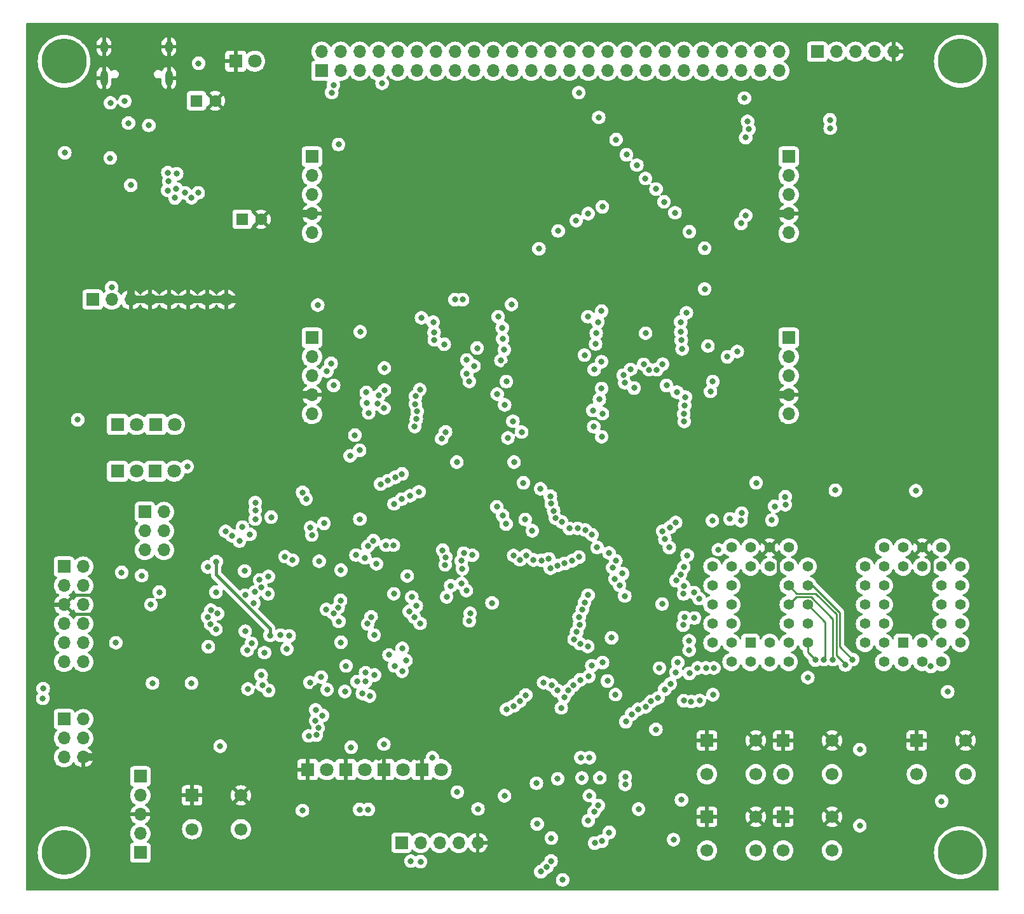
<source format=gbr>
G04 #@! TF.GenerationSoftware,KiCad,Pcbnew,7.0.7*
G04 #@! TF.CreationDate,2023-12-21T21:40:58+09:00*
G04 #@! TF.ProjectId,Pixy-68000,50697879-2d36-4383-9030-302e6b696361,rev?*
G04 #@! TF.SameCoordinates,Original*
G04 #@! TF.FileFunction,Copper,L3,Inr*
G04 #@! TF.FilePolarity,Positive*
%FSLAX46Y46*%
G04 Gerber Fmt 4.6, Leading zero omitted, Abs format (unit mm)*
G04 Created by KiCad (PCBNEW 7.0.7) date 2023-12-21 21:40:58*
%MOMM*%
%LPD*%
G01*
G04 APERTURE LIST*
G04 #@! TA.AperFunction,ComponentPad*
%ADD10C,6.000000*%
G04 #@! TD*
G04 #@! TA.AperFunction,ComponentPad*
%ADD11R,1.800000X1.800000*%
G04 #@! TD*
G04 #@! TA.AperFunction,ComponentPad*
%ADD12C,1.800000*%
G04 #@! TD*
G04 #@! TA.AperFunction,ComponentPad*
%ADD13R,1.700000X1.700000*%
G04 #@! TD*
G04 #@! TA.AperFunction,ComponentPad*
%ADD14O,1.700000X1.700000*%
G04 #@! TD*
G04 #@! TA.AperFunction,ComponentPad*
%ADD15C,1.700000*%
G04 #@! TD*
G04 #@! TA.AperFunction,ComponentPad*
%ADD16O,1.000000X2.100000*%
G04 #@! TD*
G04 #@! TA.AperFunction,ComponentPad*
%ADD17O,1.000000X1.600000*%
G04 #@! TD*
G04 #@! TA.AperFunction,ComponentPad*
%ADD18R,1.600000X1.600000*%
G04 #@! TD*
G04 #@! TA.AperFunction,ComponentPad*
%ADD19C,1.600000*%
G04 #@! TD*
G04 #@! TA.AperFunction,ComponentPad*
%ADD20R,1.422400X1.422400*%
G04 #@! TD*
G04 #@! TA.AperFunction,ComponentPad*
%ADD21C,1.422400*%
G04 #@! TD*
G04 #@! TA.AperFunction,ViaPad*
%ADD22C,0.800000*%
G04 #@! TD*
G04 #@! TA.AperFunction,Conductor*
%ADD23C,0.400000*%
G04 #@! TD*
G04 #@! TA.AperFunction,Conductor*
%ADD24C,1.000000*%
G04 #@! TD*
G04 #@! TA.AperFunction,Conductor*
%ADD25C,0.600000*%
G04 #@! TD*
G04 #@! TA.AperFunction,Conductor*
%ADD26C,0.250000*%
G04 #@! TD*
G04 APERTURE END LIST*
D10*
X149860000Y-135890000D03*
X30480000Y-135890000D03*
X149860000Y-30480000D03*
X30480000Y-30480000D03*
D11*
X68018960Y-124830501D03*
D12*
X70558960Y-124830501D03*
D11*
X37596046Y-78870000D03*
D12*
X40136046Y-78870000D03*
D13*
X41250019Y-90510818D03*
D14*
X43790019Y-90510818D03*
X41250019Y-93050818D03*
X43790019Y-93050818D03*
X41250019Y-95590818D03*
X43790019Y-95590818D03*
D11*
X62938960Y-124830501D03*
D12*
X65478960Y-124830501D03*
D13*
X126290000Y-120940000D03*
D15*
X132790000Y-120940000D03*
X126290000Y-125440000D03*
X132790000Y-125440000D03*
D13*
X64770000Y-31750000D03*
D14*
X64770000Y-29210000D03*
X67310000Y-31750000D03*
X67310000Y-29210000D03*
X69850000Y-31750000D03*
X69850000Y-29210000D03*
X72390000Y-31750000D03*
X72390000Y-29210000D03*
X74930000Y-31750000D03*
X74930000Y-29210000D03*
X77470000Y-31750000D03*
X77470000Y-29210000D03*
X80010000Y-31750000D03*
X80010000Y-29210000D03*
X82550000Y-31750000D03*
X82550000Y-29210000D03*
X85090000Y-31750000D03*
X85090000Y-29210000D03*
X87630000Y-31750000D03*
X87630000Y-29210000D03*
X90170000Y-31750000D03*
X90170000Y-29210000D03*
X92710000Y-31750000D03*
X92710000Y-29210000D03*
X95250000Y-31750000D03*
X95250000Y-29210000D03*
X97790000Y-31750000D03*
X97790000Y-29210000D03*
X100330000Y-31750000D03*
X100330000Y-29210000D03*
X102870000Y-31750000D03*
X102870000Y-29210000D03*
X105410000Y-31750000D03*
X105410000Y-29210000D03*
X107950000Y-31750000D03*
X107950000Y-29210000D03*
X110490000Y-31750000D03*
X110490000Y-29210000D03*
X113030000Y-31750000D03*
X113030000Y-29210000D03*
X115570000Y-31750000D03*
X115570000Y-29210000D03*
X118110000Y-31750000D03*
X118110000Y-29210000D03*
X120650000Y-31750000D03*
X120650000Y-29210000D03*
X123190000Y-31750000D03*
X123190000Y-29210000D03*
X125730000Y-31750000D03*
X125730000Y-29210000D03*
D13*
X30480000Y-118110000D03*
D14*
X33020000Y-118110000D03*
X30480000Y-120650000D03*
X33020000Y-120650000D03*
X30480000Y-123190000D03*
X33020000Y-123190000D03*
D11*
X73098960Y-124830501D03*
D12*
X75638960Y-124830501D03*
D16*
X44446384Y-32724319D03*
D17*
X44446384Y-28544319D03*
D16*
X35806384Y-32724319D03*
D17*
X35806384Y-28544319D03*
D11*
X53340000Y-30475364D03*
D12*
X55880000Y-30475364D03*
D13*
X40640000Y-135890000D03*
X40640000Y-125730000D03*
D14*
X40640000Y-133350000D03*
X40640000Y-130810000D03*
X40640000Y-128270000D03*
D11*
X42676046Y-78870000D03*
D12*
X45216046Y-78870000D03*
D11*
X78178960Y-124830501D03*
D12*
X80718960Y-124830501D03*
D11*
X37596046Y-85090000D03*
D12*
X40136046Y-85090000D03*
D18*
X54222834Y-51527438D03*
D19*
X56722834Y-51527438D03*
D13*
X127000000Y-43180000D03*
D14*
X127000000Y-45720000D03*
X127000000Y-48260000D03*
X127000000Y-50800000D03*
X127000000Y-53340000D03*
D13*
X116130000Y-120940000D03*
D15*
X122630000Y-120940000D03*
X116130000Y-125440000D03*
X122630000Y-125440000D03*
D13*
X63500000Y-67310000D03*
D14*
X63500000Y-69850000D03*
X63500000Y-72390000D03*
X63500000Y-74930000D03*
X63500000Y-77470000D03*
D20*
X121920000Y-107950000D03*
D21*
X124460000Y-110490000D03*
X124460000Y-107950000D03*
X127000000Y-110490000D03*
X129540000Y-107950000D03*
X127000000Y-107950000D03*
X129540000Y-105410000D03*
X127000000Y-105410000D03*
X129540000Y-102870000D03*
X127000000Y-102870000D03*
X129540000Y-100330000D03*
X127000000Y-100330000D03*
X129540000Y-97790000D03*
X127000000Y-95250000D03*
X127000000Y-97790000D03*
X124460000Y-95250000D03*
X124460000Y-97790000D03*
X121920000Y-95250000D03*
X121920000Y-97790000D03*
X119380000Y-95250000D03*
X116840000Y-97790000D03*
X119380000Y-97790000D03*
X116840000Y-100330000D03*
X119380000Y-100330000D03*
X116840000Y-102870000D03*
X119380000Y-102870000D03*
X116840000Y-105410000D03*
X119380000Y-105410000D03*
X116840000Y-107950000D03*
X119380000Y-110490000D03*
X119380000Y-107950000D03*
X121920000Y-110490000D03*
D13*
X126290000Y-131100000D03*
D15*
X132790000Y-131100000D03*
X126290000Y-135600000D03*
X132790000Y-135600000D03*
D13*
X144070000Y-120940000D03*
D15*
X150570000Y-120940000D03*
X144070000Y-125440000D03*
X150570000Y-125440000D03*
D13*
X127000000Y-67310000D03*
D14*
X127000000Y-69850000D03*
X127000000Y-72390000D03*
X127000000Y-74930000D03*
X127000000Y-77470000D03*
D11*
X42637252Y-85090000D03*
D12*
X45177252Y-85090000D03*
D13*
X47550000Y-128270000D03*
D15*
X54050000Y-128270000D03*
X47550000Y-132770000D03*
X54050000Y-132770000D03*
D18*
X48116413Y-35745747D03*
D19*
X50616413Y-35745747D03*
D13*
X75421686Y-134566669D03*
D14*
X77961686Y-134566669D03*
X80501686Y-134566669D03*
X83041686Y-134566669D03*
X85581686Y-134566669D03*
D13*
X116130000Y-131100000D03*
D15*
X122630000Y-131100000D03*
X116130000Y-135600000D03*
X122630000Y-135600000D03*
D13*
X130810000Y-29210000D03*
D14*
X133350000Y-29210000D03*
X135890000Y-29210000D03*
X138430000Y-29210000D03*
X140970000Y-29210000D03*
D13*
X34290000Y-62230000D03*
D14*
X36830000Y-62230000D03*
X39370000Y-62230000D03*
X41910000Y-62230000D03*
X44450000Y-62230000D03*
X46990000Y-62230000D03*
X49530000Y-62230000D03*
X52070000Y-62230000D03*
D20*
X142240000Y-107950000D03*
D21*
X144780000Y-110490000D03*
X144780000Y-107950000D03*
X147320000Y-110490000D03*
X149860000Y-107950000D03*
X147320000Y-107950000D03*
X149860000Y-105410000D03*
X147320000Y-105410000D03*
X149860000Y-102870000D03*
X147320000Y-102870000D03*
X149860000Y-100330000D03*
X147320000Y-100330000D03*
X149860000Y-97790000D03*
X147320000Y-95250000D03*
X147320000Y-97790000D03*
X144780000Y-95250000D03*
X144780000Y-97790000D03*
X142240000Y-95250000D03*
X142240000Y-97790000D03*
X139700000Y-95250000D03*
X137160000Y-97790000D03*
X139700000Y-97790000D03*
X137160000Y-100330000D03*
X139700000Y-100330000D03*
X137160000Y-102870000D03*
X139700000Y-102870000D03*
X137160000Y-105410000D03*
X139700000Y-105410000D03*
X137160000Y-107950000D03*
X139700000Y-110490000D03*
X139700000Y-107950000D03*
X142240000Y-110490000D03*
D13*
X30480000Y-97790000D03*
D14*
X33020000Y-97790000D03*
X30480000Y-100330000D03*
X33020000Y-100330000D03*
X30480000Y-102870000D03*
X33020000Y-102870000D03*
X30480000Y-105410000D03*
X33020000Y-105410000D03*
X30480000Y-107950000D03*
X33020000Y-107950000D03*
X30480000Y-110490000D03*
X33020000Y-110490000D03*
D13*
X63500000Y-43180000D03*
D14*
X63500000Y-45720000D03*
X63500000Y-48260000D03*
X63500000Y-50800000D03*
X63500000Y-53340000D03*
D22*
X77750310Y-62225440D03*
X112805520Y-71946064D03*
X112911363Y-80252624D03*
X133222639Y-87619299D03*
X97783715Y-86775539D03*
X122137169Y-81383160D03*
X88857465Y-61749947D03*
X142212458Y-56008964D03*
X129888714Y-77658785D03*
X116987500Y-71106683D03*
X37622939Y-109630233D03*
X81280000Y-35560000D03*
X137160000Y-139700000D03*
X97844274Y-57408490D03*
X53795596Y-136311665D03*
X125417621Y-115153153D03*
X129727581Y-33673491D03*
X105410000Y-108426004D03*
X99240444Y-48248057D03*
X81812866Y-48047517D03*
X135586327Y-112941609D03*
X124460000Y-50800000D03*
X133992305Y-137995151D03*
X115858883Y-42177081D03*
X58501149Y-40076520D03*
X138430000Y-81716234D03*
X145363928Y-122989991D03*
X33020000Y-125730000D03*
X102494148Y-119187652D03*
X92817882Y-41982109D03*
X31639287Y-113666108D03*
X143122756Y-68496157D03*
X35448378Y-54053524D03*
X98025668Y-61696377D03*
X93564776Y-52095452D03*
X55440816Y-40364103D03*
X31365805Y-45286105D03*
X49861406Y-26733367D03*
X138912505Y-114820784D03*
X103294579Y-45127136D03*
X81170379Y-42708816D03*
X35428192Y-39571863D03*
X125255955Y-57886291D03*
X35845761Y-26846570D03*
X84955424Y-121972314D03*
X35170634Y-73439537D03*
X63731263Y-56278815D03*
X91263536Y-34125595D03*
X94049247Y-36891120D03*
X38841820Y-26624027D03*
X116725166Y-34792920D03*
X153917226Y-76396035D03*
X139123952Y-72904908D03*
X140593496Y-126183340D03*
X26858548Y-132692631D03*
X101089538Y-73158509D03*
X60009505Y-91433832D03*
X50565786Y-124327384D03*
X85994908Y-46665333D03*
X109612895Y-87199452D03*
X127088585Y-123393717D03*
X153849939Y-63054227D03*
X42490189Y-64527395D03*
X76253748Y-26708096D03*
X27608137Y-34860043D03*
X153860937Y-102470551D03*
X32381932Y-74930000D03*
X117019939Y-78446052D03*
X119957047Y-75175869D03*
X80446817Y-69272179D03*
X48260000Y-124460000D03*
X119139502Y-49777449D03*
X87428136Y-81749147D03*
X123781259Y-26716983D03*
X135937445Y-43696226D03*
X135145922Y-50246117D03*
X26994927Y-81332327D03*
X88398650Y-51635634D03*
X146459045Y-39154921D03*
X153876854Y-56118210D03*
X58617378Y-115735769D03*
X153532656Y-139327448D03*
X27152030Y-67894122D03*
X42935359Y-126400185D03*
X107533705Y-48013779D03*
X27112754Y-128127448D03*
X78031741Y-37715845D03*
X77910623Y-45447203D03*
X39503686Y-120794779D03*
X41017659Y-117686087D03*
X72312225Y-62739818D03*
X105151719Y-80961880D03*
X98527133Y-40417090D03*
X96552350Y-36023109D03*
X129767596Y-50649497D03*
X147449847Y-120823327D03*
X131435255Y-46152781D03*
X67173155Y-122668322D03*
X138865431Y-48859595D03*
X107750096Y-135397845D03*
X49538425Y-64469662D03*
X90758878Y-58813457D03*
X153890311Y-48011386D03*
X60136240Y-47424339D03*
X31750000Y-52943277D03*
X144206444Y-29650808D03*
X120978861Y-122451689D03*
X137444346Y-110421419D03*
X71631275Y-54610000D03*
X92125264Y-61436178D03*
X93928129Y-85584547D03*
X142240000Y-83820000D03*
X70983909Y-35560000D03*
X37677937Y-49485567D03*
X106982729Y-128377726D03*
X72231479Y-68463759D03*
X116107230Y-128305721D03*
X133350000Y-95250000D03*
X149183872Y-80246458D03*
X146602982Y-34001844D03*
X56471744Y-106975995D03*
X153264465Y-27249522D03*
X97805785Y-26685785D03*
X108078735Y-65216556D03*
X153573029Y-120325398D03*
X114146556Y-60987550D03*
X35612293Y-101610912D03*
X81755782Y-60270909D03*
X49549040Y-45713129D03*
X56845871Y-26814112D03*
X153815265Y-110649425D03*
X119093015Y-26642829D03*
X128730405Y-131172177D03*
X86216958Y-56047932D03*
X42854614Y-117686087D03*
X145054405Y-138923722D03*
X137949554Y-54584348D03*
X130048063Y-70720785D03*
X93987542Y-91641781D03*
X121920000Y-102870000D03*
X44377426Y-30227540D03*
X153917226Y-40838516D03*
X40595888Y-75608470D03*
X42266917Y-122069569D03*
X103416294Y-54294064D03*
X118218047Y-115623259D03*
X42794055Y-130659497D03*
X86360000Y-127289535D03*
X63952056Y-113979484D03*
X112810132Y-131360583D03*
X129010609Y-59945295D03*
X101578742Y-40403539D03*
X143870141Y-133163893D03*
X117344679Y-45798861D03*
X56859188Y-35763101D03*
X53761164Y-48005897D03*
X102090129Y-87183751D03*
X127801835Y-139677344D03*
X27244783Y-26957102D03*
X146542423Y-27188963D03*
X128864981Y-120473431D03*
X144780000Y-100330000D03*
X131494922Y-65784862D03*
X78588102Y-55950459D03*
X46629454Y-117746646D03*
X135230398Y-120406143D03*
X74212525Y-119206912D03*
X49558859Y-44171554D03*
X50283622Y-77291576D03*
X80205461Y-129800142D03*
X142520088Y-44647731D03*
X133340573Y-90769796D03*
X125783204Y-127565556D03*
X153111731Y-131915485D03*
X27318952Y-56360791D03*
X140766995Y-136433292D03*
X108683481Y-57473398D03*
X148755229Y-117768465D03*
X52081901Y-64550407D03*
X109170897Y-26627351D03*
X45900623Y-28519446D03*
X137173007Y-32635432D03*
X72349269Y-105221379D03*
X38628308Y-94570191D03*
X49437494Y-59968114D03*
X105448650Y-133076402D03*
X44849033Y-105371366D03*
X142721762Y-33688497D03*
X34348978Y-28537055D03*
X153876854Y-69325442D03*
X35791324Y-34388030D03*
X54778931Y-118974745D03*
X113144022Y-56665178D03*
X72355290Y-98965538D03*
X109855131Y-51102285D03*
X57878646Y-44170284D03*
X130217645Y-114034769D03*
X27083298Y-88555142D03*
X32092500Y-66809730D03*
X43379458Y-136230920D03*
X39362381Y-114565283D03*
X152568037Y-34274360D03*
X46994950Y-75709402D03*
X153960425Y-85188717D03*
X85550809Y-61845441D03*
X52094018Y-40340280D03*
X72390000Y-123245790D03*
X33528537Y-139543828D03*
X130044350Y-26286968D03*
X29755652Y-115806786D03*
X106946907Y-119181908D03*
X138972555Y-60853679D03*
X62041594Y-74930000D03*
X35192553Y-121767046D03*
X40391883Y-111678640D03*
X42281406Y-35941427D03*
X108974002Y-123927690D03*
X153968078Y-93798257D03*
X33179559Y-34526969D03*
X149167041Y-93479096D03*
X44192070Y-86713145D03*
X67907971Y-26894857D03*
X124658947Y-44791360D03*
X72805734Y-72726388D03*
X65618330Y-105078047D03*
X27014565Y-74798803D03*
X131772590Y-84844095D03*
X139846336Y-120729124D03*
X93036377Y-113869916D03*
X57905059Y-42647087D03*
X37166452Y-28528251D03*
X66709188Y-92586073D03*
X53748722Y-40354150D03*
X153519199Y-128642159D03*
X45822002Y-130625514D03*
X142969445Y-76780681D03*
X142916127Y-49338209D03*
X63065883Y-61835079D03*
X27940000Y-39370000D03*
X34036904Y-88770211D03*
X29594632Y-131093074D03*
X46508337Y-126023035D03*
X52102823Y-48026703D03*
X82969062Y-26600436D03*
X90853125Y-117868544D03*
X74077604Y-81549393D03*
X27201125Y-62424970D03*
X133925017Y-127390608D03*
X57590754Y-31968572D03*
X40997691Y-86887128D03*
X49727378Y-99303256D03*
X63262977Y-99296355D03*
X135692180Y-38939134D03*
X131152763Y-129274664D03*
X89472365Y-71106683D03*
X149304406Y-55977886D03*
X119808055Y-129960998D03*
X118872222Y-39490904D03*
X142240000Y-102870000D03*
X60782202Y-28166595D03*
X126728706Y-82744475D03*
X147714812Y-88412078D03*
X49644384Y-107184131D03*
X92276796Y-127696393D03*
X41968557Y-60069046D03*
X149386446Y-130137031D03*
X49859265Y-117645714D03*
X57887450Y-45693481D03*
X47035322Y-64530221D03*
X27034203Y-50194494D03*
X96067879Y-46524029D03*
X152936889Y-114863620D03*
X141310540Y-39251348D03*
X130820002Y-88004568D03*
X122028549Y-127565556D03*
X143750620Y-112986309D03*
X87769232Y-86085746D03*
X47881006Y-135504213D03*
X134835979Y-59079505D03*
X70844009Y-48307551D03*
X124460000Y-74930000D03*
X56195219Y-130201338D03*
X67949568Y-133831717D03*
X54610000Y-62230000D03*
X99842719Y-54392654D03*
X80019759Y-51913775D03*
X151863921Y-122801586D03*
X125467911Y-62337373D03*
X103284597Y-124138979D03*
X133157937Y-123205312D03*
X60154285Y-120411239D03*
X52281622Y-110701622D03*
X146372950Y-63702442D03*
X44370729Y-59968114D03*
X51960783Y-59907555D03*
X149287187Y-47092841D03*
X44450000Y-34290000D03*
X45891819Y-32710439D03*
X130282347Y-42474040D03*
X31750000Y-58420000D03*
X86360000Y-35560000D03*
X89562118Y-134391582D03*
X121342215Y-133984803D03*
X47862961Y-39006646D03*
X145976911Y-57228068D03*
X41445855Y-26775425D03*
X102296928Y-59947349D03*
X89305464Y-43180000D03*
X60960000Y-50800000D03*
X41294457Y-30984271D03*
X108867073Y-133621450D03*
X26871863Y-92977635D03*
X111170339Y-60299569D03*
X63063577Y-135185114D03*
X84248949Y-102419000D03*
X49549040Y-42659437D03*
X35133110Y-128914734D03*
X61875604Y-108934071D03*
X118352235Y-86076478D03*
X55440816Y-47993455D03*
X130215384Y-38436329D03*
X59690000Y-123190000D03*
X71964349Y-41555229D03*
X138464742Y-89071895D03*
X125102074Y-39036343D03*
X85692113Y-40246086D03*
X44451474Y-64469662D03*
X35612293Y-104150912D03*
X60216985Y-42579623D03*
X46994950Y-59988301D03*
X139700000Y-67310000D03*
X34331368Y-32736853D03*
X61816514Y-32668143D03*
X117224206Y-133702195D03*
X50800000Y-92710000D03*
X77470000Y-123245790D03*
X135223408Y-65859518D03*
X134862499Y-72428547D03*
X140640331Y-131414413D03*
X111729002Y-54270595D03*
X58650198Y-96471802D03*
X95205141Y-83516982D03*
X38720702Y-31014551D03*
X67197574Y-78385715D03*
X74257773Y-129833462D03*
X70816934Y-135919159D03*
X35610129Y-94722724D03*
X43074344Y-28537055D03*
X33020000Y-91440000D03*
X136441753Y-77250338D03*
X39370000Y-60615014D03*
X132238160Y-100319410D03*
X44483082Y-26828961D03*
X135997478Y-128628702D03*
X90170000Y-48260000D03*
X129803909Y-81465585D03*
X67473112Y-106362654D03*
X27190034Y-139564014D03*
X124460000Y-100330000D03*
X41880445Y-40605314D03*
X95258359Y-140099448D03*
X70122626Y-78314741D03*
X134693857Y-84877965D03*
X58824026Y-135065188D03*
X35854566Y-30253954D03*
X102906008Y-94347329D03*
X149373282Y-74340313D03*
X139399223Y-43418365D03*
X108684325Y-84615604D03*
X114260446Y-122452069D03*
X26479177Y-119115149D03*
X32501176Y-37371554D03*
X131387858Y-55747613D03*
X97452849Y-129524603D03*
X50718741Y-101195498D03*
X43180000Y-101195498D03*
X64461892Y-97073509D03*
X41778162Y-39022178D03*
X67047538Y-41559842D03*
X39370000Y-46990641D03*
X48391099Y-30749490D03*
X39058023Y-38705734D03*
X64277176Y-62960061D03*
X51265500Y-121711554D03*
X89421597Y-116808781D03*
X63057668Y-120348496D03*
X105307160Y-118449869D03*
X134561293Y-110902800D03*
X64080139Y-120222911D03*
X102075382Y-63760268D03*
X78093681Y-64649806D03*
X90373062Y-116358781D03*
X101599187Y-65215454D03*
X91207126Y-115701242D03*
X79655500Y-65243783D03*
X64338988Y-119257508D03*
X135520818Y-110178300D03*
X106093138Y-117450869D03*
X101371348Y-66698969D03*
X132887542Y-110178300D03*
X91974406Y-114901925D03*
X63970960Y-118328229D03*
X79771179Y-66586335D03*
X106928363Y-116804152D03*
X36632400Y-43363318D03*
X147375237Y-129043702D03*
X73157258Y-71330286D03*
X54245516Y-92541511D03*
X54970766Y-114099409D03*
X32301315Y-78235256D03*
X36830000Y-60621512D03*
X136488353Y-132299254D03*
X48350044Y-47998619D03*
X44416313Y-46471710D03*
X38164734Y-98574511D03*
X47455175Y-113312984D03*
X136486689Y-122157683D03*
X116898932Y-73143748D03*
X44294571Y-47677986D03*
X44312514Y-45309459D03*
X49597065Y-97842725D03*
X49704707Y-108457898D03*
X42266917Y-113312984D03*
X101109050Y-71544653D03*
X68052144Y-111023787D03*
X96714792Y-116621365D03*
X87490561Y-102633851D03*
X45442879Y-47489649D03*
X107002411Y-130099882D03*
X71779298Y-106916465D03*
X122679640Y-86628362D03*
X46898338Y-84465804D03*
X83434361Y-100037054D03*
X46598844Y-48007245D03*
X89157517Y-128319638D03*
X58071619Y-91205054D03*
X72088214Y-97433529D03*
X30578841Y-42667292D03*
X111660259Y-134173961D03*
X105167974Y-101717333D03*
X37382110Y-107935465D03*
X65528862Y-114185297D03*
X65107515Y-92037223D03*
X96231578Y-126056238D03*
X45477385Y-45471024D03*
X89398558Y-73143748D03*
X112724268Y-128858546D03*
X47465579Y-48650790D03*
X45263514Y-48691788D03*
X91907833Y-91513194D03*
X143942172Y-87670178D03*
X69218067Y-80279927D03*
X94353372Y-113242241D03*
X79801027Y-67585392D03*
X131712818Y-110178300D03*
X107952042Y-116457271D03*
X101283242Y-68148469D03*
X64911526Y-117620209D03*
X115975973Y-111304034D03*
X81119706Y-68172120D03*
X114022957Y-115765076D03*
X64001223Y-116873279D03*
X108666278Y-115747421D03*
X99815834Y-69626695D03*
X95462111Y-113597336D03*
X72420151Y-75020453D03*
X114866326Y-111303637D03*
X96186611Y-114300000D03*
X77302586Y-75101086D03*
X63227556Y-113232287D03*
X113030000Y-115650869D03*
X109586621Y-115298339D03*
X101793834Y-75527444D03*
X64727038Y-112511135D03*
X110490000Y-114151815D03*
X77280425Y-76147846D03*
X97105091Y-115171865D03*
X73105401Y-76670000D03*
X129556224Y-112565264D03*
X100929245Y-76976444D03*
X77511351Y-77120306D03*
X111235296Y-113402512D03*
X97636111Y-114300000D03*
X72270047Y-76121194D03*
X72840500Y-33404505D03*
X130555210Y-110235210D03*
X102195516Y-77421185D03*
X75516885Y-111737224D03*
X74506699Y-111012724D03*
X101034708Y-79150444D03*
X111991394Y-111871155D03*
X77407885Y-78151376D03*
X98360611Y-113575500D03*
X66363728Y-33622240D03*
X70775330Y-75956092D03*
X112223832Y-110577477D03*
X102212282Y-110577977D03*
X71059087Y-77309985D03*
X76036646Y-110288451D03*
X102104411Y-80498428D03*
X77193227Y-79127556D03*
X99230275Y-112876958D03*
X66135500Y-34654948D03*
X73764365Y-109563951D03*
X82550000Y-62230000D03*
X89601683Y-80646127D03*
X110150500Y-102777168D03*
X109786296Y-111315652D03*
X113082166Y-78468141D03*
X100377297Y-112424882D03*
X91440000Y-79874944D03*
X83571873Y-62232726D03*
X113030000Y-77470000D03*
X100787414Y-110989460D03*
X75528937Y-108674500D03*
X70922067Y-105418429D03*
X113151652Y-76321652D03*
X102862773Y-113030000D03*
X100249198Y-108418560D03*
X90273692Y-78425944D03*
X99040699Y-34661694D03*
X99223231Y-108074144D03*
X71387466Y-104494500D03*
X113741346Y-107654527D03*
X89166592Y-76251944D03*
X113237987Y-75210719D03*
X98427671Y-107469090D03*
X67085449Y-105094500D03*
X112124149Y-74558935D03*
X113743318Y-108926884D03*
X88175782Y-74802944D03*
X103415500Y-107270000D03*
X101701401Y-37958791D03*
X117037777Y-111304002D03*
X112703546Y-67657261D03*
X98749114Y-106511250D03*
X103927515Y-114847421D03*
X116917482Y-114852012D03*
X66369420Y-104028742D03*
X71665013Y-94339801D03*
X89122308Y-68901297D03*
X104011982Y-40905770D03*
X80912659Y-95601649D03*
X113782558Y-112018364D03*
X112949500Y-105574169D03*
X70958258Y-95065309D03*
X66986128Y-103242182D03*
X81325827Y-96530834D03*
X112636016Y-66539688D03*
X106782888Y-44313070D03*
X88900000Y-67451797D03*
X99131248Y-105513431D03*
X81243129Y-97547192D03*
X74361255Y-94949902D03*
X88847915Y-65968283D03*
X113097748Y-104560621D03*
X109334536Y-47501114D03*
X67310000Y-102296607D03*
X112614978Y-65215454D03*
X99096815Y-104502555D03*
X100258295Y-64506443D03*
X111855000Y-50657976D03*
X77904954Y-105355973D03*
X113389948Y-63981688D03*
X99513630Y-103522171D03*
X88303053Y-64506910D03*
X114446079Y-104635235D03*
X115069390Y-102052668D03*
X77129572Y-104494956D03*
X99814997Y-102569185D03*
X76450915Y-103761179D03*
X114397238Y-101257361D03*
X100273402Y-101599240D03*
X113005920Y-101418830D03*
X104473327Y-100262506D03*
X121528654Y-38491349D03*
X77403141Y-103036679D03*
X76811049Y-101862732D03*
X121729295Y-39516302D03*
X113030000Y-100377395D03*
X103859737Y-99436349D03*
X40827470Y-98991379D03*
X54610000Y-101600000D03*
X84580492Y-104017992D03*
X55893676Y-101169146D03*
X81439411Y-101824847D03*
X42057534Y-102852056D03*
X50746482Y-97123681D03*
X84076930Y-100969500D03*
X57924530Y-106965536D03*
X67358198Y-107874500D03*
X121106797Y-35383900D03*
X54610000Y-106403728D03*
X71186379Y-115039937D03*
X70223418Y-114688666D03*
X50719811Y-106145500D03*
X49996080Y-105424513D03*
X69505213Y-113113959D03*
X53845950Y-94394492D03*
X105392038Y-42922221D03*
X89368000Y-92120390D03*
X102191711Y-49876309D03*
X100286711Y-50756711D03*
X88900000Y-90960404D03*
X52867488Y-93687006D03*
X107928765Y-46095343D03*
X88135297Y-89837130D03*
X98698512Y-51708512D03*
X52003529Y-93093757D03*
X110401780Y-49204754D03*
X77876207Y-74204739D03*
X102075382Y-74078444D03*
X54540164Y-98381450D03*
X105951448Y-71529514D03*
X111107189Y-95250000D03*
X107950000Y-66698969D03*
X84870196Y-96271998D03*
X117628768Y-95538741D03*
X101495171Y-95239626D03*
X83724500Y-96009805D03*
X57696650Y-99104370D03*
X113754133Y-53193503D03*
X96302272Y-53080152D03*
X49597065Y-104488058D03*
X70653877Y-113099786D03*
X73361752Y-94949902D03*
X93743000Y-55456686D03*
X115813550Y-55377274D03*
X121279295Y-40640000D03*
X90428230Y-83869969D03*
X84452621Y-105009281D03*
X65410915Y-103501677D03*
X55745154Y-102645499D03*
X82806095Y-83871533D03*
X81985361Y-100347950D03*
X57655316Y-101421445D03*
X83531377Y-98078623D03*
X56732381Y-100554256D03*
X95388605Y-133955743D03*
X100452340Y-128309002D03*
X93499708Y-132079999D03*
X96902315Y-139517835D03*
X100291013Y-131650277D03*
X59310991Y-106935331D03*
X62247931Y-130287698D03*
X88668693Y-70333999D03*
X67885912Y-114428314D03*
X60473461Y-107015863D03*
X112814490Y-68792803D03*
X60164082Y-108766510D03*
X148183942Y-114465379D03*
X55442438Y-108023254D03*
X90089586Y-62867274D03*
X68580000Y-83030744D03*
X80790404Y-80752541D03*
X120650000Y-52070000D03*
X115813550Y-60814594D03*
X102065665Y-70503855D03*
X116252652Y-68403211D03*
X69850000Y-82294106D03*
X121279295Y-51014281D03*
X85505500Y-68680401D03*
X54873926Y-108938859D03*
X81295592Y-79852056D03*
X56735499Y-112258970D03*
X132537276Y-39400606D03*
X115142773Y-115631293D03*
X109315685Y-119475685D03*
X57177897Y-109251241D03*
X132502838Y-38287105D03*
X145944630Y-111091312D03*
X83399850Y-97029110D03*
X56532091Y-99574681D03*
X71845839Y-112240437D03*
X50042090Y-103593096D03*
X50928754Y-104054728D03*
X70644298Y-111937561D03*
X74418025Y-101412732D03*
X120154376Y-69143423D03*
X112000328Y-99652895D03*
X104871279Y-98711849D03*
X103556507Y-97922435D03*
X118834500Y-69850000D03*
X112588524Y-98844791D03*
X76200000Y-99043078D03*
X116590171Y-74459735D03*
X113033602Y-97858615D03*
X67356177Y-98259951D03*
X103978820Y-97010700D03*
X70549432Y-96617038D03*
X103066903Y-95977075D03*
X113483602Y-96286200D03*
X110213007Y-70843008D03*
X110735076Y-73660000D03*
X100801454Y-93537177D03*
X110510525Y-94139848D03*
X69375983Y-96259371D03*
X109426243Y-71563869D03*
X106410137Y-74003118D03*
X69877582Y-91467582D03*
X110208864Y-93072758D03*
X105164720Y-73278618D03*
X108408404Y-71556216D03*
X99060000Y-96520000D03*
X99906062Y-92907048D03*
X111185002Y-92555342D03*
X104976678Y-72296964D03*
X98180934Y-96995999D03*
X98888223Y-92700419D03*
X60908607Y-96921800D03*
X107689029Y-70852147D03*
X111950500Y-91912677D03*
X59909112Y-96471802D03*
X97170210Y-97370328D03*
X97790000Y-92710000D03*
X116840000Y-91654387D03*
X84125212Y-70270000D03*
X96780000Y-91833316D03*
X63494729Y-93588274D03*
X96212104Y-97654998D03*
X74437423Y-89441047D03*
X95919036Y-91325629D03*
X119185001Y-91440000D03*
X85090000Y-71070000D03*
X63297937Y-92593283D03*
X95267755Y-97999990D03*
X75432347Y-88805000D03*
X76554284Y-88355000D03*
X95698767Y-90350700D03*
X120650000Y-91654387D03*
X95060874Y-96756324D03*
X62731046Y-88787829D03*
X84131256Y-72078744D03*
X84455770Y-73118436D03*
X95380126Y-89403350D03*
X94081201Y-96954431D03*
X62262828Y-87904779D03*
X120742978Y-90659218D03*
X77750310Y-87823125D03*
X72645197Y-86794500D03*
X93014281Y-96905849D03*
X124771700Y-91602175D03*
X73156758Y-74283846D03*
X55949658Y-91450444D03*
X92849824Y-93004423D03*
X55949658Y-90293815D03*
X95260154Y-88411074D03*
X92022864Y-96309001D03*
X73638075Y-86344500D03*
X70742178Y-74598605D03*
X125117883Y-89760006D03*
X91206635Y-96885868D03*
X69932978Y-66513267D03*
X126567383Y-89553993D03*
X55949658Y-89262719D03*
X74584737Y-85894500D03*
X93941735Y-87428864D03*
X126533073Y-88488897D03*
X55235500Y-93490714D03*
X75495216Y-85444500D03*
X90371081Y-96318919D03*
X91666933Y-86625261D03*
X36657588Y-36022019D03*
X38575884Y-35800599D03*
X27699480Y-114042194D03*
X101090513Y-130445322D03*
X105235524Y-126816287D03*
X66057943Y-70711282D03*
X101860000Y-125934316D03*
X99459500Y-125959502D03*
X66394500Y-73660000D03*
X65494500Y-71763622D03*
X105235524Y-125816784D03*
X101650672Y-129604228D03*
X27645540Y-115340412D03*
X93980000Y-138430000D03*
X56879017Y-113589436D03*
X103094633Y-133203834D03*
X69850000Y-130149329D03*
X57735500Y-114301353D03*
X102124762Y-134360630D03*
X76671686Y-137025554D03*
X94770488Y-137818335D03*
X71003846Y-130148829D03*
X77962409Y-137096061D03*
X101159500Y-134620000D03*
X95358947Y-137010424D03*
X100472976Y-123248099D03*
X68719566Y-121850752D03*
X99297748Y-123248599D03*
X73085945Y-121446790D03*
X93413054Y-126653460D03*
X79541888Y-123245790D03*
X85621872Y-130071871D03*
X82859870Y-127833188D03*
D23*
X146050000Y-99060000D02*
X144780000Y-100330000D01*
X68018960Y-124830501D02*
X68018960Y-123514127D01*
D24*
X127000000Y-50800000D02*
X124460000Y-50800000D01*
D23*
X78178960Y-123595732D02*
X78041913Y-123458685D01*
D24*
X49530000Y-62230000D02*
X52070000Y-62230000D01*
X44450000Y-62230000D02*
X46990000Y-62230000D01*
D23*
X78178960Y-124830501D02*
X78178960Y-123595732D01*
D24*
X35192553Y-122585449D02*
X34588002Y-123190000D01*
X39370000Y-62230000D02*
X39370000Y-60615014D01*
D23*
X124460000Y-95250000D02*
X125571200Y-96361200D01*
D24*
X39370000Y-62230000D02*
X41910000Y-62230000D01*
D25*
X27940000Y-102870000D02*
X27940000Y-94045772D01*
D24*
X34588002Y-123190000D02*
X33020000Y-123190000D01*
X52070000Y-62230000D02*
X54610000Y-62230000D01*
X127000000Y-74930000D02*
X124460000Y-74930000D01*
D23*
X144780000Y-95250000D02*
X146050000Y-96520000D01*
D24*
X46990000Y-62230000D02*
X49530000Y-62230000D01*
X35192553Y-121767046D02*
X35192553Y-122585449D01*
D23*
X62856306Y-123190000D02*
X62938960Y-123272654D01*
D24*
X63500000Y-74930000D02*
X62041594Y-74930000D01*
D23*
X125571200Y-99218800D02*
X124460000Y-100330000D01*
D25*
X27940000Y-94045772D02*
X26871863Y-92977635D01*
D24*
X63500000Y-50800000D02*
X60960000Y-50800000D01*
D23*
X68018960Y-123514127D02*
X67173155Y-122668322D01*
X30480000Y-102870000D02*
X31750000Y-104140000D01*
D25*
X30480000Y-102870000D02*
X27940000Y-102870000D01*
D23*
X31750000Y-101600000D02*
X35560000Y-101600000D01*
X30480000Y-102870000D02*
X31750000Y-101600000D01*
X31750000Y-104140000D02*
X35560000Y-104140000D01*
X146050000Y-96520000D02*
X146050000Y-99060000D01*
X125571200Y-96361200D02*
X125571200Y-99218800D01*
X62938960Y-123272654D02*
X62938960Y-124830501D01*
X59690000Y-123190000D02*
X62856306Y-123190000D01*
D24*
X41910000Y-62230000D02*
X44450000Y-62230000D01*
D26*
X134561293Y-110902800D02*
X134561293Y-110826746D01*
X128053800Y-101383800D02*
X127000000Y-100330000D01*
X133350000Y-109615453D02*
X133350000Y-104140000D01*
X134561293Y-110826746D02*
X133350000Y-109615453D01*
X130593800Y-101383800D02*
X128053800Y-101383800D01*
X133350000Y-104140000D02*
X130593800Y-101383800D01*
X133800000Y-108457482D02*
X133800000Y-103953604D01*
X133800000Y-103953604D02*
X130176396Y-100330000D01*
X130176396Y-100330000D02*
X129540000Y-100330000D01*
X135520818Y-110178300D02*
X133800000Y-108457482D01*
X132887542Y-110178300D02*
X132887542Y-104752133D01*
X132887542Y-104752133D02*
X129969209Y-101833800D01*
X128036200Y-101833800D02*
X127000000Y-102870000D01*
X129969209Y-101833800D02*
X128036200Y-101833800D01*
X131888234Y-105218234D02*
X129540000Y-102870000D01*
X131712818Y-110178300D02*
X131888234Y-110002884D01*
X131888234Y-110002884D02*
X131888234Y-105218234D01*
X130555210Y-110235210D02*
X129540000Y-109220000D01*
X129540000Y-109220000D02*
X129540000Y-107950000D01*
D23*
X57924530Y-106045901D02*
X50746482Y-98867853D01*
X50746482Y-98867853D02*
X50746482Y-97123681D01*
X57924530Y-106965536D02*
X57924530Y-106045901D01*
G04 #@! TA.AperFunction,Conductor*
G36*
X146098812Y-98097054D02*
G01*
X146152690Y-98141539D01*
X146169775Y-98178949D01*
X146177023Y-98206001D01*
X146177025Y-98206005D01*
X146177026Y-98206009D01*
X146241169Y-98343564D01*
X146266629Y-98398164D01*
X146266631Y-98398168D01*
X146388235Y-98571836D01*
X146388240Y-98571842D01*
X146538157Y-98721759D01*
X146538163Y-98721764D01*
X146711831Y-98843368D01*
X146711833Y-98843369D01*
X146711836Y-98843371D01*
X146903991Y-98932974D01*
X146931050Y-98940224D01*
X146990709Y-98976587D01*
X147021240Y-99039433D01*
X147012946Y-99108809D01*
X146968462Y-99162688D01*
X146931055Y-99179773D01*
X146903997Y-99187024D01*
X146903993Y-99187025D01*
X146903991Y-99187026D01*
X146885209Y-99195784D01*
X146711835Y-99276629D01*
X146711831Y-99276631D01*
X146538163Y-99398235D01*
X146538157Y-99398240D01*
X146388240Y-99548157D01*
X146388235Y-99548163D01*
X146266631Y-99721831D01*
X146266629Y-99721835D01*
X146177027Y-99913989D01*
X146177023Y-99913998D01*
X146122152Y-100118781D01*
X146122150Y-100118791D01*
X146103672Y-100329999D01*
X146103672Y-100330000D01*
X146122150Y-100541208D01*
X146122152Y-100541218D01*
X146177023Y-100746001D01*
X146177025Y-100746005D01*
X146177026Y-100746009D01*
X146243742Y-100889082D01*
X146266629Y-100938164D01*
X146266631Y-100938168D01*
X146388235Y-101111836D01*
X146388240Y-101111842D01*
X146538157Y-101261759D01*
X146538163Y-101261764D01*
X146711831Y-101383368D01*
X146711833Y-101383369D01*
X146711836Y-101383371D01*
X146903991Y-101472974D01*
X146918717Y-101476919D01*
X146931051Y-101480225D01*
X146990711Y-101516591D01*
X147021240Y-101579438D01*
X147012945Y-101648813D01*
X146968459Y-101702691D01*
X146931051Y-101719775D01*
X146903996Y-101727024D01*
X146903989Y-101727027D01*
X146711835Y-101816629D01*
X146711831Y-101816631D01*
X146538163Y-101938235D01*
X146538157Y-101938240D01*
X146388240Y-102088157D01*
X146388235Y-102088163D01*
X146266631Y-102261831D01*
X146266629Y-102261835D01*
X146177027Y-102453989D01*
X146177023Y-102453998D01*
X146122152Y-102658781D01*
X146122150Y-102658791D01*
X146103672Y-102869999D01*
X146103672Y-102870000D01*
X146122150Y-103081208D01*
X146122152Y-103081218D01*
X146177023Y-103286001D01*
X146177025Y-103286005D01*
X146177026Y-103286009D01*
X146253522Y-103450056D01*
X146266629Y-103478164D01*
X146266631Y-103478168D01*
X146388235Y-103651836D01*
X146388240Y-103651842D01*
X146538157Y-103801759D01*
X146538163Y-103801764D01*
X146711831Y-103923368D01*
X146711833Y-103923369D01*
X146711836Y-103923371D01*
X146903991Y-104012974D01*
X146918717Y-104016919D01*
X146931051Y-104020225D01*
X146990711Y-104056591D01*
X147021240Y-104119438D01*
X147012945Y-104188813D01*
X146968459Y-104242691D01*
X146931051Y-104259775D01*
X146903996Y-104267024D01*
X146903989Y-104267027D01*
X146711835Y-104356629D01*
X146711831Y-104356631D01*
X146538163Y-104478235D01*
X146538157Y-104478240D01*
X146388240Y-104628157D01*
X146388235Y-104628163D01*
X146266631Y-104801831D01*
X146266629Y-104801835D01*
X146177027Y-104993989D01*
X146177023Y-104993998D01*
X146122152Y-105198781D01*
X146122150Y-105198791D01*
X146103672Y-105409999D01*
X146103672Y-105410000D01*
X146122150Y-105621208D01*
X146122152Y-105621218D01*
X146177023Y-105826001D01*
X146177025Y-105826005D01*
X146177026Y-105826009D01*
X146265604Y-106015965D01*
X146266629Y-106018164D01*
X146266631Y-106018168D01*
X146388235Y-106191836D01*
X146388240Y-106191842D01*
X146538157Y-106341759D01*
X146538163Y-106341764D01*
X146711831Y-106463368D01*
X146711833Y-106463369D01*
X146711836Y-106463371D01*
X146903991Y-106552974D01*
X146918717Y-106556919D01*
X146931051Y-106560225D01*
X146990711Y-106596591D01*
X147021240Y-106659438D01*
X147012945Y-106728813D01*
X146968459Y-106782691D01*
X146931051Y-106799775D01*
X146903996Y-106807024D01*
X146903989Y-106807027D01*
X146711835Y-106896629D01*
X146711831Y-106896631D01*
X146538163Y-107018235D01*
X146538157Y-107018240D01*
X146388240Y-107168157D01*
X146388235Y-107168163D01*
X146266631Y-107341831D01*
X146266629Y-107341835D01*
X146177027Y-107533989D01*
X146177024Y-107533996D01*
X146169775Y-107561051D01*
X146133409Y-107620711D01*
X146070562Y-107651240D01*
X146001187Y-107642945D01*
X145947309Y-107598459D01*
X145930225Y-107561051D01*
X145925101Y-107541928D01*
X145922974Y-107533991D01*
X145833371Y-107341836D01*
X145833369Y-107341833D01*
X145833368Y-107341831D01*
X145711764Y-107168163D01*
X145711759Y-107168157D01*
X145561842Y-107018240D01*
X145561836Y-107018235D01*
X145388168Y-106896631D01*
X145388164Y-106896629D01*
X145355188Y-106881252D01*
X145196009Y-106807026D01*
X145196005Y-106807025D01*
X145196001Y-106807023D01*
X144991218Y-106752152D01*
X144991208Y-106752150D01*
X144780001Y-106733672D01*
X144779999Y-106733672D01*
X144568791Y-106752150D01*
X144568781Y-106752152D01*
X144363998Y-106807023D01*
X144363989Y-106807027D01*
X144171835Y-106896629D01*
X144171831Y-106896631D01*
X143998163Y-107018235D01*
X143998157Y-107018240D01*
X143848240Y-107168157D01*
X143848235Y-107168163D01*
X143726631Y-107341831D01*
X143726629Y-107341835D01*
X143688081Y-107424503D01*
X143641909Y-107476942D01*
X143574715Y-107496094D01*
X143507834Y-107475878D01*
X143462500Y-107422713D01*
X143451699Y-107372098D01*
X143451699Y-107190929D01*
X143451698Y-107190923D01*
X143451697Y-107190916D01*
X143445291Y-107131317D01*
X143442097Y-107122754D01*
X143394997Y-106996471D01*
X143394993Y-106996464D01*
X143308747Y-106881255D01*
X143308744Y-106881252D01*
X143193535Y-106795006D01*
X143193528Y-106795002D01*
X143058682Y-106744708D01*
X143058683Y-106744708D01*
X142999083Y-106738301D01*
X142999081Y-106738300D01*
X142999073Y-106738300D01*
X142999064Y-106738300D01*
X141480929Y-106738300D01*
X141480923Y-106738301D01*
X141421316Y-106744708D01*
X141286471Y-106795002D01*
X141286464Y-106795006D01*
X141171255Y-106881252D01*
X141171252Y-106881255D01*
X141085006Y-106996464D01*
X141085002Y-106996471D01*
X141034708Y-107131317D01*
X141028301Y-107190916D01*
X141028301Y-107190923D01*
X141028300Y-107190935D01*
X141028300Y-107372096D01*
X141008615Y-107439135D01*
X140955811Y-107484890D01*
X140886653Y-107494834D01*
X140823097Y-107465809D01*
X140791918Y-107424501D01*
X140791084Y-107422713D01*
X140753371Y-107341836D01*
X140753369Y-107341833D01*
X140753368Y-107341831D01*
X140631764Y-107168163D01*
X140631759Y-107168157D01*
X140481842Y-107018240D01*
X140481836Y-107018235D01*
X140308168Y-106896631D01*
X140308164Y-106896629D01*
X140275188Y-106881252D01*
X140116009Y-106807026D01*
X140116005Y-106807025D01*
X140116001Y-106807023D01*
X140088949Y-106799775D01*
X140029288Y-106763410D01*
X139998759Y-106700563D01*
X140007054Y-106631188D01*
X140051539Y-106577310D01*
X140088949Y-106560225D01*
X140106930Y-106555406D01*
X140116009Y-106552974D01*
X140308164Y-106463371D01*
X140481841Y-106341761D01*
X140631761Y-106191841D01*
X140753371Y-106018164D01*
X140842974Y-105826009D01*
X140897849Y-105621213D01*
X140916328Y-105410000D01*
X140897849Y-105198787D01*
X140842974Y-104993991D01*
X140753371Y-104801836D01*
X140753369Y-104801833D01*
X140753368Y-104801831D01*
X140631764Y-104628163D01*
X140631759Y-104628157D01*
X140481842Y-104478240D01*
X140481836Y-104478235D01*
X140308168Y-104356631D01*
X140308164Y-104356629D01*
X140296684Y-104351276D01*
X140116009Y-104267026D01*
X140116005Y-104267025D01*
X140116001Y-104267023D01*
X140088949Y-104259775D01*
X140029288Y-104223410D01*
X139998759Y-104160563D01*
X140007054Y-104091188D01*
X140051539Y-104037310D01*
X140088949Y-104020225D01*
X140106930Y-104015406D01*
X140116009Y-104012974D01*
X140308164Y-103923371D01*
X140481841Y-103801761D01*
X140631761Y-103651841D01*
X140753371Y-103478164D01*
X140842974Y-103286009D01*
X140897849Y-103081213D01*
X140916328Y-102870000D01*
X140914515Y-102849283D01*
X140909839Y-102795828D01*
X140897849Y-102658787D01*
X140842974Y-102453991D01*
X140753371Y-102261836D01*
X140753369Y-102261833D01*
X140753368Y-102261831D01*
X140631764Y-102088163D01*
X140631759Y-102088157D01*
X140481842Y-101938240D01*
X140481836Y-101938235D01*
X140308168Y-101816631D01*
X140308164Y-101816629D01*
X140294167Y-101810102D01*
X140116009Y-101727026D01*
X140116005Y-101727025D01*
X140116001Y-101727023D01*
X140088949Y-101719775D01*
X140029288Y-101683410D01*
X139998759Y-101620563D01*
X140007054Y-101551188D01*
X140051539Y-101497310D01*
X140088949Y-101480225D01*
X140106930Y-101475406D01*
X140116009Y-101472974D01*
X140308164Y-101383371D01*
X140481841Y-101261761D01*
X140631761Y-101111841D01*
X140753371Y-100938164D01*
X140842974Y-100746009D01*
X140897849Y-100541213D01*
X140916328Y-100330000D01*
X140914403Y-100308003D01*
X140906748Y-100220500D01*
X140897849Y-100118787D01*
X140842974Y-99913991D01*
X140753371Y-99721836D01*
X140753369Y-99721833D01*
X140753368Y-99721831D01*
X140631764Y-99548163D01*
X140631759Y-99548157D01*
X140481842Y-99398240D01*
X140481836Y-99398235D01*
X140308168Y-99276631D01*
X140308164Y-99276629D01*
X140305423Y-99275351D01*
X140116009Y-99187026D01*
X140116004Y-99187024D01*
X140116000Y-99187023D01*
X140088945Y-99179773D01*
X140029286Y-99143406D01*
X139998758Y-99080559D01*
X140007055Y-99011183D01*
X140051542Y-98957307D01*
X140088947Y-98940225D01*
X140116009Y-98932974D01*
X140308164Y-98843371D01*
X140481841Y-98721761D01*
X140631761Y-98571841D01*
X140753371Y-98398164D01*
X140842974Y-98206009D01*
X140850041Y-98179634D01*
X140850225Y-98178949D01*
X140886590Y-98119288D01*
X140949437Y-98088759D01*
X141018812Y-98097054D01*
X141072690Y-98141539D01*
X141089775Y-98178949D01*
X141097023Y-98206001D01*
X141097025Y-98206005D01*
X141097026Y-98206009D01*
X141161169Y-98343564D01*
X141186629Y-98398164D01*
X141186631Y-98398168D01*
X141308235Y-98571836D01*
X141308240Y-98571842D01*
X141458157Y-98721759D01*
X141458163Y-98721764D01*
X141631831Y-98843368D01*
X141631833Y-98843369D01*
X141631836Y-98843371D01*
X141823991Y-98932974D01*
X141823997Y-98932975D01*
X141823998Y-98932976D01*
X141860617Y-98942788D01*
X142028787Y-98987849D01*
X142197757Y-99002632D01*
X142239999Y-99006328D01*
X142240000Y-99006328D01*
X142240001Y-99006328D01*
X142275202Y-99003248D01*
X142451213Y-98987849D01*
X142656009Y-98932974D01*
X142848164Y-98843371D01*
X143021841Y-98721761D01*
X143171761Y-98571841D01*
X143293371Y-98398164D01*
X143382974Y-98206009D01*
X143390041Y-98179634D01*
X143390225Y-98178949D01*
X143426590Y-98119288D01*
X143489437Y-98088759D01*
X143558812Y-98097054D01*
X143612690Y-98141539D01*
X143629775Y-98178949D01*
X143637023Y-98206001D01*
X143637025Y-98206005D01*
X143637026Y-98206009D01*
X143701169Y-98343564D01*
X143726629Y-98398164D01*
X143726631Y-98398168D01*
X143848235Y-98571836D01*
X143848240Y-98571842D01*
X143998157Y-98721759D01*
X143998163Y-98721764D01*
X144171831Y-98843368D01*
X144171833Y-98843369D01*
X144171836Y-98843371D01*
X144363991Y-98932974D01*
X144363997Y-98932975D01*
X144363998Y-98932976D01*
X144400617Y-98942788D01*
X144568787Y-98987849D01*
X144737757Y-99002632D01*
X144779999Y-99006328D01*
X144780000Y-99006328D01*
X144780001Y-99006328D01*
X144815202Y-99003248D01*
X144991213Y-98987849D01*
X145196009Y-98932974D01*
X145388164Y-98843371D01*
X145561841Y-98721761D01*
X145711761Y-98571841D01*
X145833371Y-98398164D01*
X145922974Y-98206009D01*
X145930041Y-98179634D01*
X145930225Y-98178949D01*
X145966590Y-98119288D01*
X146029437Y-98088759D01*
X146098812Y-98097054D01*
G37*
G04 #@! TD.AperFunction*
G04 #@! TA.AperFunction,Conductor*
G36*
X144373594Y-95405364D02*
G01*
X144429528Y-95447235D01*
X144440742Y-95465246D01*
X144444355Y-95472336D01*
X144452358Y-95488044D01*
X144452363Y-95488050D01*
X144541949Y-95577636D01*
X144541951Y-95577637D01*
X144541955Y-95577641D01*
X144564747Y-95589254D01*
X144615542Y-95637228D01*
X144632337Y-95705049D01*
X144609799Y-95771184D01*
X144596132Y-95787419D01*
X144118286Y-96265265D01*
X144118286Y-96265266D01*
X144172082Y-96302935D01*
X144172086Y-96302937D01*
X144364161Y-96392502D01*
X144364166Y-96392505D01*
X144392011Y-96399965D01*
X144451673Y-96436328D01*
X144482204Y-96499175D01*
X144473911Y-96568550D01*
X144429427Y-96622429D01*
X144392018Y-96639515D01*
X144363999Y-96647023D01*
X144363989Y-96647027D01*
X144171835Y-96736629D01*
X144171831Y-96736631D01*
X143998163Y-96858235D01*
X143998157Y-96858240D01*
X143848240Y-97008157D01*
X143848235Y-97008163D01*
X143726631Y-97181831D01*
X143726629Y-97181835D01*
X143637027Y-97373989D01*
X143637024Y-97373996D01*
X143629775Y-97401051D01*
X143593409Y-97460711D01*
X143530562Y-97491240D01*
X143461187Y-97482945D01*
X143407309Y-97438459D01*
X143390225Y-97401051D01*
X143385586Y-97383738D01*
X143382974Y-97373991D01*
X143293371Y-97181836D01*
X143293369Y-97181833D01*
X143293368Y-97181831D01*
X143171764Y-97008163D01*
X143171759Y-97008157D01*
X143021842Y-96858240D01*
X143021836Y-96858235D01*
X142848168Y-96736631D01*
X142848164Y-96736629D01*
X142810551Y-96719090D01*
X142656009Y-96647026D01*
X142656005Y-96647025D01*
X142656001Y-96647023D01*
X142628949Y-96639775D01*
X142569288Y-96603410D01*
X142538759Y-96540563D01*
X142547054Y-96471188D01*
X142591539Y-96417310D01*
X142628949Y-96400225D01*
X142646930Y-96395406D01*
X142656009Y-96392974D01*
X142848164Y-96303371D01*
X143021841Y-96181761D01*
X143171761Y-96031841D01*
X143293371Y-95858164D01*
X143382974Y-95666009D01*
X143383023Y-95665829D01*
X143390483Y-95637986D01*
X143426847Y-95578325D01*
X143489694Y-95547795D01*
X143559069Y-95556089D01*
X143612948Y-95600574D01*
X143630033Y-95637985D01*
X143637493Y-95665829D01*
X143637497Y-95665838D01*
X143727062Y-95857913D01*
X143764733Y-95911712D01*
X144242580Y-95433865D01*
X144303903Y-95400380D01*
X144373594Y-95405364D01*
G37*
G04 #@! TD.AperFunction*
G04 #@! TA.AperFunction,Conductor*
G36*
X145301181Y-95420197D02*
G01*
X145317419Y-95433866D01*
X145795265Y-95911711D01*
X145832938Y-95857911D01*
X145922502Y-95665838D01*
X145922505Y-95665830D01*
X145929965Y-95637989D01*
X145966328Y-95578327D01*
X146029174Y-95547796D01*
X146098549Y-95556088D01*
X146152429Y-95600571D01*
X146169515Y-95637982D01*
X146177022Y-95665998D01*
X146177024Y-95666005D01*
X146177026Y-95666009D01*
X146252580Y-95828035D01*
X146266629Y-95858164D01*
X146266631Y-95858168D01*
X146388235Y-96031836D01*
X146388240Y-96031842D01*
X146538157Y-96181759D01*
X146538163Y-96181764D01*
X146711831Y-96303368D01*
X146711833Y-96303369D01*
X146711836Y-96303371D01*
X146903991Y-96392974D01*
X146918717Y-96396919D01*
X146931051Y-96400225D01*
X146990711Y-96436591D01*
X147021240Y-96499438D01*
X147012945Y-96568813D01*
X146968459Y-96622691D01*
X146931051Y-96639775D01*
X146903996Y-96647024D01*
X146903989Y-96647027D01*
X146711835Y-96736629D01*
X146711831Y-96736631D01*
X146538163Y-96858235D01*
X146538157Y-96858240D01*
X146388240Y-97008157D01*
X146388235Y-97008163D01*
X146266631Y-97181831D01*
X146266629Y-97181835D01*
X146177027Y-97373989D01*
X146177024Y-97373996D01*
X146169775Y-97401051D01*
X146133409Y-97460711D01*
X146070562Y-97491240D01*
X146001187Y-97482945D01*
X145947309Y-97438459D01*
X145930225Y-97401051D01*
X145925586Y-97383738D01*
X145922974Y-97373991D01*
X145833371Y-97181836D01*
X145833369Y-97181833D01*
X145833368Y-97181831D01*
X145711764Y-97008163D01*
X145711759Y-97008157D01*
X145561842Y-96858240D01*
X145561836Y-96858235D01*
X145388168Y-96736631D01*
X145388164Y-96736629D01*
X145350551Y-96719090D01*
X145196009Y-96647026D01*
X145196005Y-96647024D01*
X145195998Y-96647022D01*
X145167982Y-96639515D01*
X145108323Y-96603149D01*
X145077795Y-96540302D01*
X145086091Y-96470926D01*
X145130577Y-96417049D01*
X145167989Y-96399965D01*
X145195830Y-96392505D01*
X145195838Y-96392502D01*
X145387911Y-96302938D01*
X145441712Y-96265265D01*
X144963866Y-95787419D01*
X144930381Y-95726096D01*
X144935365Y-95656404D01*
X144977237Y-95600471D01*
X144995245Y-95589258D01*
X145018045Y-95577641D01*
X145107641Y-95488045D01*
X145119254Y-95465252D01*
X145167225Y-95414458D01*
X145235046Y-95397661D01*
X145301181Y-95420197D01*
G37*
G04 #@! TD.AperFunction*
G04 #@! TA.AperFunction,Conductor*
G36*
X31834549Y-103536110D02*
G01*
X31851269Y-103555405D01*
X31981505Y-103741401D01*
X31981506Y-103741402D01*
X32148597Y-103908493D01*
X32148603Y-103908498D01*
X32334158Y-104038425D01*
X32377783Y-104093002D01*
X32384977Y-104162500D01*
X32353454Y-104224855D01*
X32334158Y-104241575D01*
X32148597Y-104371505D01*
X31981505Y-104538597D01*
X31851575Y-104724158D01*
X31796998Y-104767783D01*
X31727500Y-104774977D01*
X31665145Y-104743454D01*
X31648425Y-104724158D01*
X31518494Y-104538597D01*
X31351402Y-104371506D01*
X31351401Y-104371505D01*
X31183471Y-104253919D01*
X31165405Y-104241269D01*
X31121781Y-104186692D01*
X31114588Y-104117193D01*
X31146110Y-104054839D01*
X31165405Y-104038119D01*
X31351082Y-103908105D01*
X31518105Y-103741082D01*
X31648119Y-103555405D01*
X31702696Y-103511781D01*
X31772195Y-103504588D01*
X31834549Y-103536110D01*
G37*
G04 #@! TD.AperFunction*
G04 #@! TA.AperFunction,Conductor*
G36*
X31834855Y-100996546D02*
G01*
X31851575Y-101015842D01*
X31981501Y-101201396D01*
X31981506Y-101201402D01*
X32148597Y-101368493D01*
X32148603Y-101368498D01*
X32334158Y-101498425D01*
X32377783Y-101553002D01*
X32384977Y-101622500D01*
X32353454Y-101684855D01*
X32334158Y-101701575D01*
X32148597Y-101831505D01*
X31981508Y-101998594D01*
X31851269Y-102184595D01*
X31796692Y-102228219D01*
X31727193Y-102235412D01*
X31664839Y-102203890D01*
X31648119Y-102184594D01*
X31518113Y-101998926D01*
X31518108Y-101998920D01*
X31351078Y-101831890D01*
X31165405Y-101701879D01*
X31121780Y-101647302D01*
X31114588Y-101577804D01*
X31146110Y-101515449D01*
X31165406Y-101498730D01*
X31171513Y-101494454D01*
X31351401Y-101368495D01*
X31518495Y-101201401D01*
X31648424Y-101015842D01*
X31703002Y-100972217D01*
X31772500Y-100965023D01*
X31834855Y-100996546D01*
G37*
G04 #@! TD.AperFunction*
G04 #@! TA.AperFunction,Conductor*
G36*
X125778812Y-98097054D02*
G01*
X125832690Y-98141539D01*
X125849775Y-98178949D01*
X125857023Y-98206001D01*
X125857025Y-98206005D01*
X125857026Y-98206009D01*
X125921169Y-98343564D01*
X125946629Y-98398164D01*
X125946631Y-98398168D01*
X126068235Y-98571836D01*
X126068240Y-98571842D01*
X126218157Y-98721759D01*
X126218163Y-98721764D01*
X126391831Y-98843368D01*
X126391833Y-98843369D01*
X126391836Y-98843371D01*
X126583991Y-98932974D01*
X126611050Y-98940224D01*
X126670709Y-98976587D01*
X126701240Y-99039433D01*
X126692946Y-99108809D01*
X126648462Y-99162688D01*
X126611055Y-99179773D01*
X126583997Y-99187024D01*
X126583993Y-99187025D01*
X126583991Y-99187026D01*
X126565209Y-99195784D01*
X126391835Y-99276629D01*
X126391831Y-99276631D01*
X126218163Y-99398235D01*
X126218157Y-99398240D01*
X126068240Y-99548157D01*
X126068235Y-99548163D01*
X125946631Y-99721831D01*
X125946629Y-99721835D01*
X125857027Y-99913989D01*
X125857023Y-99913998D01*
X125802152Y-100118781D01*
X125802150Y-100118791D01*
X125783672Y-100329999D01*
X125783672Y-100330000D01*
X125802150Y-100541208D01*
X125802152Y-100541218D01*
X125857023Y-100746001D01*
X125857025Y-100746005D01*
X125857026Y-100746009D01*
X125923742Y-100889082D01*
X125946629Y-100938164D01*
X125946631Y-100938168D01*
X126068235Y-101111836D01*
X126068240Y-101111842D01*
X126218157Y-101261759D01*
X126218163Y-101261764D01*
X126391831Y-101383368D01*
X126391833Y-101383369D01*
X126391836Y-101383371D01*
X126583991Y-101472974D01*
X126598717Y-101476919D01*
X126611051Y-101480225D01*
X126670711Y-101516591D01*
X126701240Y-101579438D01*
X126692945Y-101648813D01*
X126648459Y-101702691D01*
X126611051Y-101719775D01*
X126583996Y-101727024D01*
X126583989Y-101727027D01*
X126391835Y-101816629D01*
X126391831Y-101816631D01*
X126218163Y-101938235D01*
X126218157Y-101938240D01*
X126068240Y-102088157D01*
X126068235Y-102088163D01*
X125946631Y-102261831D01*
X125946629Y-102261835D01*
X125857027Y-102453989D01*
X125857023Y-102453998D01*
X125802152Y-102658781D01*
X125802150Y-102658791D01*
X125783672Y-102869999D01*
X125783672Y-102870000D01*
X125802150Y-103081208D01*
X125802152Y-103081218D01*
X125857023Y-103286001D01*
X125857025Y-103286005D01*
X125857026Y-103286009D01*
X125933522Y-103450056D01*
X125946629Y-103478164D01*
X125946631Y-103478168D01*
X126068235Y-103651836D01*
X126068240Y-103651842D01*
X126218157Y-103801759D01*
X126218163Y-103801764D01*
X126391831Y-103923368D01*
X126391833Y-103923369D01*
X126391836Y-103923371D01*
X126583991Y-104012974D01*
X126598717Y-104016919D01*
X126611051Y-104020225D01*
X126670711Y-104056591D01*
X126701240Y-104119438D01*
X126692945Y-104188813D01*
X126648459Y-104242691D01*
X126611051Y-104259775D01*
X126583996Y-104267024D01*
X126583989Y-104267027D01*
X126391835Y-104356629D01*
X126391831Y-104356631D01*
X126218163Y-104478235D01*
X126218157Y-104478240D01*
X126068240Y-104628157D01*
X126068235Y-104628163D01*
X125946631Y-104801831D01*
X125946629Y-104801835D01*
X125857027Y-104993989D01*
X125857023Y-104993998D01*
X125802152Y-105198781D01*
X125802150Y-105198791D01*
X125783672Y-105409999D01*
X125783672Y-105410000D01*
X125802150Y-105621208D01*
X125802152Y-105621218D01*
X125857023Y-105826001D01*
X125857025Y-105826005D01*
X125857026Y-105826009D01*
X125945604Y-106015965D01*
X125946629Y-106018164D01*
X125946631Y-106018168D01*
X126068235Y-106191836D01*
X126068240Y-106191842D01*
X126218157Y-106341759D01*
X126218163Y-106341764D01*
X126391831Y-106463368D01*
X126391833Y-106463369D01*
X126391836Y-106463371D01*
X126583991Y-106552974D01*
X126598717Y-106556919D01*
X126611051Y-106560225D01*
X126670711Y-106596591D01*
X126701240Y-106659438D01*
X126692945Y-106728813D01*
X126648459Y-106782691D01*
X126611051Y-106799775D01*
X126583996Y-106807024D01*
X126583989Y-106807027D01*
X126391835Y-106896629D01*
X126391831Y-106896631D01*
X126218163Y-107018235D01*
X126218157Y-107018240D01*
X126068240Y-107168157D01*
X126068235Y-107168163D01*
X125946631Y-107341831D01*
X125946629Y-107341835D01*
X125857027Y-107533989D01*
X125857024Y-107533997D01*
X125849773Y-107561055D01*
X125813406Y-107620714D01*
X125750558Y-107651241D01*
X125681182Y-107642944D01*
X125627306Y-107598456D01*
X125610225Y-107561052D01*
X125602974Y-107533991D01*
X125513371Y-107341836D01*
X125513369Y-107341833D01*
X125513368Y-107341831D01*
X125391764Y-107168163D01*
X125391759Y-107168157D01*
X125241842Y-107018240D01*
X125241836Y-107018235D01*
X125068168Y-106896631D01*
X125068164Y-106896629D01*
X125035188Y-106881252D01*
X124876009Y-106807026D01*
X124876005Y-106807025D01*
X124876001Y-106807023D01*
X124671218Y-106752152D01*
X124671208Y-106752150D01*
X124460001Y-106733672D01*
X124459999Y-106733672D01*
X124248791Y-106752150D01*
X124248781Y-106752152D01*
X124043998Y-106807023D01*
X124043989Y-106807027D01*
X123851835Y-106896629D01*
X123851831Y-106896631D01*
X123678163Y-107018235D01*
X123678157Y-107018240D01*
X123528240Y-107168157D01*
X123528235Y-107168163D01*
X123406631Y-107341831D01*
X123406629Y-107341835D01*
X123368081Y-107424503D01*
X123321909Y-107476942D01*
X123254715Y-107496094D01*
X123187834Y-107475878D01*
X123142500Y-107422713D01*
X123131699Y-107372098D01*
X123131699Y-107190929D01*
X123131698Y-107190923D01*
X123131697Y-107190916D01*
X123125291Y-107131317D01*
X123122097Y-107122754D01*
X123074997Y-106996471D01*
X123074993Y-106996464D01*
X122988747Y-106881255D01*
X122988744Y-106881252D01*
X122873535Y-106795006D01*
X122873528Y-106795002D01*
X122738682Y-106744708D01*
X122738683Y-106744708D01*
X122679083Y-106738301D01*
X122679081Y-106738300D01*
X122679073Y-106738300D01*
X122679064Y-106738300D01*
X121160929Y-106738300D01*
X121160923Y-106738301D01*
X121101316Y-106744708D01*
X120966471Y-106795002D01*
X120966464Y-106795006D01*
X120851255Y-106881252D01*
X120851252Y-106881255D01*
X120765006Y-106996464D01*
X120765002Y-106996471D01*
X120714708Y-107131317D01*
X120708301Y-107190916D01*
X120708301Y-107190923D01*
X120708300Y-107190935D01*
X120708300Y-107372096D01*
X120688615Y-107439135D01*
X120635811Y-107484890D01*
X120566653Y-107494834D01*
X120503097Y-107465809D01*
X120471918Y-107424501D01*
X120471084Y-107422713D01*
X120433371Y-107341836D01*
X120433369Y-107341833D01*
X120433368Y-107341831D01*
X120311764Y-107168163D01*
X120311759Y-107168157D01*
X120161842Y-107018240D01*
X120161836Y-107018235D01*
X119988168Y-106896631D01*
X119988164Y-106896629D01*
X119955188Y-106881252D01*
X119796009Y-106807026D01*
X119796005Y-106807025D01*
X119796001Y-106807023D01*
X119768949Y-106799775D01*
X119709288Y-106763410D01*
X119678759Y-106700563D01*
X119687054Y-106631188D01*
X119731539Y-106577310D01*
X119768949Y-106560225D01*
X119786930Y-106555406D01*
X119796009Y-106552974D01*
X119988164Y-106463371D01*
X120161841Y-106341761D01*
X120311761Y-106191841D01*
X120433371Y-106018164D01*
X120522974Y-105826009D01*
X120577849Y-105621213D01*
X120596328Y-105410000D01*
X120577849Y-105198787D01*
X120522974Y-104993991D01*
X120433371Y-104801836D01*
X120433369Y-104801833D01*
X120433368Y-104801831D01*
X120311764Y-104628163D01*
X120311759Y-104628157D01*
X120161842Y-104478240D01*
X120161836Y-104478235D01*
X119988168Y-104356631D01*
X119988164Y-104356629D01*
X119976684Y-104351276D01*
X119796009Y-104267026D01*
X119796005Y-104267025D01*
X119796001Y-104267023D01*
X119768949Y-104259775D01*
X119709288Y-104223410D01*
X119678759Y-104160563D01*
X119687054Y-104091188D01*
X119731539Y-104037310D01*
X119768949Y-104020225D01*
X119786930Y-104015406D01*
X119796009Y-104012974D01*
X119988164Y-103923371D01*
X120161841Y-103801761D01*
X120311761Y-103651841D01*
X120433371Y-103478164D01*
X120522974Y-103286009D01*
X120577849Y-103081213D01*
X120596328Y-102870000D01*
X120594515Y-102849283D01*
X120589839Y-102795828D01*
X120577849Y-102658787D01*
X120522974Y-102453991D01*
X120433371Y-102261836D01*
X120433369Y-102261833D01*
X120433368Y-102261831D01*
X120311764Y-102088163D01*
X120311759Y-102088157D01*
X120161842Y-101938240D01*
X120161836Y-101938235D01*
X119988168Y-101816631D01*
X119988164Y-101816629D01*
X119974167Y-101810102D01*
X119796009Y-101727026D01*
X119796005Y-101727025D01*
X119796001Y-101727023D01*
X119768949Y-101719775D01*
X119709288Y-101683410D01*
X119678759Y-101620563D01*
X119687054Y-101551188D01*
X119731539Y-101497310D01*
X119768949Y-101480225D01*
X119786930Y-101475406D01*
X119796009Y-101472974D01*
X119988164Y-101383371D01*
X120161841Y-101261761D01*
X120311761Y-101111841D01*
X120433371Y-100938164D01*
X120522974Y-100746009D01*
X120577849Y-100541213D01*
X120596328Y-100330000D01*
X120594403Y-100308003D01*
X120586748Y-100220500D01*
X120577849Y-100118787D01*
X120522974Y-99913991D01*
X120433371Y-99721836D01*
X120433369Y-99721833D01*
X120433368Y-99721831D01*
X120311764Y-99548163D01*
X120311759Y-99548157D01*
X120161842Y-99398240D01*
X120161836Y-99398235D01*
X119988168Y-99276631D01*
X119988164Y-99276629D01*
X119985423Y-99275351D01*
X119796009Y-99187026D01*
X119796004Y-99187024D01*
X119796000Y-99187023D01*
X119768945Y-99179773D01*
X119709286Y-99143406D01*
X119678758Y-99080559D01*
X119687055Y-99011183D01*
X119731542Y-98957307D01*
X119768947Y-98940225D01*
X119796009Y-98932974D01*
X119988164Y-98843371D01*
X120161841Y-98721761D01*
X120311761Y-98571841D01*
X120433371Y-98398164D01*
X120522974Y-98206009D01*
X120530041Y-98179634D01*
X120530225Y-98178949D01*
X120566590Y-98119288D01*
X120629437Y-98088759D01*
X120698812Y-98097054D01*
X120752690Y-98141539D01*
X120769775Y-98178949D01*
X120777023Y-98206001D01*
X120777025Y-98206005D01*
X120777026Y-98206009D01*
X120841169Y-98343564D01*
X120866629Y-98398164D01*
X120866631Y-98398168D01*
X120988235Y-98571836D01*
X120988240Y-98571842D01*
X121138157Y-98721759D01*
X121138163Y-98721764D01*
X121311831Y-98843368D01*
X121311833Y-98843369D01*
X121311836Y-98843371D01*
X121503991Y-98932974D01*
X121503997Y-98932975D01*
X121503998Y-98932976D01*
X121540617Y-98942788D01*
X121708787Y-98987849D01*
X121877757Y-99002632D01*
X121919999Y-99006328D01*
X121920000Y-99006328D01*
X121920001Y-99006328D01*
X121955202Y-99003248D01*
X122131213Y-98987849D01*
X122336009Y-98932974D01*
X122528164Y-98843371D01*
X122701841Y-98721761D01*
X122851761Y-98571841D01*
X122973371Y-98398164D01*
X123062974Y-98206009D01*
X123070041Y-98179634D01*
X123070225Y-98178949D01*
X123106590Y-98119288D01*
X123169437Y-98088759D01*
X123238812Y-98097054D01*
X123292690Y-98141539D01*
X123309775Y-98178949D01*
X123317023Y-98206001D01*
X123317025Y-98206005D01*
X123317026Y-98206009D01*
X123381169Y-98343564D01*
X123406629Y-98398164D01*
X123406631Y-98398168D01*
X123528235Y-98571836D01*
X123528240Y-98571842D01*
X123678157Y-98721759D01*
X123678163Y-98721764D01*
X123851831Y-98843368D01*
X123851833Y-98843369D01*
X123851836Y-98843371D01*
X124043991Y-98932974D01*
X124043997Y-98932975D01*
X124043998Y-98932976D01*
X124080617Y-98942788D01*
X124248787Y-98987849D01*
X124417757Y-99002632D01*
X124459999Y-99006328D01*
X124460000Y-99006328D01*
X124460001Y-99006328D01*
X124495202Y-99003248D01*
X124671213Y-98987849D01*
X124876009Y-98932974D01*
X125068164Y-98843371D01*
X125241841Y-98721761D01*
X125391761Y-98571841D01*
X125513371Y-98398164D01*
X125602974Y-98206009D01*
X125610041Y-98179634D01*
X125610225Y-98178949D01*
X125646590Y-98119288D01*
X125709437Y-98088759D01*
X125778812Y-98097054D01*
G37*
G04 #@! TD.AperFunction*
G04 #@! TA.AperFunction,Conductor*
G36*
X124053594Y-95405364D02*
G01*
X124109528Y-95447235D01*
X124120742Y-95465246D01*
X124124355Y-95472336D01*
X124132358Y-95488044D01*
X124132363Y-95488050D01*
X124221949Y-95577636D01*
X124221951Y-95577637D01*
X124221955Y-95577641D01*
X124244747Y-95589254D01*
X124295542Y-95637228D01*
X124312337Y-95705049D01*
X124289799Y-95771184D01*
X124276132Y-95787419D01*
X123798286Y-96265265D01*
X123798286Y-96265266D01*
X123852082Y-96302935D01*
X123852086Y-96302937D01*
X124044161Y-96392502D01*
X124044166Y-96392505D01*
X124072011Y-96399965D01*
X124131673Y-96436328D01*
X124162204Y-96499175D01*
X124153911Y-96568550D01*
X124109427Y-96622429D01*
X124072018Y-96639515D01*
X124043999Y-96647023D01*
X124043989Y-96647027D01*
X123851835Y-96736629D01*
X123851831Y-96736631D01*
X123678163Y-96858235D01*
X123678157Y-96858240D01*
X123528240Y-97008157D01*
X123528235Y-97008163D01*
X123406631Y-97181831D01*
X123406629Y-97181835D01*
X123317027Y-97373989D01*
X123317024Y-97373996D01*
X123309775Y-97401051D01*
X123273409Y-97460711D01*
X123210562Y-97491240D01*
X123141187Y-97482945D01*
X123087309Y-97438459D01*
X123070225Y-97401051D01*
X123065586Y-97383738D01*
X123062974Y-97373991D01*
X122973371Y-97181836D01*
X122973369Y-97181833D01*
X122973368Y-97181831D01*
X122851764Y-97008163D01*
X122851759Y-97008157D01*
X122701842Y-96858240D01*
X122701836Y-96858235D01*
X122528168Y-96736631D01*
X122528164Y-96736629D01*
X122490551Y-96719090D01*
X122336009Y-96647026D01*
X122336005Y-96647025D01*
X122336001Y-96647023D01*
X122308949Y-96639775D01*
X122249288Y-96603410D01*
X122218759Y-96540563D01*
X122227054Y-96471188D01*
X122271539Y-96417310D01*
X122308949Y-96400225D01*
X122326930Y-96395406D01*
X122336009Y-96392974D01*
X122528164Y-96303371D01*
X122701841Y-96181761D01*
X122851761Y-96031841D01*
X122973371Y-95858164D01*
X123062974Y-95666009D01*
X123063023Y-95665829D01*
X123070483Y-95637986D01*
X123106847Y-95578325D01*
X123169694Y-95547795D01*
X123239069Y-95556089D01*
X123292948Y-95600574D01*
X123310033Y-95637985D01*
X123317493Y-95665829D01*
X123317497Y-95665838D01*
X123407062Y-95857913D01*
X123444733Y-95911712D01*
X123922580Y-95433865D01*
X123983903Y-95400380D01*
X124053594Y-95405364D01*
G37*
G04 #@! TD.AperFunction*
G04 #@! TA.AperFunction,Conductor*
G36*
X124981181Y-95420197D02*
G01*
X124997419Y-95433866D01*
X125475265Y-95911711D01*
X125512938Y-95857911D01*
X125602502Y-95665838D01*
X125602505Y-95665830D01*
X125609965Y-95637989D01*
X125646328Y-95578327D01*
X125709174Y-95547796D01*
X125778549Y-95556088D01*
X125832429Y-95600571D01*
X125849515Y-95637982D01*
X125857022Y-95665998D01*
X125857024Y-95666005D01*
X125857026Y-95666009D01*
X125932580Y-95828035D01*
X125946629Y-95858164D01*
X125946631Y-95858168D01*
X126068235Y-96031836D01*
X126068240Y-96031842D01*
X126218157Y-96181759D01*
X126218163Y-96181764D01*
X126391831Y-96303368D01*
X126391833Y-96303369D01*
X126391836Y-96303371D01*
X126583991Y-96392974D01*
X126598717Y-96396919D01*
X126611051Y-96400225D01*
X126670711Y-96436591D01*
X126701240Y-96499438D01*
X126692945Y-96568813D01*
X126648459Y-96622691D01*
X126611051Y-96639775D01*
X126583996Y-96647024D01*
X126583989Y-96647027D01*
X126391835Y-96736629D01*
X126391831Y-96736631D01*
X126218163Y-96858235D01*
X126218157Y-96858240D01*
X126068240Y-97008157D01*
X126068235Y-97008163D01*
X125946631Y-97181831D01*
X125946629Y-97181835D01*
X125857027Y-97373989D01*
X125857024Y-97373996D01*
X125849775Y-97401051D01*
X125813409Y-97460711D01*
X125750562Y-97491240D01*
X125681187Y-97482945D01*
X125627309Y-97438459D01*
X125610225Y-97401051D01*
X125605586Y-97383738D01*
X125602974Y-97373991D01*
X125513371Y-97181836D01*
X125513369Y-97181833D01*
X125513368Y-97181831D01*
X125391764Y-97008163D01*
X125391759Y-97008157D01*
X125241842Y-96858240D01*
X125241836Y-96858235D01*
X125068168Y-96736631D01*
X125068164Y-96736629D01*
X125030551Y-96719090D01*
X124876009Y-96647026D01*
X124876005Y-96647024D01*
X124875998Y-96647022D01*
X124847982Y-96639515D01*
X124788323Y-96603149D01*
X124757795Y-96540302D01*
X124766091Y-96470926D01*
X124810577Y-96417049D01*
X124847989Y-96399965D01*
X124875830Y-96392505D01*
X124875838Y-96392502D01*
X125067911Y-96302938D01*
X125121712Y-96265265D01*
X124643866Y-95787419D01*
X124610381Y-95726096D01*
X124615365Y-95656404D01*
X124657237Y-95600471D01*
X124675245Y-95589258D01*
X124698045Y-95577641D01*
X124787641Y-95488045D01*
X124799254Y-95465252D01*
X124847225Y-95414458D01*
X124915046Y-95397661D01*
X124981181Y-95420197D01*
G37*
G04 #@! TD.AperFunction*
G04 #@! TA.AperFunction,Conductor*
G36*
X41363692Y-61999685D02*
G01*
X41409447Y-62052489D01*
X41419391Y-62121647D01*
X41415631Y-62138933D01*
X41410000Y-62158111D01*
X41410000Y-62301888D01*
X41415631Y-62321067D01*
X41415630Y-62390936D01*
X41377855Y-62449714D01*
X41314299Y-62478738D01*
X41296653Y-62480000D01*
X39983347Y-62480000D01*
X39916308Y-62460315D01*
X39870553Y-62407511D01*
X39860609Y-62338353D01*
X39864369Y-62321067D01*
X39870000Y-62301888D01*
X39870000Y-62158111D01*
X39864369Y-62138933D01*
X39864370Y-62069064D01*
X39902145Y-62010286D01*
X39965701Y-61981262D01*
X39983347Y-61980000D01*
X41296653Y-61980000D01*
X41363692Y-61999685D01*
G37*
G04 #@! TD.AperFunction*
G04 #@! TA.AperFunction,Conductor*
G36*
X43903692Y-61999685D02*
G01*
X43949447Y-62052489D01*
X43959391Y-62121647D01*
X43955631Y-62138933D01*
X43950000Y-62158111D01*
X43950000Y-62301888D01*
X43955631Y-62321067D01*
X43955630Y-62390936D01*
X43917855Y-62449714D01*
X43854299Y-62478738D01*
X43836653Y-62480000D01*
X42523347Y-62480000D01*
X42456308Y-62460315D01*
X42410553Y-62407511D01*
X42400609Y-62338353D01*
X42404369Y-62321067D01*
X42410000Y-62301888D01*
X42410000Y-62158111D01*
X42404369Y-62138933D01*
X42404370Y-62069064D01*
X42442145Y-62010286D01*
X42505701Y-61981262D01*
X42523347Y-61980000D01*
X43836653Y-61980000D01*
X43903692Y-61999685D01*
G37*
G04 #@! TD.AperFunction*
G04 #@! TA.AperFunction,Conductor*
G36*
X46443692Y-61999685D02*
G01*
X46489447Y-62052489D01*
X46499391Y-62121647D01*
X46495631Y-62138933D01*
X46490000Y-62158111D01*
X46490000Y-62301888D01*
X46495631Y-62321067D01*
X46495630Y-62390936D01*
X46457855Y-62449714D01*
X46394299Y-62478738D01*
X46376653Y-62480000D01*
X45063347Y-62480000D01*
X44996308Y-62460315D01*
X44950553Y-62407511D01*
X44940609Y-62338353D01*
X44944369Y-62321067D01*
X44950000Y-62301888D01*
X44950000Y-62158111D01*
X44944369Y-62138933D01*
X44944370Y-62069064D01*
X44982145Y-62010286D01*
X45045701Y-61981262D01*
X45063347Y-61980000D01*
X46376653Y-61980000D01*
X46443692Y-61999685D01*
G37*
G04 #@! TD.AperFunction*
G04 #@! TA.AperFunction,Conductor*
G36*
X48983692Y-61999685D02*
G01*
X49029447Y-62052489D01*
X49039391Y-62121647D01*
X49035631Y-62138933D01*
X49030000Y-62158111D01*
X49030000Y-62301888D01*
X49035631Y-62321067D01*
X49035630Y-62390936D01*
X48997855Y-62449714D01*
X48934299Y-62478738D01*
X48916653Y-62480000D01*
X47603347Y-62480000D01*
X47536308Y-62460315D01*
X47490553Y-62407511D01*
X47480609Y-62338353D01*
X47484369Y-62321067D01*
X47490000Y-62301888D01*
X47490000Y-62158111D01*
X47484369Y-62138933D01*
X47484370Y-62069064D01*
X47522145Y-62010286D01*
X47585701Y-61981262D01*
X47603347Y-61980000D01*
X48916653Y-61980000D01*
X48983692Y-61999685D01*
G37*
G04 #@! TD.AperFunction*
G04 #@! TA.AperFunction,Conductor*
G36*
X51523692Y-61999685D02*
G01*
X51569447Y-62052489D01*
X51579391Y-62121647D01*
X51575631Y-62138933D01*
X51570000Y-62158111D01*
X51570000Y-62301888D01*
X51575631Y-62321067D01*
X51575630Y-62390936D01*
X51537855Y-62449714D01*
X51474299Y-62478738D01*
X51456653Y-62480000D01*
X50143347Y-62480000D01*
X50076308Y-62460315D01*
X50030553Y-62407511D01*
X50020609Y-62338353D01*
X50024369Y-62321067D01*
X50030000Y-62301888D01*
X50030000Y-62158111D01*
X50024369Y-62138933D01*
X50024370Y-62069064D01*
X50062145Y-62010286D01*
X50125701Y-61981262D01*
X50143347Y-61980000D01*
X51456653Y-61980000D01*
X51523692Y-61999685D01*
G37*
G04 #@! TD.AperFunction*
G04 #@! TA.AperFunction,Conductor*
G36*
X154882539Y-25420185D02*
G01*
X154928294Y-25472989D01*
X154939500Y-25524500D01*
X154939500Y-140845500D01*
X154919815Y-140912539D01*
X154867011Y-140958294D01*
X154815500Y-140969500D01*
X25524500Y-140969500D01*
X25457461Y-140949815D01*
X25411706Y-140897011D01*
X25400500Y-140845500D01*
X25400500Y-139517835D01*
X95996855Y-139517835D01*
X96016641Y-139706091D01*
X96016642Y-139706094D01*
X96075133Y-139886112D01*
X96075136Y-139886119D01*
X96169782Y-140050051D01*
X96296443Y-140190722D01*
X96296444Y-140190723D01*
X96449580Y-140301983D01*
X96449585Y-140301986D01*
X96622507Y-140378977D01*
X96622512Y-140378979D01*
X96807669Y-140418335D01*
X96807670Y-140418335D01*
X96996959Y-140418335D01*
X96996961Y-140418335D01*
X97182118Y-140378979D01*
X97355045Y-140301986D01*
X97508186Y-140190723D01*
X97634848Y-140050051D01*
X97729494Y-139886119D01*
X97787989Y-139706091D01*
X97807775Y-139517835D01*
X97787989Y-139329579D01*
X97729494Y-139149551D01*
X97634848Y-138985619D01*
X97508186Y-138844947D01*
X97508185Y-138844946D01*
X97355049Y-138733686D01*
X97355044Y-138733683D01*
X97182122Y-138656692D01*
X97182117Y-138656690D01*
X97036316Y-138625700D01*
X96996961Y-138617335D01*
X96807669Y-138617335D01*
X96775212Y-138624233D01*
X96622512Y-138656690D01*
X96622507Y-138656692D01*
X96449585Y-138733683D01*
X96449580Y-138733686D01*
X96296444Y-138844946D01*
X96169781Y-138985620D01*
X96075136Y-139149550D01*
X96075133Y-139149557D01*
X96029130Y-139291142D01*
X96016641Y-139329579D01*
X95996855Y-139517835D01*
X25400500Y-139517835D01*
X25400500Y-135890000D01*
X26974696Y-135890000D01*
X26993898Y-136256405D01*
X27027949Y-136471395D01*
X27051295Y-136618794D01*
X27136039Y-136935063D01*
X27146260Y-136973206D01*
X27277746Y-137315739D01*
X27444320Y-137642656D01*
X27644147Y-137950364D01*
X27734323Y-138061722D01*
X27875051Y-138235506D01*
X28134494Y-138494949D01*
X28134498Y-138494952D01*
X28419635Y-138725852D01*
X28531171Y-138798284D01*
X28727348Y-138925682D01*
X29054264Y-139092255D01*
X29396801Y-139223742D01*
X29751206Y-139318705D01*
X30113596Y-139376102D01*
X30459734Y-139394241D01*
X30479999Y-139395304D01*
X30480000Y-139395304D01*
X30480001Y-139395304D01*
X30499203Y-139394297D01*
X30846404Y-139376102D01*
X31208794Y-139318705D01*
X31563199Y-139223742D01*
X31905736Y-139092255D01*
X32232652Y-138925682D01*
X32540366Y-138725851D01*
X32825506Y-138494949D01*
X32890455Y-138430000D01*
X93074540Y-138430000D01*
X93094326Y-138618256D01*
X93094327Y-138618259D01*
X93152818Y-138798277D01*
X93152821Y-138798284D01*
X93247467Y-138962216D01*
X93364553Y-139092253D01*
X93374129Y-139102888D01*
X93527265Y-139214148D01*
X93527270Y-139214151D01*
X93700192Y-139291142D01*
X93700197Y-139291144D01*
X93885354Y-139330500D01*
X93885355Y-139330500D01*
X94074644Y-139330500D01*
X94074646Y-139330500D01*
X94259803Y-139291144D01*
X94432730Y-139214151D01*
X94585871Y-139102888D01*
X94712533Y-138962216D01*
X94807179Y-138798284D01*
X94808484Y-138794265D01*
X94847917Y-138736590D01*
X94900630Y-138711289D01*
X95050291Y-138679479D01*
X95050295Y-138679477D01*
X95050296Y-138679477D01*
X95108546Y-138653541D01*
X95223218Y-138602486D01*
X95376359Y-138491223D01*
X95503021Y-138350551D01*
X95597667Y-138186619D01*
X95656162Y-138006591D01*
X95664421Y-137928005D01*
X95691005Y-137863391D01*
X95737304Y-137827687D01*
X95811677Y-137794575D01*
X95964818Y-137683312D01*
X96091480Y-137542640D01*
X96186126Y-137378708D01*
X96244621Y-137198680D01*
X96264407Y-137010424D01*
X96244621Y-136822168D01*
X96186126Y-136642140D01*
X96091480Y-136478208D01*
X95964818Y-136337536D01*
X95964817Y-136337535D01*
X95811681Y-136226275D01*
X95811676Y-136226272D01*
X95638754Y-136149281D01*
X95638749Y-136149279D01*
X95492948Y-136118289D01*
X95453593Y-136109924D01*
X95264301Y-136109924D01*
X95231844Y-136116822D01*
X95079144Y-136149279D01*
X95079139Y-136149281D01*
X94906217Y-136226272D01*
X94906212Y-136226275D01*
X94753076Y-136337535D01*
X94626413Y-136478209D01*
X94531768Y-136642139D01*
X94531765Y-136642146D01*
X94473274Y-136822163D01*
X94473274Y-136822164D01*
X94473273Y-136822168D01*
X94467835Y-136873905D01*
X94465013Y-136900755D01*
X94438428Y-136965369D01*
X94392129Y-137001071D01*
X94317755Y-137034185D01*
X94164617Y-137145446D01*
X94037954Y-137286120D01*
X93943309Y-137450050D01*
X93943305Y-137450060D01*
X93941999Y-137454080D01*
X93902559Y-137511753D01*
X93849851Y-137537046D01*
X93700197Y-137568855D01*
X93700192Y-137568857D01*
X93527270Y-137645848D01*
X93527265Y-137645851D01*
X93374129Y-137757111D01*
X93247466Y-137897785D01*
X93152821Y-138061715D01*
X93152818Y-138061722D01*
X93112237Y-138186619D01*
X93094326Y-138241744D01*
X93074540Y-138430000D01*
X32890455Y-138430000D01*
X33084949Y-138235506D01*
X33315851Y-137950366D01*
X33515682Y-137642652D01*
X33682255Y-137315736D01*
X33813742Y-136973199D01*
X33908705Y-136618794D01*
X33966102Y-136256404D01*
X33985304Y-135890000D01*
X33966102Y-135523596D01*
X33908705Y-135161206D01*
X33813742Y-134806801D01*
X33682255Y-134464264D01*
X33515682Y-134137348D01*
X33494243Y-134104334D01*
X33315852Y-133829635D01*
X33159638Y-133636727D01*
X33084949Y-133544494D01*
X32890455Y-133350000D01*
X39284341Y-133350000D01*
X39304936Y-133585403D01*
X39304938Y-133585413D01*
X39366094Y-133813655D01*
X39366096Y-133813659D01*
X39366097Y-133813663D01*
X39431709Y-133954367D01*
X39465965Y-134027830D01*
X39465967Y-134027834D01*
X39567176Y-134172374D01*
X39601501Y-134221396D01*
X39601506Y-134221402D01*
X39723430Y-134343326D01*
X39756915Y-134404649D01*
X39751931Y-134474341D01*
X39710059Y-134530274D01*
X39679083Y-134547189D01*
X39547669Y-134596203D01*
X39547664Y-134596206D01*
X39432455Y-134682452D01*
X39432452Y-134682455D01*
X39346206Y-134797664D01*
X39346202Y-134797671D01*
X39295908Y-134932517D01*
X39289914Y-134988277D01*
X39289501Y-134992123D01*
X39289500Y-134992135D01*
X39289500Y-136787870D01*
X39289501Y-136787876D01*
X39295908Y-136847483D01*
X39346202Y-136982328D01*
X39346206Y-136982335D01*
X39432452Y-137097544D01*
X39432455Y-137097547D01*
X39547664Y-137183793D01*
X39547671Y-137183797D01*
X39682517Y-137234091D01*
X39682516Y-137234091D01*
X39689444Y-137234835D01*
X39742127Y-137240500D01*
X41537872Y-137240499D01*
X41597483Y-137234091D01*
X41732331Y-137183796D01*
X41847546Y-137097546D01*
X41901439Y-137025554D01*
X75766226Y-137025554D01*
X75786012Y-137213810D01*
X75786013Y-137213813D01*
X75844504Y-137393831D01*
X75844507Y-137393838D01*
X75939153Y-137557770D01*
X76015585Y-137642656D01*
X76065815Y-137698442D01*
X76218951Y-137809702D01*
X76218956Y-137809705D01*
X76391878Y-137886696D01*
X76391883Y-137886698D01*
X76577040Y-137926054D01*
X76577041Y-137926054D01*
X76766330Y-137926054D01*
X76766332Y-137926054D01*
X76951489Y-137886698D01*
X77124416Y-137809705D01*
X77196696Y-137757190D01*
X77262498Y-137733711D01*
X77330552Y-137749536D01*
X77352551Y-137765359D01*
X77356539Y-137768950D01*
X77509674Y-137880209D01*
X77509679Y-137880212D01*
X77682601Y-137957203D01*
X77682606Y-137957205D01*
X77867763Y-137996561D01*
X77867764Y-137996561D01*
X78057053Y-137996561D01*
X78057055Y-137996561D01*
X78242212Y-137957205D01*
X78415139Y-137880212D01*
X78568280Y-137768949D01*
X78694942Y-137628277D01*
X78789588Y-137464345D01*
X78848083Y-137284317D01*
X78867869Y-137096061D01*
X78848083Y-136907805D01*
X78789588Y-136727777D01*
X78694942Y-136563845D01*
X78568280Y-136423173D01*
X78568279Y-136423172D01*
X78415143Y-136311912D01*
X78415138Y-136311909D01*
X78242216Y-136234918D01*
X78242211Y-136234916D01*
X78096409Y-136203926D01*
X78057055Y-136195561D01*
X77867763Y-136195561D01*
X77835306Y-136202459D01*
X77682606Y-136234916D01*
X77682601Y-136234918D01*
X77509679Y-136311909D01*
X77509675Y-136311912D01*
X77437398Y-136364423D01*
X77371591Y-136387902D01*
X77303537Y-136372076D01*
X77281543Y-136356255D01*
X77277555Y-136352664D01*
X77124420Y-136241405D01*
X77124415Y-136241402D01*
X76951493Y-136164411D01*
X76951488Y-136164409D01*
X76805687Y-136133419D01*
X76766332Y-136125054D01*
X76577040Y-136125054D01*
X76544583Y-136131952D01*
X76391883Y-136164409D01*
X76391878Y-136164411D01*
X76218956Y-136241402D01*
X76218951Y-136241405D01*
X76065815Y-136352665D01*
X75939152Y-136493339D01*
X75844507Y-136657269D01*
X75844504Y-136657276D01*
X75790929Y-136822164D01*
X75786012Y-136837298D01*
X75766226Y-137025554D01*
X41901439Y-137025554D01*
X41933796Y-136982331D01*
X41984091Y-136847483D01*
X41990500Y-136787873D01*
X41990499Y-135464539D01*
X74071186Y-135464539D01*
X74071187Y-135464545D01*
X74077594Y-135524152D01*
X74127888Y-135658997D01*
X74127892Y-135659004D01*
X74214138Y-135774213D01*
X74214141Y-135774216D01*
X74329350Y-135860462D01*
X74329357Y-135860466D01*
X74464203Y-135910760D01*
X74464202Y-135910760D01*
X74471130Y-135911504D01*
X74523813Y-135917169D01*
X76319558Y-135917168D01*
X76379169Y-135910760D01*
X76514017Y-135860465D01*
X76629232Y-135774215D01*
X76715482Y-135659000D01*
X76764496Y-135527585D01*
X76806367Y-135471653D01*
X76871831Y-135447235D01*
X76940104Y-135462086D01*
X76968359Y-135483238D01*
X77090285Y-135605164D01*
X77187070Y-135672934D01*
X77283851Y-135740701D01*
X77283853Y-135740702D01*
X77283856Y-135740704D01*
X77498023Y-135840572D01*
X77726278Y-135901732D01*
X77902720Y-135917169D01*
X77961685Y-135922328D01*
X77961686Y-135922328D01*
X77961687Y-135922328D01*
X78020652Y-135917169D01*
X78197094Y-135901732D01*
X78425349Y-135840572D01*
X78639516Y-135740704D01*
X78833087Y-135605164D01*
X79000181Y-135438070D01*
X79130112Y-135252509D01*
X79184687Y-135208886D01*
X79254185Y-135201692D01*
X79316540Y-135233215D01*
X79333260Y-135252510D01*
X79463191Y-135438070D01*
X79630285Y-135605164D01*
X79727070Y-135672934D01*
X79823851Y-135740701D01*
X79823853Y-135740702D01*
X79823856Y-135740704D01*
X80038023Y-135840572D01*
X80266278Y-135901732D01*
X80442720Y-135917169D01*
X80501685Y-135922328D01*
X80501686Y-135922328D01*
X80501687Y-135922328D01*
X80560652Y-135917169D01*
X80737094Y-135901732D01*
X80965349Y-135840572D01*
X81179516Y-135740704D01*
X81373087Y-135605164D01*
X81540181Y-135438070D01*
X81670112Y-135252510D01*
X81724688Y-135208886D01*
X81794186Y-135201692D01*
X81856541Y-135233215D01*
X81873261Y-135252511D01*
X82002967Y-135437751D01*
X82003191Y-135438070D01*
X82170285Y-135605164D01*
X82267070Y-135672934D01*
X82363851Y-135740701D01*
X82363853Y-135740702D01*
X82363856Y-135740704D01*
X82578023Y-135840572D01*
X82806278Y-135901732D01*
X82982720Y-135917169D01*
X83041685Y-135922328D01*
X83041686Y-135922328D01*
X83041687Y-135922328D01*
X83100652Y-135917169D01*
X83277094Y-135901732D01*
X83505349Y-135840572D01*
X83719516Y-135740704D01*
X83913087Y-135605164D01*
X84080181Y-135438070D01*
X84210416Y-135252074D01*
X84264993Y-135208450D01*
X84334491Y-135201256D01*
X84396846Y-135232779D01*
X84413565Y-135252074D01*
X84543576Y-135437747D01*
X84710603Y-135604774D01*
X84904107Y-135740269D01*
X85118193Y-135840098D01*
X85118202Y-135840102D01*
X85331686Y-135897303D01*
X85331686Y-135178970D01*
X85351371Y-135111931D01*
X85404175Y-135066176D01*
X85473333Y-135056232D01*
X85545923Y-135066669D01*
X85545924Y-135066669D01*
X85617448Y-135066669D01*
X85617449Y-135066669D01*
X85690039Y-135056232D01*
X85759198Y-135066176D01*
X85812001Y-135111931D01*
X85831686Y-135178970D01*
X85831686Y-135897302D01*
X86045169Y-135840102D01*
X86045178Y-135840098D01*
X86259264Y-135740269D01*
X86452768Y-135604774D01*
X86457542Y-135600000D01*
X114774341Y-135600000D01*
X114794936Y-135835403D01*
X114794938Y-135835413D01*
X114856094Y-136063655D01*
X114856096Y-136063659D01*
X114856097Y-136063663D01*
X114935954Y-136234916D01*
X114955965Y-136277830D01*
X114955967Y-136277834D01*
X115016598Y-136364423D01*
X115091505Y-136471401D01*
X115258599Y-136638495D01*
X115355384Y-136706264D01*
X115452165Y-136774032D01*
X115452167Y-136774033D01*
X115452170Y-136774035D01*
X115666337Y-136873903D01*
X115894592Y-136935063D01*
X116082918Y-136951539D01*
X116129999Y-136955659D01*
X116130000Y-136955659D01*
X116130001Y-136955659D01*
X116169234Y-136952226D01*
X116365408Y-136935063D01*
X116593663Y-136873903D01*
X116807830Y-136774035D01*
X117001401Y-136638495D01*
X117168495Y-136471401D01*
X117304035Y-136277830D01*
X117403903Y-136063663D01*
X117465063Y-135835408D01*
X117485659Y-135600000D01*
X121274341Y-135600000D01*
X121294936Y-135835403D01*
X121294938Y-135835413D01*
X121356094Y-136063655D01*
X121356096Y-136063659D01*
X121356097Y-136063663D01*
X121435954Y-136234916D01*
X121455965Y-136277830D01*
X121455967Y-136277834D01*
X121516598Y-136364423D01*
X121591505Y-136471401D01*
X121758599Y-136638495D01*
X121855384Y-136706264D01*
X121952165Y-136774032D01*
X121952167Y-136774033D01*
X121952170Y-136774035D01*
X122166337Y-136873903D01*
X122394592Y-136935063D01*
X122582918Y-136951539D01*
X122629999Y-136955659D01*
X122630000Y-136955659D01*
X122630001Y-136955659D01*
X122669234Y-136952226D01*
X122865408Y-136935063D01*
X123093663Y-136873903D01*
X123307830Y-136774035D01*
X123501401Y-136638495D01*
X123668495Y-136471401D01*
X123804035Y-136277830D01*
X123903903Y-136063663D01*
X123965063Y-135835408D01*
X123985659Y-135600000D01*
X124934341Y-135600000D01*
X124954936Y-135835403D01*
X124954938Y-135835413D01*
X125016094Y-136063655D01*
X125016096Y-136063659D01*
X125016097Y-136063663D01*
X125095954Y-136234916D01*
X125115965Y-136277830D01*
X125115967Y-136277834D01*
X125176598Y-136364423D01*
X125251505Y-136471401D01*
X125418599Y-136638495D01*
X125515384Y-136706264D01*
X125612165Y-136774032D01*
X125612167Y-136774033D01*
X125612170Y-136774035D01*
X125826337Y-136873903D01*
X126054592Y-136935063D01*
X126242918Y-136951539D01*
X126289999Y-136955659D01*
X126290000Y-136955659D01*
X126290001Y-136955659D01*
X126329234Y-136952226D01*
X126525408Y-136935063D01*
X126753663Y-136873903D01*
X126967830Y-136774035D01*
X127161401Y-136638495D01*
X127328495Y-136471401D01*
X127464035Y-136277830D01*
X127563903Y-136063663D01*
X127625063Y-135835408D01*
X127645659Y-135600000D01*
X131434341Y-135600000D01*
X131454936Y-135835403D01*
X131454938Y-135835413D01*
X131516094Y-136063655D01*
X131516096Y-136063659D01*
X131516097Y-136063663D01*
X131595954Y-136234916D01*
X131615965Y-136277830D01*
X131615967Y-136277834D01*
X131676598Y-136364423D01*
X131751505Y-136471401D01*
X131918599Y-136638495D01*
X132015384Y-136706264D01*
X132112165Y-136774032D01*
X132112167Y-136774033D01*
X132112170Y-136774035D01*
X132326337Y-136873903D01*
X132554592Y-136935063D01*
X132742918Y-136951539D01*
X132789999Y-136955659D01*
X132790000Y-136955659D01*
X132790001Y-136955659D01*
X132829234Y-136952226D01*
X133025408Y-136935063D01*
X133253663Y-136873903D01*
X133467830Y-136774035D01*
X133661401Y-136638495D01*
X133828495Y-136471401D01*
X133964035Y-136277830D01*
X134063903Y-136063663D01*
X134110435Y-135890000D01*
X146354696Y-135890000D01*
X146373898Y-136256405D01*
X146407949Y-136471395D01*
X146431295Y-136618794D01*
X146516039Y-136935063D01*
X146526260Y-136973206D01*
X146657746Y-137315739D01*
X146824320Y-137642656D01*
X147024147Y-137950364D01*
X147114323Y-138061722D01*
X147255051Y-138235506D01*
X147514494Y-138494949D01*
X147514498Y-138494952D01*
X147799635Y-138725852D01*
X147911171Y-138798284D01*
X148107348Y-138925682D01*
X148434264Y-139092255D01*
X148776801Y-139223742D01*
X149131206Y-139318705D01*
X149493596Y-139376102D01*
X149839734Y-139394241D01*
X149859999Y-139395304D01*
X149860000Y-139395304D01*
X149860001Y-139395304D01*
X149879202Y-139394297D01*
X150226404Y-139376102D01*
X150588794Y-139318705D01*
X150943199Y-139223742D01*
X151285736Y-139092255D01*
X151612652Y-138925682D01*
X151920366Y-138725851D01*
X152205506Y-138494949D01*
X152464949Y-138235506D01*
X152695851Y-137950366D01*
X152895682Y-137642652D01*
X153062255Y-137315736D01*
X153193742Y-136973199D01*
X153288705Y-136618794D01*
X153346102Y-136256404D01*
X153365304Y-135890000D01*
X153346102Y-135523596D01*
X153288705Y-135161206D01*
X153193742Y-134806801D01*
X153062255Y-134464264D01*
X152895682Y-134137348D01*
X152874243Y-134104334D01*
X152695852Y-133829635D01*
X152539638Y-133636727D01*
X152464949Y-133544494D01*
X152205506Y-133285051D01*
X152114073Y-133211010D01*
X151920364Y-133054147D01*
X151612656Y-132854320D01*
X151285739Y-132687746D01*
X150943206Y-132556260D01*
X150943199Y-132556258D01*
X150588794Y-132461295D01*
X150588790Y-132461294D01*
X150588789Y-132461294D01*
X150226405Y-132403898D01*
X149860001Y-132384696D01*
X149859999Y-132384696D01*
X149493594Y-132403898D01*
X149131211Y-132461294D01*
X149131209Y-132461294D01*
X148776793Y-132556260D01*
X148434260Y-132687746D01*
X148107343Y-132854320D01*
X147799635Y-133054147D01*
X147514498Y-133285047D01*
X147514490Y-133285054D01*
X147255054Y-133544490D01*
X147255047Y-133544498D01*
X147024147Y-133829635D01*
X146824320Y-134137343D01*
X146657746Y-134464260D01*
X146526260Y-134806793D01*
X146431294Y-135161209D01*
X146431294Y-135161211D01*
X146373898Y-135523594D01*
X146354696Y-135889999D01*
X146354696Y-135890000D01*
X134110435Y-135890000D01*
X134125063Y-135835408D01*
X134145659Y-135600000D01*
X134125063Y-135364592D01*
X134063903Y-135136337D01*
X133964035Y-134922171D01*
X133946738Y-134897467D01*
X133828494Y-134728597D01*
X133661402Y-134561506D01*
X133661395Y-134561501D01*
X133643383Y-134548889D01*
X133556364Y-134487957D01*
X133467834Y-134425967D01*
X133467830Y-134425965D01*
X133422118Y-134404649D01*
X133253663Y-134326097D01*
X133253659Y-134326096D01*
X133253655Y-134326094D01*
X133025413Y-134264938D01*
X133025403Y-134264936D01*
X132790001Y-134244341D01*
X132789999Y-134244341D01*
X132554596Y-134264936D01*
X132554586Y-134264938D01*
X132326344Y-134326094D01*
X132326335Y-134326098D01*
X132112171Y-134425964D01*
X132112169Y-134425965D01*
X131918597Y-134561505D01*
X131751505Y-134728597D01*
X131615965Y-134922169D01*
X131615964Y-134922171D01*
X131516098Y-135136335D01*
X131516094Y-135136344D01*
X131454938Y-135364586D01*
X131454936Y-135364596D01*
X131434341Y-135599999D01*
X131434341Y-135600000D01*
X127645659Y-135600000D01*
X127625063Y-135364592D01*
X127563903Y-135136337D01*
X127464035Y-134922171D01*
X127446738Y-134897467D01*
X127328494Y-134728597D01*
X127161402Y-134561506D01*
X127161395Y-134561501D01*
X127143383Y-134548889D01*
X127056364Y-134487957D01*
X126967834Y-134425967D01*
X126967830Y-134425965D01*
X126922118Y-134404649D01*
X126753663Y-134326097D01*
X126753659Y-134326096D01*
X126753655Y-134326094D01*
X126525413Y-134264938D01*
X126525403Y-134264936D01*
X126290001Y-134244341D01*
X126289999Y-134244341D01*
X126054596Y-134264936D01*
X126054586Y-134264938D01*
X125826344Y-134326094D01*
X125826335Y-134326098D01*
X125612171Y-134425964D01*
X125612169Y-134425965D01*
X125418597Y-134561505D01*
X125251505Y-134728597D01*
X125115965Y-134922169D01*
X125115964Y-134922171D01*
X125016098Y-135136335D01*
X125016094Y-135136344D01*
X124954938Y-135364586D01*
X124954936Y-135364596D01*
X124934341Y-135599999D01*
X124934341Y-135600000D01*
X123985659Y-135600000D01*
X123965063Y-135364592D01*
X123903903Y-135136337D01*
X123804035Y-134922171D01*
X123786738Y-134897467D01*
X123668494Y-134728597D01*
X123501402Y-134561506D01*
X123501395Y-134561501D01*
X123483383Y-134548889D01*
X123396364Y-134487957D01*
X123307834Y-134425967D01*
X123307830Y-134425965D01*
X123262118Y-134404649D01*
X123093663Y-134326097D01*
X123093659Y-134326096D01*
X123093655Y-134326094D01*
X122865413Y-134264938D01*
X122865403Y-134264936D01*
X122630001Y-134244341D01*
X122629999Y-134244341D01*
X122394596Y-134264936D01*
X122394586Y-134264938D01*
X122166344Y-134326094D01*
X122166335Y-134326098D01*
X121952171Y-134425964D01*
X121952169Y-134425965D01*
X121758597Y-134561505D01*
X121591505Y-134728597D01*
X121455965Y-134922169D01*
X121455964Y-134922171D01*
X121356098Y-135136335D01*
X121356094Y-135136344D01*
X121294938Y-135364586D01*
X121294936Y-135364596D01*
X121274341Y-135599999D01*
X121274341Y-135600000D01*
X117485659Y-135600000D01*
X117465063Y-135364592D01*
X117403903Y-135136337D01*
X117304035Y-134922171D01*
X117286738Y-134897467D01*
X117168494Y-134728597D01*
X117001402Y-134561506D01*
X117001395Y-134561501D01*
X116983383Y-134548889D01*
X116896364Y-134487957D01*
X116807834Y-134425967D01*
X116807830Y-134425965D01*
X116762118Y-134404649D01*
X116593663Y-134326097D01*
X116593659Y-134326096D01*
X116593655Y-134326094D01*
X116365413Y-134264938D01*
X116365403Y-134264936D01*
X116130001Y-134244341D01*
X116129999Y-134244341D01*
X115894596Y-134264936D01*
X115894586Y-134264938D01*
X115666344Y-134326094D01*
X115666335Y-134326098D01*
X115452171Y-134425964D01*
X115452169Y-134425965D01*
X115258597Y-134561505D01*
X115091505Y-134728597D01*
X114955965Y-134922169D01*
X114955964Y-134922171D01*
X114856098Y-135136335D01*
X114856094Y-135136344D01*
X114794938Y-135364586D01*
X114794936Y-135364596D01*
X114774341Y-135599999D01*
X114774341Y-135600000D01*
X86457542Y-135600000D01*
X86619791Y-135437751D01*
X86755286Y-135244247D01*
X86855115Y-135030161D01*
X86855118Y-135030155D01*
X86912322Y-134816669D01*
X86195033Y-134816669D01*
X86127994Y-134796984D01*
X86082239Y-134744180D01*
X86072295Y-134675022D01*
X86076055Y-134657736D01*
X86081686Y-134638557D01*
X86081686Y-134494780D01*
X86076055Y-134475602D01*
X86076056Y-134405733D01*
X86113831Y-134346955D01*
X86177387Y-134317931D01*
X86195033Y-134316669D01*
X86912322Y-134316669D01*
X86912321Y-134316668D01*
X86855118Y-134103182D01*
X86855115Y-134103176D01*
X86786366Y-133955743D01*
X94483145Y-133955743D01*
X94502931Y-134143999D01*
X94502932Y-134144002D01*
X94561423Y-134324020D01*
X94561426Y-134324027D01*
X94656072Y-134487959D01*
X94726943Y-134566669D01*
X94782734Y-134628631D01*
X94935870Y-134739891D01*
X94935875Y-134739894D01*
X95108797Y-134816885D01*
X95108802Y-134816887D01*
X95293959Y-134856243D01*
X95293960Y-134856243D01*
X95483249Y-134856243D01*
X95483251Y-134856243D01*
X95668408Y-134816887D01*
X95841335Y-134739894D01*
X95994476Y-134628631D01*
X96002247Y-134620000D01*
X100254040Y-134620000D01*
X100273826Y-134808256D01*
X100273827Y-134808259D01*
X100332318Y-134988277D01*
X100332321Y-134988284D01*
X100426967Y-135152216D01*
X100525034Y-135261130D01*
X100553629Y-135292888D01*
X100706765Y-135404148D01*
X100706770Y-135404151D01*
X100879692Y-135481142D01*
X100879697Y-135481144D01*
X101064854Y-135520500D01*
X101064855Y-135520500D01*
X101254144Y-135520500D01*
X101254146Y-135520500D01*
X101439303Y-135481144D01*
X101612230Y-135404151D01*
X101765371Y-135292888D01*
X101783997Y-135272201D01*
X101843482Y-135235553D01*
X101901928Y-135233883D01*
X102030116Y-135261130D01*
X102030117Y-135261130D01*
X102219406Y-135261130D01*
X102219408Y-135261130D01*
X102404565Y-135221774D01*
X102577492Y-135144781D01*
X102730633Y-135033518D01*
X102857295Y-134892846D01*
X102951941Y-134728914D01*
X103010436Y-134548886D01*
X103030222Y-134360630D01*
X103017679Y-134241293D01*
X103029993Y-134173961D01*
X110754799Y-134173961D01*
X110774585Y-134362217D01*
X110774586Y-134362220D01*
X110833077Y-134542238D01*
X110833080Y-134542245D01*
X110927726Y-134706177D01*
X111027214Y-134816669D01*
X111054388Y-134846849D01*
X111207524Y-134958109D01*
X111207529Y-134958112D01*
X111380451Y-135035103D01*
X111380456Y-135035105D01*
X111565613Y-135074461D01*
X111565614Y-135074461D01*
X111754903Y-135074461D01*
X111754905Y-135074461D01*
X111940062Y-135035105D01*
X112112989Y-134958112D01*
X112266130Y-134846849D01*
X112392792Y-134706177D01*
X112487438Y-134542245D01*
X112545933Y-134362217D01*
X112565719Y-134173961D01*
X112545933Y-133985705D01*
X112487438Y-133805677D01*
X112392792Y-133641745D01*
X112266130Y-133501073D01*
X112263946Y-133499486D01*
X112112993Y-133389812D01*
X112112988Y-133389809D01*
X111940066Y-133312818D01*
X111940061Y-133312816D01*
X111794259Y-133281826D01*
X111754905Y-133273461D01*
X111565613Y-133273461D01*
X111533156Y-133280359D01*
X111380456Y-133312816D01*
X111380451Y-133312818D01*
X111207529Y-133389809D01*
X111207524Y-133389812D01*
X111054388Y-133501072D01*
X110927725Y-133641746D01*
X110833080Y-133805676D01*
X110833077Y-133805683D01*
X110784767Y-133954367D01*
X110774585Y-133985705D01*
X110754799Y-134173961D01*
X103029993Y-134173961D01*
X103030248Y-134172566D01*
X103077980Y-134121542D01*
X103141000Y-134104334D01*
X103189277Y-134104334D01*
X103189279Y-134104334D01*
X103374436Y-134064978D01*
X103547363Y-133987985D01*
X103700504Y-133876722D01*
X103827166Y-133736050D01*
X103921812Y-133572118D01*
X103980307Y-133392090D01*
X104000093Y-133203834D01*
X103980307Y-133015578D01*
X103921812Y-132835550D01*
X103827166Y-132671618D01*
X103700504Y-132530946D01*
X103700503Y-132530945D01*
X103547367Y-132419685D01*
X103547362Y-132419682D01*
X103374440Y-132342691D01*
X103374435Y-132342689D01*
X103207406Y-132307187D01*
X103189279Y-132303334D01*
X102999987Y-132303334D01*
X102981860Y-132307187D01*
X102814830Y-132342689D01*
X102814825Y-132342691D01*
X102641903Y-132419682D01*
X102641898Y-132419685D01*
X102488762Y-132530945D01*
X102362099Y-132671619D01*
X102267454Y-132835549D01*
X102267451Y-132835556D01*
X102208960Y-133015574D01*
X102208959Y-133015578D01*
X102189173Y-133203834D01*
X102201715Y-133323170D01*
X102189147Y-133391898D01*
X102141415Y-133442922D01*
X102078395Y-133460130D01*
X102030116Y-133460130D01*
X102017597Y-133462791D01*
X101844959Y-133499485D01*
X101844954Y-133499487D01*
X101672032Y-133576478D01*
X101672027Y-133576481D01*
X101518893Y-133687739D01*
X101500262Y-133708431D01*
X101440774Y-133745078D01*
X101382334Y-133746747D01*
X101254146Y-133719500D01*
X101064854Y-133719500D01*
X101032397Y-133726398D01*
X100879697Y-133758855D01*
X100879692Y-133758857D01*
X100706770Y-133835848D01*
X100706765Y-133835851D01*
X100553629Y-133947111D01*
X100426966Y-134087785D01*
X100332321Y-134251715D01*
X100332318Y-134251722D01*
X100275703Y-134425967D01*
X100273826Y-134431744D01*
X100254040Y-134620000D01*
X96002247Y-134620000D01*
X96121138Y-134487959D01*
X96215784Y-134324027D01*
X96274279Y-134143999D01*
X96294065Y-133955743D01*
X96274279Y-133767487D01*
X96215784Y-133587459D01*
X96121138Y-133423527D01*
X95994476Y-133282855D01*
X95994475Y-133282854D01*
X95841339Y-133171594D01*
X95841334Y-133171591D01*
X95668412Y-133094600D01*
X95668407Y-133094598D01*
X95522605Y-133063608D01*
X95483251Y-133055243D01*
X95293959Y-133055243D01*
X95261502Y-133062141D01*
X95108802Y-133094598D01*
X95108797Y-133094600D01*
X94935875Y-133171591D01*
X94935870Y-133171594D01*
X94782734Y-133282854D01*
X94656071Y-133423528D01*
X94561426Y-133587458D01*
X94561423Y-133587465D01*
X94505735Y-133758856D01*
X94502931Y-133767487D01*
X94483145Y-133955743D01*
X86786366Y-133955743D01*
X86755286Y-133889091D01*
X86755285Y-133889089D01*
X86619799Y-133695595D01*
X86619794Y-133695589D01*
X86452768Y-133528563D01*
X86259264Y-133393068D01*
X86045178Y-133293239D01*
X86045172Y-133293236D01*
X85831686Y-133236033D01*
X85831686Y-133954367D01*
X85812001Y-134021406D01*
X85759197Y-134067161D01*
X85690041Y-134077105D01*
X85617452Y-134066669D01*
X85617449Y-134066669D01*
X85545923Y-134066669D01*
X85545919Y-134066669D01*
X85473331Y-134077105D01*
X85404173Y-134067161D01*
X85351370Y-134021405D01*
X85331686Y-133954367D01*
X85331686Y-133236033D01*
X85331685Y-133236033D01*
X85118199Y-133293236D01*
X85118193Y-133293239D01*
X84904108Y-133393068D01*
X84904106Y-133393069D01*
X84710612Y-133528555D01*
X84710606Y-133528560D01*
X84543577Y-133695589D01*
X84543576Y-133695591D01*
X84413566Y-133881264D01*
X84358989Y-133924888D01*
X84289490Y-133932081D01*
X84227136Y-133900559D01*
X84210416Y-133881263D01*
X84080180Y-133695266D01*
X83913088Y-133528175D01*
X83913081Y-133528170D01*
X83719520Y-133392636D01*
X83719516Y-133392634D01*
X83713458Y-133389809D01*
X83505349Y-133292766D01*
X83505345Y-133292765D01*
X83505341Y-133292763D01*
X83277099Y-133231607D01*
X83277089Y-133231605D01*
X83041687Y-133211010D01*
X83041685Y-133211010D01*
X82806282Y-133231605D01*
X82806272Y-133231607D01*
X82578030Y-133292763D01*
X82578021Y-133292767D01*
X82363857Y-133392633D01*
X82363855Y-133392634D01*
X82170283Y-133528174D01*
X82003194Y-133695263D01*
X81873260Y-133880828D01*
X81818683Y-133924453D01*
X81749184Y-133931645D01*
X81686830Y-133900123D01*
X81670110Y-133880827D01*
X81540180Y-133695266D01*
X81373088Y-133528175D01*
X81373081Y-133528170D01*
X81179520Y-133392636D01*
X81179516Y-133392634D01*
X81173458Y-133389809D01*
X80965349Y-133292766D01*
X80965345Y-133292765D01*
X80965341Y-133292763D01*
X80737099Y-133231607D01*
X80737089Y-133231605D01*
X80501687Y-133211010D01*
X80501685Y-133211010D01*
X80266282Y-133231605D01*
X80266272Y-133231607D01*
X80038030Y-133292763D01*
X80038021Y-133292767D01*
X79823857Y-133392633D01*
X79823855Y-133392634D01*
X79630283Y-133528174D01*
X79463194Y-133695263D01*
X79333260Y-133880828D01*
X79278683Y-133924453D01*
X79209184Y-133931645D01*
X79146830Y-133900123D01*
X79130110Y-133880827D01*
X79000180Y-133695266D01*
X78833088Y-133528175D01*
X78833081Y-133528170D01*
X78639520Y-133392636D01*
X78639516Y-133392634D01*
X78633458Y-133389809D01*
X78425349Y-133292766D01*
X78425345Y-133292765D01*
X78425341Y-133292763D01*
X78197099Y-133231607D01*
X78197089Y-133231605D01*
X77961687Y-133211010D01*
X77961685Y-133211010D01*
X77726282Y-133231605D01*
X77726272Y-133231607D01*
X77498030Y-133292763D01*
X77498021Y-133292767D01*
X77283857Y-133392633D01*
X77283855Y-133392634D01*
X77090286Y-133528172D01*
X76968359Y-133650099D01*
X76907036Y-133683583D01*
X76837344Y-133678599D01*
X76781411Y-133636727D01*
X76764496Y-133605750D01*
X76715483Y-133474340D01*
X76715479Y-133474333D01*
X76629233Y-133359124D01*
X76629230Y-133359121D01*
X76514021Y-133272875D01*
X76514014Y-133272871D01*
X76379168Y-133222577D01*
X76379169Y-133222577D01*
X76319569Y-133216170D01*
X76319567Y-133216169D01*
X76319559Y-133216169D01*
X76319550Y-133216169D01*
X74523815Y-133216169D01*
X74523809Y-133216170D01*
X74464202Y-133222577D01*
X74329357Y-133272871D01*
X74329350Y-133272875D01*
X74214141Y-133359121D01*
X74214138Y-133359124D01*
X74127892Y-133474333D01*
X74127888Y-133474340D01*
X74077594Y-133609186D01*
X74071187Y-133668785D01*
X74071186Y-133668804D01*
X74071186Y-135464539D01*
X41990499Y-135464539D01*
X41990499Y-134992128D01*
X41984091Y-134932517D01*
X41980232Y-134922171D01*
X41933797Y-134797671D01*
X41933793Y-134797664D01*
X41847547Y-134682455D01*
X41847544Y-134682452D01*
X41732335Y-134596206D01*
X41732328Y-134596202D01*
X41600917Y-134547189D01*
X41544983Y-134505318D01*
X41520566Y-134439853D01*
X41535418Y-134371580D01*
X41556563Y-134343332D01*
X41678495Y-134221401D01*
X41814035Y-134027830D01*
X41913903Y-133813663D01*
X41975063Y-133585408D01*
X41995659Y-133350000D01*
X41975063Y-133114592D01*
X41913903Y-132886337D01*
X41859654Y-132770000D01*
X46194341Y-132770000D01*
X46214936Y-133005403D01*
X46214938Y-133005413D01*
X46276094Y-133233655D01*
X46276096Y-133233659D01*
X46276097Y-133233663D01*
X46364632Y-133423527D01*
X46375965Y-133447830D01*
X46375967Y-133447834D01*
X46484281Y-133602521D01*
X46511505Y-133641401D01*
X46678599Y-133808495D01*
X46775384Y-133876264D01*
X46872165Y-133944032D01*
X46872167Y-133944033D01*
X46872170Y-133944035D01*
X47086337Y-134043903D01*
X47314592Y-134105063D01*
X47502918Y-134121539D01*
X47549999Y-134125659D01*
X47550000Y-134125659D01*
X47550001Y-134125659D01*
X47597056Y-134121542D01*
X47785408Y-134105063D01*
X48013663Y-134043903D01*
X48227830Y-133944035D01*
X48421401Y-133808495D01*
X48588495Y-133641401D01*
X48724035Y-133447830D01*
X48823903Y-133233663D01*
X48885063Y-133005408D01*
X48905659Y-132770000D01*
X52694341Y-132770000D01*
X52714936Y-133005403D01*
X52714938Y-133005413D01*
X52776094Y-133233655D01*
X52776096Y-133233659D01*
X52776097Y-133233663D01*
X52864632Y-133423527D01*
X52875965Y-133447830D01*
X52875967Y-133447834D01*
X52984281Y-133602521D01*
X53011505Y-133641401D01*
X53178599Y-133808495D01*
X53275384Y-133876264D01*
X53372165Y-133944032D01*
X53372167Y-133944033D01*
X53372170Y-133944035D01*
X53586337Y-134043903D01*
X53814592Y-134105063D01*
X54002918Y-134121539D01*
X54049999Y-134125659D01*
X54050000Y-134125659D01*
X54050001Y-134125659D01*
X54097056Y-134121542D01*
X54285408Y-134105063D01*
X54513663Y-134043903D01*
X54727830Y-133944035D01*
X54921401Y-133808495D01*
X55088495Y-133641401D01*
X55224035Y-133447830D01*
X55323903Y-133233663D01*
X55385063Y-133005408D01*
X55405659Y-132770000D01*
X55385063Y-132534592D01*
X55323903Y-132306337D01*
X55224035Y-132092171D01*
X55215513Y-132079999D01*
X92594248Y-132079999D01*
X92614034Y-132268255D01*
X92614035Y-132268258D01*
X92672526Y-132448276D01*
X92672529Y-132448283D01*
X92767175Y-132612215D01*
X92820662Y-132671618D01*
X92893837Y-132752887D01*
X93046973Y-132864147D01*
X93046978Y-132864150D01*
X93219900Y-132941141D01*
X93219905Y-132941143D01*
X93405062Y-132980499D01*
X93405063Y-132980499D01*
X93594352Y-132980499D01*
X93594354Y-132980499D01*
X93779511Y-132941143D01*
X93952438Y-132864150D01*
X94105579Y-132752887D01*
X94232241Y-132612215D01*
X94326887Y-132448283D01*
X94385382Y-132268255D01*
X94405168Y-132079999D01*
X94385382Y-131891743D01*
X94326887Y-131711715D01*
X94291416Y-131650277D01*
X99385553Y-131650277D01*
X99405339Y-131838533D01*
X99405340Y-131838536D01*
X99463831Y-132018554D01*
X99463834Y-132018561D01*
X99558480Y-132182493D01*
X99667286Y-132303334D01*
X99685142Y-132323165D01*
X99838278Y-132434425D01*
X99838283Y-132434428D01*
X100011205Y-132511419D01*
X100011210Y-132511421D01*
X100196367Y-132550777D01*
X100196368Y-132550777D01*
X100385657Y-132550777D01*
X100385659Y-132550777D01*
X100570816Y-132511421D01*
X100743743Y-132434428D01*
X100896884Y-132323165D01*
X101023546Y-132182493D01*
X101118192Y-132018561D01*
X101124923Y-131997844D01*
X114780000Y-131997844D01*
X114786401Y-132057372D01*
X114786403Y-132057379D01*
X114836645Y-132192086D01*
X114836649Y-132192093D01*
X114922809Y-132307187D01*
X114922812Y-132307190D01*
X115037906Y-132393350D01*
X115037913Y-132393354D01*
X115172620Y-132443596D01*
X115172627Y-132443598D01*
X115232155Y-132449999D01*
X115232172Y-132450000D01*
X115880000Y-132450000D01*
X115880000Y-131712301D01*
X115899685Y-131645262D01*
X115952489Y-131599507D01*
X116021647Y-131589563D01*
X116094237Y-131600000D01*
X116094238Y-131600000D01*
X116165762Y-131600000D01*
X116165763Y-131600000D01*
X116238353Y-131589563D01*
X116307512Y-131599507D01*
X116360315Y-131645262D01*
X116380000Y-131712301D01*
X116380000Y-132450000D01*
X117027828Y-132450000D01*
X117027844Y-132449999D01*
X117087372Y-132443598D01*
X117087379Y-132443596D01*
X117222086Y-132393354D01*
X117222093Y-132393350D01*
X117337187Y-132307190D01*
X117337190Y-132307187D01*
X117423350Y-132192093D01*
X117423354Y-132192086D01*
X117473596Y-132057379D01*
X117473598Y-132057372D01*
X117479999Y-131997844D01*
X117480000Y-131997827D01*
X117480000Y-131350000D01*
X116743347Y-131350000D01*
X116676308Y-131330315D01*
X116630553Y-131277511D01*
X116620609Y-131208353D01*
X116624369Y-131191067D01*
X116626143Y-131185022D01*
X116630000Y-131171889D01*
X116630000Y-131100001D01*
X121274843Y-131100001D01*
X121295430Y-131335315D01*
X121295432Y-131335326D01*
X121356566Y-131563483D01*
X121356570Y-131563492D01*
X121456400Y-131777579D01*
X121456402Y-131777583D01*
X121515072Y-131861373D01*
X121515073Y-131861373D01*
X122021050Y-131355395D01*
X122082373Y-131321910D01*
X122152064Y-131326894D01*
X122207998Y-131368765D01*
X122213039Y-131376025D01*
X122248239Y-131430798D01*
X122345533Y-131515103D01*
X122363602Y-131530759D01*
X122361293Y-131533422D01*
X122396006Y-131573499D01*
X122405935Y-131642660D01*
X122376898Y-131706210D01*
X122370882Y-131712669D01*
X121868625Y-132214925D01*
X121952421Y-132273599D01*
X122166507Y-132373429D01*
X122166516Y-132373433D01*
X122394673Y-132434567D01*
X122394684Y-132434569D01*
X122629998Y-132455157D01*
X122630002Y-132455157D01*
X122865315Y-132434569D01*
X122865326Y-132434567D01*
X123093483Y-132373433D01*
X123093492Y-132373429D01*
X123307578Y-132273600D01*
X123307582Y-132273598D01*
X123391373Y-132214926D01*
X123391373Y-132214925D01*
X122889116Y-131712669D01*
X122855631Y-131651346D01*
X122860615Y-131581655D01*
X122897640Y-131532193D01*
X122896398Y-131530759D01*
X122914464Y-131515105D01*
X123011761Y-131430798D01*
X123046954Y-131376037D01*
X123099755Y-131330283D01*
X123168914Y-131320339D01*
X123232470Y-131349363D01*
X123238949Y-131355396D01*
X123744925Y-131861373D01*
X123744926Y-131861373D01*
X123803598Y-131777582D01*
X123803600Y-131777578D01*
X123903429Y-131563492D01*
X123903433Y-131563483D01*
X123964567Y-131335326D01*
X123964569Y-131335315D01*
X123985157Y-131100001D01*
X123985157Y-131099998D01*
X123964569Y-130864684D01*
X123964567Y-130864673D01*
X123960635Y-130850000D01*
X124939999Y-130850000D01*
X125676653Y-130850000D01*
X125743692Y-130869685D01*
X125789447Y-130922489D01*
X125799391Y-130991647D01*
X125795631Y-131008933D01*
X125795179Y-131010473D01*
X125790000Y-131028111D01*
X125790000Y-131171889D01*
X125793856Y-131185022D01*
X125795631Y-131191067D01*
X125795630Y-131260936D01*
X125757855Y-131319714D01*
X125694299Y-131348738D01*
X125676653Y-131350000D01*
X124940000Y-131350000D01*
X124940000Y-131997844D01*
X124946401Y-132057372D01*
X124946403Y-132057379D01*
X124996645Y-132192086D01*
X124996649Y-132192093D01*
X125082809Y-132307187D01*
X125082812Y-132307190D01*
X125197906Y-132393350D01*
X125197913Y-132393354D01*
X125332620Y-132443596D01*
X125332627Y-132443598D01*
X125392155Y-132449999D01*
X125392172Y-132450000D01*
X126040000Y-132450000D01*
X126040000Y-131712301D01*
X126059685Y-131645262D01*
X126112489Y-131599507D01*
X126181647Y-131589563D01*
X126254237Y-131600000D01*
X126254238Y-131600000D01*
X126325762Y-131600000D01*
X126325763Y-131600000D01*
X126398353Y-131589563D01*
X126467512Y-131599507D01*
X126520315Y-131645262D01*
X126540000Y-131712301D01*
X126540000Y-132450000D01*
X127187828Y-132450000D01*
X127187844Y-132449999D01*
X127247372Y-132443598D01*
X127247379Y-132443596D01*
X127382086Y-132393354D01*
X127382093Y-132393350D01*
X127497187Y-132307190D01*
X127497190Y-132307187D01*
X127583350Y-132192093D01*
X127583354Y-132192086D01*
X127633596Y-132057379D01*
X127633598Y-132057372D01*
X127639999Y-131997844D01*
X127640000Y-131997827D01*
X127640000Y-131350000D01*
X126903347Y-131350000D01*
X126836308Y-131330315D01*
X126790553Y-131277511D01*
X126780609Y-131208353D01*
X126784369Y-131191067D01*
X126786143Y-131185022D01*
X126790000Y-131171889D01*
X126790000Y-131100001D01*
X131434843Y-131100001D01*
X131455430Y-131335315D01*
X131455432Y-131335326D01*
X131516566Y-131563483D01*
X131516570Y-131563492D01*
X131616400Y-131777579D01*
X131616402Y-131777583D01*
X131675072Y-131861373D01*
X131675073Y-131861373D01*
X132181050Y-131355395D01*
X132242373Y-131321910D01*
X132312064Y-131326894D01*
X132367998Y-131368765D01*
X132373039Y-131376025D01*
X132408239Y-131430798D01*
X132505533Y-131515103D01*
X132523602Y-131530759D01*
X132521293Y-131533422D01*
X132556006Y-131573499D01*
X132565935Y-131642660D01*
X132536898Y-131706210D01*
X132530882Y-131712669D01*
X132028625Y-132214925D01*
X132112421Y-132273599D01*
X132326507Y-132373429D01*
X132326516Y-132373433D01*
X132554673Y-132434567D01*
X132554684Y-132434569D01*
X132789998Y-132455157D01*
X132790002Y-132455157D01*
X133025315Y-132434569D01*
X133025326Y-132434567D01*
X133253483Y-132373433D01*
X133253492Y-132373429D01*
X133412562Y-132299254D01*
X135582893Y-132299254D01*
X135602679Y-132487510D01*
X135602680Y-132487513D01*
X135661171Y-132667531D01*
X135661174Y-132667538D01*
X135755820Y-132831470D01*
X135854570Y-132941143D01*
X135882482Y-132972142D01*
X136035618Y-133083402D01*
X136035623Y-133083405D01*
X136208545Y-133160396D01*
X136208550Y-133160398D01*
X136393707Y-133199754D01*
X136393708Y-133199754D01*
X136582997Y-133199754D01*
X136582999Y-133199754D01*
X136768156Y-133160398D01*
X136941083Y-133083405D01*
X137094224Y-132972142D01*
X137220886Y-132831470D01*
X137315532Y-132667538D01*
X137374027Y-132487510D01*
X137393813Y-132299254D01*
X137374027Y-132110998D01*
X137315532Y-131930970D01*
X137220886Y-131767038D01*
X137094224Y-131626366D01*
X137094223Y-131626365D01*
X136941087Y-131515105D01*
X136941082Y-131515102D01*
X136768160Y-131438111D01*
X136768155Y-131438109D01*
X136622311Y-131407110D01*
X136582999Y-131398754D01*
X136393707Y-131398754D01*
X136361250Y-131405652D01*
X136208550Y-131438109D01*
X136208545Y-131438111D01*
X136035623Y-131515102D01*
X136035618Y-131515105D01*
X135882482Y-131626365D01*
X135755819Y-131767039D01*
X135661174Y-131930969D01*
X135661171Y-131930976D01*
X135612751Y-132079999D01*
X135602679Y-132110998D01*
X135582893Y-132299254D01*
X133412562Y-132299254D01*
X133467578Y-132273600D01*
X133467582Y-132273598D01*
X133551373Y-132214926D01*
X133551373Y-132214925D01*
X133049116Y-131712669D01*
X133015631Y-131651346D01*
X133020615Y-131581655D01*
X133057640Y-131532193D01*
X133056398Y-131530759D01*
X133074464Y-131515105D01*
X133171761Y-131430798D01*
X133206954Y-131376037D01*
X133259755Y-131330283D01*
X133328914Y-131320339D01*
X133392470Y-131349363D01*
X133398949Y-131355396D01*
X133904925Y-131861373D01*
X133904926Y-131861373D01*
X133963598Y-131777582D01*
X133963600Y-131777578D01*
X134063429Y-131563492D01*
X134063433Y-131563483D01*
X134124567Y-131335326D01*
X134124569Y-131335315D01*
X134145157Y-131100001D01*
X134145157Y-131099998D01*
X134124569Y-130864684D01*
X134124567Y-130864673D01*
X134063433Y-130636516D01*
X134063429Y-130636507D01*
X133963600Y-130422423D01*
X133963599Y-130422421D01*
X133904925Y-130338626D01*
X133904925Y-130338625D01*
X133398949Y-130844602D01*
X133337626Y-130878087D01*
X133267934Y-130873103D01*
X133212001Y-130831231D01*
X133206953Y-130823961D01*
X133171761Y-130769202D01*
X133143552Y-130744759D01*
X133063100Y-130675048D01*
X133063099Y-130675047D01*
X133056398Y-130669241D01*
X133058708Y-130666574D01*
X133024005Y-130626528D01*
X133014058Y-130557370D01*
X133043080Y-130493813D01*
X133049116Y-130487330D01*
X133551373Y-129985073D01*
X133551373Y-129985072D01*
X133467583Y-129926402D01*
X133467579Y-129926400D01*
X133253492Y-129826570D01*
X133253483Y-129826566D01*
X133025326Y-129765432D01*
X133025315Y-129765430D01*
X132790002Y-129744843D01*
X132789998Y-129744843D01*
X132554684Y-129765430D01*
X132554673Y-129765432D01*
X132326516Y-129826566D01*
X132326507Y-129826570D01*
X132112419Y-129926401D01*
X132028625Y-129985072D01*
X132530883Y-130487330D01*
X132564368Y-130548653D01*
X132559384Y-130618345D01*
X132522357Y-130667805D01*
X132523602Y-130669241D01*
X132408238Y-130769202D01*
X132373046Y-130823962D01*
X132320242Y-130869717D01*
X132251083Y-130879660D01*
X132187528Y-130850634D01*
X132181050Y-130844603D01*
X131675072Y-130338625D01*
X131616401Y-130422419D01*
X131516570Y-130636507D01*
X131516566Y-130636516D01*
X131455432Y-130864673D01*
X131455430Y-130864684D01*
X131434843Y-131099998D01*
X131434843Y-131100001D01*
X126790000Y-131100001D01*
X126790000Y-131028111D01*
X126784821Y-131010473D01*
X126784369Y-131008933D01*
X126784370Y-130939064D01*
X126822145Y-130880286D01*
X126885701Y-130851262D01*
X126903347Y-130850000D01*
X127640000Y-130850000D01*
X127640000Y-130202172D01*
X127639999Y-130202155D01*
X127633598Y-130142627D01*
X127633596Y-130142620D01*
X127583354Y-130007913D01*
X127583350Y-130007906D01*
X127497190Y-129892812D01*
X127497187Y-129892809D01*
X127382093Y-129806649D01*
X127382086Y-129806645D01*
X127247379Y-129756403D01*
X127247372Y-129756401D01*
X127187844Y-129750000D01*
X126540000Y-129750000D01*
X126539999Y-130487698D01*
X126520314Y-130554738D01*
X126467510Y-130600492D01*
X126398353Y-130610436D01*
X126325764Y-130600000D01*
X126325763Y-130600000D01*
X126254237Y-130600000D01*
X126254233Y-130600000D01*
X126181645Y-130610436D01*
X126112487Y-130600492D01*
X126059684Y-130554736D01*
X126040000Y-130487698D01*
X126040000Y-129750000D01*
X125392155Y-129750000D01*
X125332627Y-129756401D01*
X125332620Y-129756403D01*
X125197913Y-129806645D01*
X125197906Y-129806649D01*
X125082812Y-129892809D01*
X125082809Y-129892812D01*
X124996649Y-130007906D01*
X124996645Y-130007913D01*
X124946403Y-130142620D01*
X124946401Y-130142627D01*
X124940000Y-130202155D01*
X124940000Y-130202172D01*
X124939999Y-130850000D01*
X123960635Y-130850000D01*
X123903433Y-130636516D01*
X123903429Y-130636507D01*
X123803600Y-130422423D01*
X123803599Y-130422421D01*
X123744925Y-130338626D01*
X123744925Y-130338625D01*
X123238949Y-130844602D01*
X123177626Y-130878087D01*
X123107934Y-130873103D01*
X123052001Y-130831231D01*
X123046953Y-130823961D01*
X123011761Y-130769202D01*
X122983552Y-130744759D01*
X122903100Y-130675048D01*
X122903099Y-130675047D01*
X122896398Y-130669241D01*
X122898708Y-130666574D01*
X122864005Y-130626528D01*
X122854058Y-130557370D01*
X122883080Y-130493813D01*
X122889116Y-130487330D01*
X123391373Y-129985073D01*
X123391373Y-129985072D01*
X123307583Y-129926402D01*
X123307579Y-129926400D01*
X123093492Y-129826570D01*
X123093483Y-129826566D01*
X122865326Y-129765432D01*
X122865315Y-129765430D01*
X122630002Y-129744843D01*
X122629998Y-129744843D01*
X122394684Y-129765430D01*
X122394673Y-129765432D01*
X122166516Y-129826566D01*
X122166507Y-129826570D01*
X121952419Y-129926401D01*
X121868625Y-129985072D01*
X122370883Y-130487330D01*
X122404368Y-130548653D01*
X122399384Y-130618345D01*
X122362357Y-130667805D01*
X122363602Y-130669241D01*
X122248238Y-130769202D01*
X122213046Y-130823962D01*
X122160242Y-130869717D01*
X122091083Y-130879660D01*
X122027528Y-130850634D01*
X122021050Y-130844603D01*
X121515072Y-130338625D01*
X121456401Y-130422419D01*
X121356570Y-130636507D01*
X121356566Y-130636516D01*
X121295432Y-130864673D01*
X121295430Y-130864684D01*
X121274843Y-131099998D01*
X121274843Y-131100001D01*
X116630000Y-131100001D01*
X116630000Y-131028111D01*
X116624821Y-131010473D01*
X116624369Y-131008933D01*
X116624370Y-130939064D01*
X116662145Y-130880286D01*
X116725701Y-130851262D01*
X116743347Y-130850000D01*
X117480000Y-130850000D01*
X117480000Y-130202172D01*
X117479999Y-130202155D01*
X117473598Y-130142627D01*
X117473596Y-130142620D01*
X117423354Y-130007913D01*
X117423350Y-130007906D01*
X117337190Y-129892812D01*
X117337187Y-129892809D01*
X117222093Y-129806649D01*
X117222086Y-129806645D01*
X117087379Y-129756403D01*
X117087372Y-129756401D01*
X117027844Y-129750000D01*
X116380000Y-129750000D01*
X116380000Y-130487698D01*
X116360315Y-130554737D01*
X116307511Y-130600492D01*
X116238355Y-130610436D01*
X116165766Y-130600000D01*
X116165763Y-130600000D01*
X116094237Y-130600000D01*
X116094233Y-130600000D01*
X116021645Y-130610436D01*
X115952487Y-130600492D01*
X115899684Y-130554736D01*
X115880000Y-130487698D01*
X115880000Y-129750000D01*
X115232155Y-129750000D01*
X115172627Y-129756401D01*
X115172620Y-129756403D01*
X115037913Y-129806645D01*
X115037906Y-129806649D01*
X114922812Y-129892809D01*
X114922809Y-129892812D01*
X114836649Y-130007906D01*
X114836645Y-130007913D01*
X114786403Y-130142620D01*
X114786401Y-130142627D01*
X114780000Y-130202155D01*
X114780000Y-130850000D01*
X115516653Y-130850000D01*
X115583692Y-130869685D01*
X115629447Y-130922489D01*
X115639391Y-130991647D01*
X115635631Y-131008933D01*
X115635179Y-131010473D01*
X115630000Y-131028111D01*
X115630000Y-131171889D01*
X115633856Y-131185022D01*
X115635631Y-131191067D01*
X115635630Y-131260936D01*
X115597855Y-131319714D01*
X115534299Y-131348738D01*
X115516653Y-131350000D01*
X114780000Y-131350000D01*
X114780000Y-131997844D01*
X101124923Y-131997844D01*
X101176687Y-131838533D01*
X101196473Y-131650277D01*
X101176687Y-131462021D01*
X101176684Y-131462013D01*
X101176595Y-131461161D01*
X101189164Y-131392431D01*
X101236896Y-131341407D01*
X101274127Y-131326911D01*
X101370316Y-131306466D01*
X101370320Y-131306464D01*
X101370321Y-131306464D01*
X101444389Y-131273486D01*
X101543243Y-131229473D01*
X101696384Y-131118210D01*
X101823046Y-130977538D01*
X101917692Y-130813606D01*
X101976187Y-130633578D01*
X101989494Y-130506958D01*
X102016078Y-130442346D01*
X102062378Y-130406643D01*
X102103402Y-130388379D01*
X102256543Y-130277116D01*
X102383205Y-130136444D01*
X102404314Y-130099882D01*
X106096951Y-130099882D01*
X106116737Y-130288138D01*
X106116738Y-130288141D01*
X106175229Y-130468159D01*
X106175232Y-130468166D01*
X106269878Y-130632098D01*
X106333869Y-130703167D01*
X106396540Y-130772770D01*
X106549676Y-130884030D01*
X106549681Y-130884033D01*
X106722603Y-130961024D01*
X106722608Y-130961026D01*
X106907765Y-131000382D01*
X106907766Y-131000382D01*
X107097055Y-131000382D01*
X107097057Y-131000382D01*
X107282214Y-130961026D01*
X107455141Y-130884033D01*
X107608282Y-130772770D01*
X107734944Y-130632098D01*
X107829590Y-130468166D01*
X107888085Y-130288138D01*
X107907871Y-130099882D01*
X107888085Y-129911626D01*
X107829590Y-129731598D01*
X107734944Y-129567666D01*
X107608282Y-129426994D01*
X107607678Y-129426555D01*
X107455145Y-129315733D01*
X107455140Y-129315730D01*
X107282218Y-129238739D01*
X107282213Y-129238737D01*
X107136412Y-129207747D01*
X107097057Y-129199382D01*
X106907765Y-129199382D01*
X106875308Y-129206280D01*
X106722608Y-129238737D01*
X106722603Y-129238739D01*
X106549681Y-129315730D01*
X106549676Y-129315733D01*
X106396540Y-129426993D01*
X106269877Y-129567667D01*
X106175232Y-129731597D01*
X106175229Y-129731604D01*
X106118940Y-129904846D01*
X106116737Y-129911626D01*
X106096951Y-130099882D01*
X102404314Y-130099882D01*
X102477851Y-129972512D01*
X102536346Y-129792484D01*
X102556132Y-129604228D01*
X102536346Y-129415972D01*
X102477851Y-129235944D01*
X102383205Y-129072012D01*
X102256543Y-128931340D01*
X102256542Y-128931339D01*
X102156351Y-128858546D01*
X111818808Y-128858546D01*
X111838594Y-129046802D01*
X111838595Y-129046805D01*
X111897086Y-129226823D01*
X111897089Y-129226830D01*
X111991735Y-129390762D01*
X112118397Y-129531434D01*
X112271533Y-129642694D01*
X112271538Y-129642697D01*
X112444460Y-129719688D01*
X112444465Y-129719690D01*
X112629622Y-129759046D01*
X112629623Y-129759046D01*
X112818912Y-129759046D01*
X112818914Y-129759046D01*
X113004071Y-129719690D01*
X113176998Y-129642697D01*
X113330139Y-129531434D01*
X113456801Y-129390762D01*
X113551447Y-129226830D01*
X113609942Y-129046802D01*
X113610268Y-129043702D01*
X146469777Y-129043702D01*
X146489563Y-129231958D01*
X146489564Y-129231961D01*
X146548055Y-129411979D01*
X146548058Y-129411986D01*
X146642704Y-129575918D01*
X146757657Y-129703586D01*
X146769366Y-129716590D01*
X146922502Y-129827850D01*
X146922507Y-129827853D01*
X147095429Y-129904844D01*
X147095434Y-129904846D01*
X147280591Y-129944202D01*
X147280592Y-129944202D01*
X147469881Y-129944202D01*
X147469883Y-129944202D01*
X147655040Y-129904846D01*
X147827967Y-129827853D01*
X147981108Y-129716590D01*
X148107770Y-129575918D01*
X148202416Y-129411986D01*
X148260911Y-129231958D01*
X148280697Y-129043702D01*
X148260911Y-128855446D01*
X148202416Y-128675418D01*
X148107770Y-128511486D01*
X147981108Y-128370814D01*
X147973659Y-128365402D01*
X147827971Y-128259553D01*
X147827966Y-128259550D01*
X147655044Y-128182559D01*
X147655039Y-128182557D01*
X147509238Y-128151567D01*
X147469883Y-128143202D01*
X147280591Y-128143202D01*
X147248134Y-128150100D01*
X147095434Y-128182557D01*
X147095429Y-128182559D01*
X146922507Y-128259550D01*
X146922502Y-128259553D01*
X146769366Y-128370813D01*
X146642703Y-128511487D01*
X146548058Y-128675417D01*
X146548055Y-128675424D01*
X146490730Y-128851854D01*
X146489563Y-128855446D01*
X146469777Y-129043702D01*
X113610268Y-129043702D01*
X113629728Y-128858546D01*
X113609942Y-128670290D01*
X113553602Y-128496894D01*
X113551449Y-128490268D01*
X113551448Y-128490267D01*
X113551447Y-128490262D01*
X113456801Y-128326330D01*
X113330139Y-128185658D01*
X113325874Y-128182559D01*
X113177002Y-128074397D01*
X113176997Y-128074394D01*
X113004075Y-127997403D01*
X113004070Y-127997401D01*
X112858269Y-127966411D01*
X112818914Y-127958046D01*
X112629622Y-127958046D01*
X112597165Y-127964944D01*
X112444465Y-127997401D01*
X112444460Y-127997403D01*
X112271538Y-128074394D01*
X112271533Y-128074397D01*
X112118397Y-128185657D01*
X111991734Y-128326331D01*
X111897089Y-128490261D01*
X111897086Y-128490268D01*
X111838595Y-128670286D01*
X111838594Y-128670290D01*
X111818808Y-128858546D01*
X102156351Y-128858546D01*
X102103406Y-128820079D01*
X102103401Y-128820076D01*
X101930479Y-128743085D01*
X101930474Y-128743083D01*
X101784673Y-128712093D01*
X101745318Y-128703728D01*
X101556026Y-128703728D01*
X101506596Y-128714234D01*
X101459855Y-128724169D01*
X101390188Y-128718852D01*
X101334455Y-128676714D01*
X101310351Y-128611133D01*
X101316145Y-128564561D01*
X101338014Y-128497258D01*
X101357800Y-128309002D01*
X101338014Y-128120746D01*
X101279519Y-127940718D01*
X101184873Y-127776786D01*
X101058211Y-127636114D01*
X101058210Y-127636113D01*
X100905074Y-127524853D01*
X100905069Y-127524850D01*
X100732147Y-127447859D01*
X100732142Y-127447857D01*
X100586340Y-127416867D01*
X100546986Y-127408502D01*
X100357694Y-127408502D01*
X100325237Y-127415400D01*
X100172537Y-127447857D01*
X100172532Y-127447859D01*
X99999610Y-127524850D01*
X99999605Y-127524853D01*
X99846469Y-127636113D01*
X99719806Y-127776787D01*
X99625161Y-127940717D01*
X99625158Y-127940724D01*
X99566667Y-128120742D01*
X99566666Y-128120746D01*
X99546880Y-128309002D01*
X99566666Y-128497258D01*
X99566667Y-128497261D01*
X99625158Y-128677279D01*
X99625161Y-128677286D01*
X99719807Y-128841218D01*
X99815574Y-128947578D01*
X99846469Y-128981890D01*
X99999605Y-129093150D01*
X99999610Y-129093153D01*
X100172532Y-129170144D01*
X100172537Y-129170146D01*
X100357694Y-129209502D01*
X100357695Y-129209502D01*
X100546984Y-129209502D01*
X100546986Y-129209502D01*
X100643154Y-129189061D01*
X100712821Y-129194377D01*
X100768555Y-129236514D01*
X100792660Y-129302094D01*
X100786866Y-129348669D01*
X100769472Y-129402204D01*
X100764998Y-129415972D01*
X100760849Y-129455449D01*
X100751690Y-129542588D01*
X100725105Y-129607203D01*
X100678807Y-129642904D01*
X100637783Y-129661170D01*
X100484642Y-129772433D01*
X100357979Y-129913107D01*
X100263334Y-130077037D01*
X100263331Y-130077044D01*
X100222675Y-130202172D01*
X100204839Y-130257066D01*
X100185053Y-130445322D01*
X100204839Y-130633578D01*
X100204839Y-130633580D01*
X100204930Y-130634438D01*
X100192360Y-130703167D01*
X100144628Y-130754191D01*
X100107390Y-130768689D01*
X100011210Y-130789132D01*
X100011205Y-130789134D01*
X99838283Y-130866125D01*
X99838278Y-130866128D01*
X99685142Y-130977388D01*
X99558479Y-131118062D01*
X99463834Y-131281992D01*
X99463831Y-131281999D01*
X99405618Y-131461161D01*
X99405339Y-131462021D01*
X99385553Y-131650277D01*
X94291416Y-131650277D01*
X94232241Y-131547783D01*
X94105579Y-131407111D01*
X94085374Y-131392431D01*
X93952442Y-131295850D01*
X93952437Y-131295847D01*
X93779515Y-131218856D01*
X93779510Y-131218854D01*
X93633709Y-131187864D01*
X93594354Y-131179499D01*
X93405062Y-131179499D01*
X93372605Y-131186397D01*
X93219905Y-131218854D01*
X93219900Y-131218856D01*
X93046978Y-131295847D01*
X93046973Y-131295850D01*
X92893837Y-131407110D01*
X92767174Y-131547784D01*
X92672529Y-131711714D01*
X92672526Y-131711721D01*
X92614035Y-131891739D01*
X92614034Y-131891743D01*
X92594248Y-132079999D01*
X55215513Y-132079999D01*
X55088494Y-131898597D01*
X54921402Y-131731506D01*
X54921395Y-131731501D01*
X54893146Y-131711721D01*
X54849390Y-131681082D01*
X54727834Y-131595967D01*
X54727830Y-131595965D01*
X54697142Y-131581655D01*
X54513663Y-131496097D01*
X54513659Y-131496096D01*
X54513655Y-131496094D01*
X54285413Y-131434938D01*
X54285403Y-131434936D01*
X54050001Y-131414341D01*
X54049999Y-131414341D01*
X53814596Y-131434936D01*
X53814586Y-131434938D01*
X53586344Y-131496094D01*
X53586335Y-131496098D01*
X53372171Y-131595964D01*
X53372169Y-131595965D01*
X53178597Y-131731505D01*
X53011505Y-131898597D01*
X52875965Y-132092169D01*
X52875964Y-132092171D01*
X52776098Y-132306335D01*
X52776094Y-132306344D01*
X52714938Y-132534586D01*
X52714936Y-132534596D01*
X52694341Y-132769999D01*
X52694341Y-132770000D01*
X48905659Y-132770000D01*
X48885063Y-132534592D01*
X48823903Y-132306337D01*
X48724035Y-132092171D01*
X48715513Y-132079999D01*
X48588494Y-131898597D01*
X48421402Y-131731506D01*
X48421395Y-131731501D01*
X48393146Y-131711721D01*
X48349390Y-131681082D01*
X48227834Y-131595967D01*
X48227830Y-131595965D01*
X48197142Y-131581655D01*
X48013663Y-131496097D01*
X48013659Y-131496096D01*
X48013655Y-131496094D01*
X47785413Y-131434938D01*
X47785403Y-131434936D01*
X47550001Y-131414341D01*
X47549999Y-131414341D01*
X47314596Y-131434936D01*
X47314586Y-131434938D01*
X47086344Y-131496094D01*
X47086335Y-131496098D01*
X46872171Y-131595964D01*
X46872169Y-131595965D01*
X46678597Y-131731505D01*
X46511505Y-131898597D01*
X46375965Y-132092169D01*
X46375964Y-132092171D01*
X46276098Y-132306335D01*
X46276094Y-132306344D01*
X46214938Y-132534586D01*
X46214936Y-132534596D01*
X46194341Y-132769999D01*
X46194341Y-132770000D01*
X41859654Y-132770000D01*
X41814035Y-132672171D01*
X41813649Y-132671619D01*
X41678494Y-132478597D01*
X41511402Y-132311506D01*
X41511401Y-132311505D01*
X41325405Y-132181269D01*
X41281781Y-132126692D01*
X41274588Y-132057193D01*
X41306110Y-131994839D01*
X41325405Y-131978119D01*
X41511082Y-131848105D01*
X41678105Y-131681082D01*
X41813600Y-131487578D01*
X41913429Y-131273492D01*
X41913432Y-131273486D01*
X41970636Y-131060000D01*
X41253347Y-131060000D01*
X41186308Y-131040315D01*
X41140553Y-130987511D01*
X41130609Y-130918353D01*
X41134369Y-130901067D01*
X41136143Y-130895022D01*
X41140000Y-130881889D01*
X41140000Y-130738111D01*
X41134368Y-130718933D01*
X41134370Y-130649064D01*
X41172145Y-130590286D01*
X41235701Y-130561262D01*
X41253347Y-130560000D01*
X41970636Y-130560000D01*
X41970635Y-130559999D01*
X41913432Y-130346513D01*
X41913429Y-130346507D01*
X41886006Y-130287698D01*
X61342471Y-130287698D01*
X61362257Y-130475954D01*
X61362258Y-130475957D01*
X61420749Y-130655975D01*
X61420752Y-130655982D01*
X61515398Y-130819914D01*
X61642059Y-130960586D01*
X61642060Y-130960586D01*
X61795196Y-131071846D01*
X61795201Y-131071849D01*
X61968123Y-131148840D01*
X61968128Y-131148842D01*
X62153285Y-131188198D01*
X62153286Y-131188198D01*
X62342575Y-131188198D01*
X62342577Y-131188198D01*
X62527734Y-131148842D01*
X62700661Y-131071849D01*
X62853802Y-130960586D01*
X62980464Y-130819914D01*
X63075110Y-130655982D01*
X63133605Y-130475954D01*
X63153391Y-130287698D01*
X63138848Y-130149329D01*
X68944540Y-130149329D01*
X68964326Y-130337585D01*
X68964327Y-130337588D01*
X69022818Y-130517606D01*
X69022821Y-130517613D01*
X69117467Y-130681545D01*
X69178904Y-130749777D01*
X69244129Y-130822217D01*
X69397265Y-130933477D01*
X69397270Y-130933480D01*
X69570192Y-131010471D01*
X69570197Y-131010473D01*
X69755354Y-131049829D01*
X69755355Y-131049829D01*
X69944644Y-131049829D01*
X69944646Y-131049829D01*
X70129803Y-131010473D01*
X70302730Y-130933480D01*
X70354382Y-130895952D01*
X70420186Y-130872472D01*
X70488240Y-130888297D01*
X70500144Y-130895947D01*
X70551116Y-130932980D01*
X70614108Y-130961026D01*
X70724038Y-131009971D01*
X70724043Y-131009973D01*
X70909200Y-131049329D01*
X70909201Y-131049329D01*
X71098490Y-131049329D01*
X71098492Y-131049329D01*
X71283649Y-131009973D01*
X71456576Y-130932980D01*
X71609717Y-130821717D01*
X71736379Y-130681045D01*
X71831025Y-130517113D01*
X71889520Y-130337085D01*
X71909306Y-130148829D01*
X71901218Y-130071871D01*
X84716412Y-130071871D01*
X84736198Y-130260127D01*
X84736199Y-130260130D01*
X84794690Y-130440148D01*
X84794693Y-130440155D01*
X84889339Y-130604087D01*
X84992747Y-130718933D01*
X85016001Y-130744759D01*
X85169137Y-130856019D01*
X85169142Y-130856022D01*
X85342064Y-130933013D01*
X85342069Y-130933015D01*
X85527226Y-130972371D01*
X85527227Y-130972371D01*
X85716516Y-130972371D01*
X85716518Y-130972371D01*
X85901675Y-130933015D01*
X86074602Y-130856022D01*
X86227743Y-130744759D01*
X86354405Y-130604087D01*
X86449051Y-130440155D01*
X86507546Y-130260127D01*
X86527332Y-130071871D01*
X86507546Y-129883615D01*
X86449051Y-129703587D01*
X86354405Y-129539655D01*
X86227743Y-129398983D01*
X86216425Y-129390760D01*
X86074606Y-129287722D01*
X86074601Y-129287719D01*
X85901679Y-129210728D01*
X85901674Y-129210726D01*
X85755872Y-129179736D01*
X85716518Y-129171371D01*
X85527226Y-129171371D01*
X85494769Y-129178269D01*
X85342069Y-129210726D01*
X85342064Y-129210728D01*
X85169142Y-129287719D01*
X85169137Y-129287722D01*
X85016001Y-129398982D01*
X84889338Y-129539656D01*
X84794693Y-129703586D01*
X84794690Y-129703593D01*
X84754734Y-129826566D01*
X84736198Y-129883615D01*
X84716412Y-130071871D01*
X71901218Y-130071871D01*
X71889520Y-129960573D01*
X71831189Y-129781051D01*
X71831027Y-129780551D01*
X71831026Y-129780550D01*
X71831025Y-129780545D01*
X71736379Y-129616613D01*
X71609717Y-129475941D01*
X71609716Y-129475940D01*
X71456580Y-129364680D01*
X71456575Y-129364677D01*
X71283653Y-129287686D01*
X71283648Y-129287684D01*
X71137847Y-129256694D01*
X71098492Y-129248329D01*
X70909200Y-129248329D01*
X70876743Y-129255227D01*
X70724043Y-129287684D01*
X70724038Y-129287686D01*
X70551116Y-129364677D01*
X70551112Y-129364680D01*
X70499462Y-129402205D01*
X70433655Y-129425684D01*
X70365601Y-129409857D01*
X70353693Y-129402204D01*
X70302734Y-129365180D01*
X70302729Y-129365177D01*
X70129807Y-129288186D01*
X70129802Y-129288184D01*
X69984000Y-129257194D01*
X69944646Y-129248829D01*
X69755354Y-129248829D01*
X69722897Y-129255727D01*
X69570197Y-129288184D01*
X69570192Y-129288186D01*
X69397270Y-129365177D01*
X69397265Y-129365180D01*
X69244129Y-129476440D01*
X69117466Y-129617114D01*
X69022821Y-129781044D01*
X69022818Y-129781051D01*
X68964488Y-129960573D01*
X68964326Y-129961073D01*
X68944540Y-130149329D01*
X63138848Y-130149329D01*
X63133605Y-130099442D01*
X63075110Y-129919414D01*
X62980464Y-129755482D01*
X62853802Y-129614810D01*
X62852131Y-129613596D01*
X62700665Y-129503549D01*
X62700660Y-129503546D01*
X62527738Y-129426555D01*
X62527733Y-129426553D01*
X62359344Y-129390762D01*
X62342577Y-129387198D01*
X62153285Y-129387198D01*
X62136527Y-129390760D01*
X61968128Y-129426553D01*
X61968123Y-129426555D01*
X61795201Y-129503546D01*
X61795196Y-129503549D01*
X61642060Y-129614809D01*
X61515397Y-129755483D01*
X61420752Y-129919413D01*
X61420749Y-129919420D01*
X61362258Y-130099438D01*
X61362257Y-130099442D01*
X61342471Y-130287698D01*
X41886006Y-130287698D01*
X41813600Y-130132422D01*
X41813599Y-130132420D01*
X41678113Y-129938926D01*
X41678108Y-129938920D01*
X41511078Y-129771890D01*
X41325405Y-129641879D01*
X41281780Y-129587302D01*
X41274588Y-129517804D01*
X41306110Y-129455449D01*
X41325406Y-129438730D01*
X41357908Y-129415972D01*
X41511401Y-129308495D01*
X41652052Y-129167844D01*
X46200000Y-129167844D01*
X46206401Y-129227372D01*
X46206403Y-129227379D01*
X46256645Y-129362086D01*
X46256649Y-129362093D01*
X46342809Y-129477187D01*
X46342812Y-129477190D01*
X46457906Y-129563350D01*
X46457913Y-129563354D01*
X46592620Y-129613596D01*
X46592627Y-129613598D01*
X46652155Y-129619999D01*
X46652172Y-129620000D01*
X47300000Y-129620000D01*
X47300000Y-128882301D01*
X47319685Y-128815262D01*
X47372489Y-128769507D01*
X47441647Y-128759563D01*
X47514237Y-128770000D01*
X47514238Y-128770000D01*
X47585762Y-128770000D01*
X47585763Y-128770000D01*
X47658353Y-128759563D01*
X47727512Y-128769507D01*
X47780315Y-128815262D01*
X47800000Y-128882301D01*
X47800000Y-129620000D01*
X48447828Y-129620000D01*
X48447844Y-129619999D01*
X48507372Y-129613598D01*
X48507379Y-129613596D01*
X48642086Y-129563354D01*
X48642093Y-129563350D01*
X48757187Y-129477190D01*
X48757190Y-129477187D01*
X48843350Y-129362093D01*
X48843354Y-129362086D01*
X48893596Y-129227379D01*
X48893598Y-129227372D01*
X48899999Y-129167844D01*
X48900000Y-129167827D01*
X48900000Y-128520000D01*
X48163347Y-128520000D01*
X48096308Y-128500315D01*
X48050553Y-128447511D01*
X48040609Y-128378353D01*
X48044369Y-128361067D01*
X48050000Y-128341888D01*
X48050000Y-128270001D01*
X52694843Y-128270001D01*
X52715430Y-128505315D01*
X52715432Y-128505326D01*
X52776566Y-128733483D01*
X52776570Y-128733492D01*
X52876400Y-128947579D01*
X52876402Y-128947583D01*
X52935072Y-129031373D01*
X52935073Y-129031373D01*
X53441050Y-128525395D01*
X53502373Y-128491910D01*
X53572064Y-128496894D01*
X53627998Y-128538765D01*
X53633039Y-128546025D01*
X53668239Y-128600798D01*
X53776184Y-128694332D01*
X53783602Y-128700759D01*
X53781293Y-128703422D01*
X53816006Y-128743499D01*
X53825935Y-128812660D01*
X53796898Y-128876210D01*
X53790882Y-128882669D01*
X53288625Y-129384925D01*
X53372421Y-129443599D01*
X53586507Y-129543429D01*
X53586516Y-129543433D01*
X53814673Y-129604567D01*
X53814684Y-129604569D01*
X54049998Y-129625157D01*
X54050002Y-129625157D01*
X54285315Y-129604569D01*
X54285326Y-129604567D01*
X54513483Y-129543433D01*
X54513492Y-129543429D01*
X54727578Y-129443600D01*
X54727582Y-129443598D01*
X54811373Y-129384926D01*
X54811373Y-129384925D01*
X54309116Y-128882669D01*
X54275631Y-128821346D01*
X54280615Y-128751655D01*
X54317640Y-128702193D01*
X54316398Y-128700759D01*
X54323100Y-128694952D01*
X54431761Y-128600798D01*
X54466954Y-128546037D01*
X54519755Y-128500283D01*
X54588914Y-128490339D01*
X54652470Y-128519363D01*
X54658949Y-128525396D01*
X55164925Y-129031373D01*
X55164926Y-129031373D01*
X55223598Y-128947582D01*
X55223600Y-128947578D01*
X55323429Y-128733492D01*
X55323433Y-128733483D01*
X55384567Y-128505326D01*
X55384569Y-128505315D01*
X55405157Y-128270001D01*
X55405157Y-128269998D01*
X55384569Y-128034684D01*
X55384567Y-128034673D01*
X55330580Y-127833188D01*
X81954410Y-127833188D01*
X81974196Y-128021444D01*
X81974197Y-128021447D01*
X82032688Y-128201465D01*
X82032691Y-128201472D01*
X82127337Y-128365404D01*
X82246059Y-128497258D01*
X82253999Y-128506076D01*
X82407135Y-128617336D01*
X82407140Y-128617339D01*
X82580062Y-128694330D01*
X82580067Y-128694332D01*
X82765224Y-128733688D01*
X82765225Y-128733688D01*
X82954514Y-128733688D01*
X82954516Y-128733688D01*
X83139673Y-128694332D01*
X83312600Y-128617339D01*
X83465741Y-128506076D01*
X83592403Y-128365404D01*
X83618826Y-128319638D01*
X88252057Y-128319638D01*
X88271843Y-128507894D01*
X88271844Y-128507897D01*
X88330335Y-128687915D01*
X88330338Y-128687922D01*
X88424984Y-128851854D01*
X88511405Y-128947834D01*
X88551646Y-128992526D01*
X88704782Y-129103786D01*
X88704787Y-129103789D01*
X88877709Y-129180780D01*
X88877714Y-129180782D01*
X89062871Y-129220138D01*
X89062872Y-129220138D01*
X89252161Y-129220138D01*
X89252163Y-129220138D01*
X89437320Y-129180782D01*
X89610247Y-129103789D01*
X89763388Y-128992526D01*
X89890050Y-128851854D01*
X89984696Y-128687922D01*
X90043191Y-128507894D01*
X90062977Y-128319638D01*
X90043191Y-128131382D01*
X89984696Y-127951354D01*
X89890050Y-127787422D01*
X89763388Y-127646750D01*
X89760886Y-127644932D01*
X89610251Y-127535489D01*
X89610246Y-127535486D01*
X89437324Y-127458495D01*
X89437319Y-127458493D01*
X89291517Y-127427503D01*
X89252163Y-127419138D01*
X89062871Y-127419138D01*
X89030414Y-127426036D01*
X88877714Y-127458493D01*
X88877709Y-127458495D01*
X88704787Y-127535486D01*
X88704782Y-127535489D01*
X88551646Y-127646749D01*
X88424983Y-127787423D01*
X88330338Y-127951353D01*
X88330335Y-127951360D01*
X88275300Y-128120742D01*
X88271843Y-128131382D01*
X88252057Y-128319638D01*
X83618826Y-128319638D01*
X83687049Y-128201472D01*
X83745544Y-128021444D01*
X83765330Y-127833188D01*
X83745544Y-127644932D01*
X83687049Y-127464904D01*
X83592403Y-127300972D01*
X83465741Y-127160300D01*
X83458547Y-127155073D01*
X83312604Y-127049039D01*
X83312599Y-127049036D01*
X83139677Y-126972045D01*
X83139672Y-126972043D01*
X82977371Y-126937546D01*
X82954516Y-126932688D01*
X82765224Y-126932688D01*
X82742378Y-126937544D01*
X82580067Y-126972043D01*
X82580062Y-126972045D01*
X82407140Y-127049036D01*
X82407135Y-127049039D01*
X82253999Y-127160299D01*
X82127336Y-127300973D01*
X82032691Y-127464903D01*
X82032688Y-127464910D01*
X81991257Y-127592423D01*
X81974196Y-127644932D01*
X81954410Y-127833188D01*
X55330580Y-127833188D01*
X55323433Y-127806516D01*
X55323429Y-127806507D01*
X55223600Y-127592423D01*
X55223599Y-127592421D01*
X55164925Y-127508626D01*
X55164925Y-127508625D01*
X54658949Y-128014602D01*
X54597626Y-128048087D01*
X54527934Y-128043103D01*
X54472001Y-128001231D01*
X54466953Y-127993961D01*
X54431761Y-127939202D01*
X54316398Y-127839241D01*
X54318708Y-127836574D01*
X54284005Y-127796528D01*
X54274058Y-127727370D01*
X54303080Y-127663813D01*
X54309116Y-127657330D01*
X54811373Y-127155073D01*
X54811373Y-127155072D01*
X54727583Y-127096402D01*
X54727579Y-127096400D01*
X54513492Y-126996570D01*
X54513483Y-126996566D01*
X54285326Y-126935432D01*
X54285315Y-126935430D01*
X54050002Y-126914843D01*
X54049998Y-126914843D01*
X53814684Y-126935430D01*
X53814673Y-126935432D01*
X53586516Y-126996566D01*
X53586507Y-126996570D01*
X53372419Y-127096401D01*
X53288625Y-127155072D01*
X53790883Y-127657330D01*
X53824368Y-127718653D01*
X53819384Y-127788345D01*
X53782357Y-127837805D01*
X53783602Y-127839241D01*
X53668238Y-127939202D01*
X53633046Y-127993962D01*
X53580242Y-128039717D01*
X53511083Y-128049660D01*
X53447528Y-128020634D01*
X53441050Y-128014603D01*
X52935072Y-127508625D01*
X52876401Y-127592419D01*
X52776570Y-127806507D01*
X52776566Y-127806516D01*
X52715432Y-128034673D01*
X52715430Y-128034684D01*
X52694843Y-128269998D01*
X52694843Y-128270001D01*
X48050000Y-128270001D01*
X48050000Y-128198111D01*
X48044369Y-128178933D01*
X48044370Y-128109064D01*
X48082145Y-128050286D01*
X48145701Y-128021262D01*
X48163347Y-128020000D01*
X48900000Y-128020000D01*
X48900000Y-127372172D01*
X48899999Y-127372155D01*
X48893598Y-127312627D01*
X48893596Y-127312620D01*
X48843354Y-127177913D01*
X48843350Y-127177906D01*
X48757190Y-127062812D01*
X48757187Y-127062809D01*
X48642093Y-126976649D01*
X48642086Y-126976645D01*
X48507379Y-126926403D01*
X48507372Y-126926401D01*
X48447844Y-126920000D01*
X47800000Y-126920000D01*
X47800000Y-127657698D01*
X47780315Y-127724737D01*
X47727511Y-127770492D01*
X47658355Y-127780436D01*
X47585766Y-127770000D01*
X47585763Y-127770000D01*
X47514237Y-127770000D01*
X47514233Y-127770000D01*
X47441645Y-127780436D01*
X47372487Y-127770492D01*
X47319684Y-127724736D01*
X47300000Y-127657698D01*
X47300000Y-126920000D01*
X46652155Y-126920000D01*
X46592627Y-126926401D01*
X46592620Y-126926403D01*
X46457913Y-126976645D01*
X46457906Y-126976649D01*
X46342812Y-127062809D01*
X46342809Y-127062812D01*
X46256649Y-127177906D01*
X46256645Y-127177913D01*
X46206403Y-127312620D01*
X46206401Y-127312627D01*
X46200000Y-127372155D01*
X46200000Y-128020000D01*
X46936653Y-128020000D01*
X47003692Y-128039685D01*
X47049447Y-128092489D01*
X47059391Y-128161647D01*
X47055631Y-128178933D01*
X47050000Y-128198111D01*
X47050000Y-128341888D01*
X47055631Y-128361067D01*
X47055630Y-128430936D01*
X47017855Y-128489714D01*
X46954299Y-128518738D01*
X46936653Y-128520000D01*
X46200000Y-128520000D01*
X46200000Y-129167844D01*
X41652052Y-129167844D01*
X41678495Y-129141401D01*
X41814035Y-128947830D01*
X41913903Y-128733663D01*
X41975063Y-128505408D01*
X41995659Y-128270000D01*
X41975063Y-128034592D01*
X41924275Y-127845048D01*
X41913905Y-127806344D01*
X41913904Y-127806343D01*
X41913903Y-127806337D01*
X41814035Y-127592171D01*
X41787279Y-127553960D01*
X41678496Y-127398600D01*
X41628397Y-127348501D01*
X41556567Y-127276671D01*
X41523084Y-127215351D01*
X41528068Y-127145659D01*
X41569939Y-127089725D01*
X41600915Y-127072810D01*
X41732331Y-127023796D01*
X41847546Y-126937546D01*
X41933796Y-126822331D01*
X41984091Y-126687483D01*
X41987749Y-126653460D01*
X92507594Y-126653460D01*
X92527380Y-126841716D01*
X92527381Y-126841719D01*
X92585872Y-127021737D01*
X92585875Y-127021744D01*
X92680521Y-127185676D01*
X92762456Y-127276674D01*
X92807183Y-127326348D01*
X92960319Y-127437608D01*
X92960324Y-127437611D01*
X93133246Y-127514602D01*
X93133251Y-127514604D01*
X93318408Y-127553960D01*
X93318409Y-127553960D01*
X93507698Y-127553960D01*
X93507700Y-127553960D01*
X93692857Y-127514604D01*
X93865784Y-127437611D01*
X94018925Y-127326348D01*
X94145587Y-127185676D01*
X94240233Y-127021744D01*
X94298728Y-126841716D01*
X94318514Y-126653460D01*
X94298728Y-126465204D01*
X94240233Y-126285176D01*
X94145587Y-126121244D01*
X94087055Y-126056238D01*
X95326118Y-126056238D01*
X95345904Y-126244494D01*
X95345905Y-126244497D01*
X95404396Y-126424515D01*
X95404399Y-126424522D01*
X95499045Y-126588454D01*
X95611998Y-126713901D01*
X95625707Y-126729126D01*
X95778843Y-126840386D01*
X95778848Y-126840389D01*
X95951770Y-126917380D01*
X95951775Y-126917382D01*
X96136932Y-126956738D01*
X96136933Y-126956738D01*
X96326222Y-126956738D01*
X96326224Y-126956738D01*
X96511381Y-126917382D01*
X96684308Y-126840389D01*
X96837449Y-126729126D01*
X96964111Y-126588454D01*
X97058757Y-126424522D01*
X97117252Y-126244494D01*
X97137038Y-126056238D01*
X97126871Y-125959502D01*
X98554040Y-125959502D01*
X98573826Y-126147758D01*
X98573827Y-126147761D01*
X98632318Y-126327779D01*
X98632321Y-126327786D01*
X98726967Y-126491718D01*
X98837099Y-126614032D01*
X98853629Y-126632390D01*
X99006765Y-126743650D01*
X99006770Y-126743653D01*
X99179692Y-126820644D01*
X99179697Y-126820646D01*
X99364854Y-126860002D01*
X99364855Y-126860002D01*
X99554144Y-126860002D01*
X99554146Y-126860002D01*
X99739303Y-126820646D01*
X99912230Y-126743653D01*
X100065371Y-126632390D01*
X100192033Y-126491718D01*
X100286679Y-126327786D01*
X100345174Y-126147758D01*
X100364960Y-125959502D01*
X100362313Y-125934316D01*
X100954540Y-125934316D01*
X100974326Y-126122572D01*
X100974327Y-126122575D01*
X101032818Y-126302593D01*
X101032821Y-126302600D01*
X101127467Y-126466532D01*
X101150143Y-126491716D01*
X101254129Y-126607204D01*
X101407265Y-126718464D01*
X101407270Y-126718467D01*
X101580192Y-126795458D01*
X101580197Y-126795460D01*
X101765354Y-126834816D01*
X101765355Y-126834816D01*
X101954644Y-126834816D01*
X101954646Y-126834816D01*
X102041819Y-126816287D01*
X104330064Y-126816287D01*
X104349850Y-127004543D01*
X104349851Y-127004546D01*
X104408342Y-127184564D01*
X104408345Y-127184571D01*
X104502991Y-127348503D01*
X104592450Y-127447857D01*
X104629653Y-127489175D01*
X104782789Y-127600435D01*
X104782794Y-127600438D01*
X104955716Y-127677429D01*
X104955721Y-127677431D01*
X105140878Y-127716787D01*
X105140879Y-127716787D01*
X105330168Y-127716787D01*
X105330170Y-127716787D01*
X105515327Y-127677431D01*
X105688254Y-127600438D01*
X105841395Y-127489175D01*
X105968057Y-127348503D01*
X106062703Y-127184571D01*
X106121198Y-127004543D01*
X106140984Y-126816287D01*
X106121198Y-126628031D01*
X106062703Y-126448003D01*
X106022594Y-126378532D01*
X106006122Y-126310635D01*
X106022593Y-126254539D01*
X106062703Y-126185068D01*
X106121198Y-126005040D01*
X106140984Y-125816784D01*
X106121198Y-125628528D01*
X106062703Y-125448500D01*
X106057796Y-125440000D01*
X114774341Y-125440000D01*
X114794936Y-125675403D01*
X114794938Y-125675413D01*
X114856094Y-125903655D01*
X114856096Y-125903659D01*
X114856097Y-125903663D01*
X114927244Y-126056237D01*
X114955965Y-126117830D01*
X114955967Y-126117834D01*
X115030374Y-126224097D01*
X115091505Y-126311401D01*
X115258599Y-126478495D01*
X115355384Y-126546264D01*
X115452165Y-126614032D01*
X115452167Y-126614033D01*
X115452170Y-126614035D01*
X115666337Y-126713903D01*
X115894592Y-126775063D01*
X116082918Y-126791539D01*
X116129999Y-126795659D01*
X116130000Y-126795659D01*
X116130001Y-126795659D01*
X116169234Y-126792226D01*
X116365408Y-126775063D01*
X116593663Y-126713903D01*
X116807830Y-126614035D01*
X117001401Y-126478495D01*
X117168495Y-126311401D01*
X117304035Y-126117830D01*
X117403903Y-125903663D01*
X117465063Y-125675408D01*
X117485659Y-125440000D01*
X121274341Y-125440000D01*
X121294936Y-125675403D01*
X121294938Y-125675413D01*
X121356094Y-125903655D01*
X121356096Y-125903659D01*
X121356097Y-125903663D01*
X121427244Y-126056237D01*
X121455965Y-126117830D01*
X121455967Y-126117834D01*
X121530374Y-126224097D01*
X121591505Y-126311401D01*
X121758599Y-126478495D01*
X121855384Y-126546265D01*
X121952165Y-126614032D01*
X121952167Y-126614033D01*
X121952170Y-126614035D01*
X122166337Y-126713903D01*
X122394592Y-126775063D01*
X122582918Y-126791539D01*
X122629999Y-126795659D01*
X122630000Y-126795659D01*
X122630001Y-126795659D01*
X122669234Y-126792226D01*
X122865408Y-126775063D01*
X123093663Y-126713903D01*
X123307830Y-126614035D01*
X123501401Y-126478495D01*
X123668495Y-126311401D01*
X123804035Y-126117830D01*
X123903903Y-125903663D01*
X123965063Y-125675408D01*
X123985659Y-125440000D01*
X124934341Y-125440000D01*
X124954936Y-125675403D01*
X124954938Y-125675413D01*
X125016094Y-125903655D01*
X125016096Y-125903659D01*
X125016097Y-125903663D01*
X125087244Y-126056237D01*
X125115965Y-126117830D01*
X125115967Y-126117834D01*
X125190374Y-126224097D01*
X125251505Y-126311401D01*
X125418599Y-126478495D01*
X125515384Y-126546265D01*
X125612165Y-126614032D01*
X125612167Y-126614033D01*
X125612170Y-126614035D01*
X125826337Y-126713903D01*
X126054592Y-126775063D01*
X126242918Y-126791539D01*
X126289999Y-126795659D01*
X126290000Y-126795659D01*
X126290001Y-126795659D01*
X126329234Y-126792226D01*
X126525408Y-126775063D01*
X126753663Y-126713903D01*
X126967830Y-126614035D01*
X127161401Y-126478495D01*
X127328495Y-126311401D01*
X127464035Y-126117830D01*
X127563903Y-125903663D01*
X127625063Y-125675408D01*
X127645659Y-125440000D01*
X131434341Y-125440000D01*
X131454936Y-125675403D01*
X131454938Y-125675413D01*
X131516094Y-125903655D01*
X131516096Y-125903659D01*
X131516097Y-125903663D01*
X131587244Y-126056237D01*
X131615965Y-126117830D01*
X131615967Y-126117834D01*
X131690374Y-126224097D01*
X131751505Y-126311401D01*
X131918599Y-126478495D01*
X132015384Y-126546265D01*
X132112165Y-126614032D01*
X132112167Y-126614033D01*
X132112170Y-126614035D01*
X132326337Y-126713903D01*
X132554592Y-126775063D01*
X132742918Y-126791539D01*
X132789999Y-126795659D01*
X132790000Y-126795659D01*
X132790001Y-126795659D01*
X132829234Y-126792226D01*
X133025408Y-126775063D01*
X133253663Y-126713903D01*
X133467830Y-126614035D01*
X133661401Y-126478495D01*
X133828495Y-126311401D01*
X133964035Y-126117830D01*
X134063903Y-125903663D01*
X134125063Y-125675408D01*
X134145659Y-125440000D01*
X142714341Y-125440000D01*
X142734936Y-125675403D01*
X142734938Y-125675413D01*
X142796094Y-125903655D01*
X142796096Y-125903659D01*
X142796097Y-125903663D01*
X142867244Y-126056237D01*
X142895965Y-126117830D01*
X142895967Y-126117834D01*
X142970374Y-126224097D01*
X143031505Y-126311401D01*
X143198599Y-126478495D01*
X143295384Y-126546265D01*
X143392165Y-126614032D01*
X143392167Y-126614033D01*
X143392170Y-126614035D01*
X143606337Y-126713903D01*
X143834592Y-126775063D01*
X144022918Y-126791539D01*
X144069999Y-126795659D01*
X144070000Y-126795659D01*
X144070001Y-126795659D01*
X144109234Y-126792226D01*
X144305408Y-126775063D01*
X144533663Y-126713903D01*
X144747830Y-126614035D01*
X144941401Y-126478495D01*
X145108495Y-126311401D01*
X145244035Y-126117830D01*
X145343903Y-125903663D01*
X145405063Y-125675408D01*
X145425659Y-125440000D01*
X149214341Y-125440000D01*
X149234936Y-125675403D01*
X149234938Y-125675413D01*
X149296094Y-125903655D01*
X149296096Y-125903659D01*
X149296097Y-125903663D01*
X149367244Y-126056237D01*
X149395965Y-126117830D01*
X149395967Y-126117834D01*
X149470374Y-126224097D01*
X149531505Y-126311401D01*
X149698599Y-126478495D01*
X149795384Y-126546264D01*
X149892165Y-126614032D01*
X149892167Y-126614033D01*
X149892170Y-126614035D01*
X150106337Y-126713903D01*
X150334592Y-126775063D01*
X150522918Y-126791539D01*
X150569999Y-126795659D01*
X150570000Y-126795659D01*
X150570001Y-126795659D01*
X150609234Y-126792226D01*
X150805408Y-126775063D01*
X151033663Y-126713903D01*
X151247830Y-126614035D01*
X151441401Y-126478495D01*
X151608495Y-126311401D01*
X151744035Y-126117830D01*
X151843903Y-125903663D01*
X151905063Y-125675408D01*
X151925659Y-125440000D01*
X151905063Y-125204592D01*
X151843903Y-124976337D01*
X151744035Y-124762171D01*
X151722975Y-124732093D01*
X151608494Y-124568597D01*
X151441402Y-124401506D01*
X151441395Y-124401501D01*
X151247834Y-124265967D01*
X151247830Y-124265965D01*
X151167482Y-124228498D01*
X151033663Y-124166097D01*
X151033659Y-124166096D01*
X151033655Y-124166094D01*
X150805413Y-124104938D01*
X150805403Y-124104936D01*
X150570001Y-124084341D01*
X150569999Y-124084341D01*
X150334596Y-124104936D01*
X150334586Y-124104938D01*
X150106344Y-124166094D01*
X150106335Y-124166098D01*
X149892171Y-124265964D01*
X149892169Y-124265965D01*
X149698597Y-124401505D01*
X149531505Y-124568597D01*
X149395965Y-124762169D01*
X149395964Y-124762171D01*
X149296098Y-124976335D01*
X149296094Y-124976344D01*
X149234938Y-125204586D01*
X149234936Y-125204596D01*
X149214341Y-125439999D01*
X149214341Y-125440000D01*
X145425659Y-125440000D01*
X145405063Y-125204592D01*
X145343903Y-124976337D01*
X145244035Y-124762171D01*
X145222975Y-124732093D01*
X145108494Y-124568597D01*
X144941402Y-124401506D01*
X144941395Y-124401501D01*
X144747834Y-124265967D01*
X144747830Y-124265965D01*
X144667482Y-124228498D01*
X144533663Y-124166097D01*
X144533659Y-124166096D01*
X144533655Y-124166094D01*
X144305413Y-124104938D01*
X144305403Y-124104936D01*
X144070001Y-124084341D01*
X144069999Y-124084341D01*
X143834596Y-124104936D01*
X143834586Y-124104938D01*
X143606344Y-124166094D01*
X143606335Y-124166098D01*
X143392171Y-124265964D01*
X143392169Y-124265965D01*
X143198597Y-124401505D01*
X143031505Y-124568597D01*
X142895965Y-124762169D01*
X142895964Y-124762171D01*
X142796098Y-124976335D01*
X142796094Y-124976344D01*
X142734938Y-125204586D01*
X142734936Y-125204596D01*
X142714341Y-125439999D01*
X142714341Y-125440000D01*
X134145659Y-125440000D01*
X134125063Y-125204592D01*
X134063903Y-124976337D01*
X133964035Y-124762171D01*
X133942975Y-124732093D01*
X133828494Y-124568597D01*
X133661402Y-124401506D01*
X133661395Y-124401501D01*
X133467834Y-124265967D01*
X133467830Y-124265965D01*
X133387482Y-124228498D01*
X133253663Y-124166097D01*
X133253659Y-124166096D01*
X133253655Y-124166094D01*
X133025413Y-124104938D01*
X133025403Y-124104936D01*
X132790001Y-124084341D01*
X132789999Y-124084341D01*
X132554596Y-124104936D01*
X132554586Y-124104938D01*
X132326344Y-124166094D01*
X132326335Y-124166098D01*
X132112171Y-124265964D01*
X132112169Y-124265965D01*
X131918597Y-124401505D01*
X131751505Y-124568597D01*
X131615965Y-124762169D01*
X131615964Y-124762171D01*
X131516098Y-124976335D01*
X131516094Y-124976344D01*
X131454938Y-125204586D01*
X131454936Y-125204596D01*
X131434341Y-125439999D01*
X131434341Y-125440000D01*
X127645659Y-125440000D01*
X127625063Y-125204592D01*
X127563903Y-124976337D01*
X127464035Y-124762171D01*
X127442975Y-124732093D01*
X127328494Y-124568597D01*
X127161402Y-124401506D01*
X127161395Y-124401501D01*
X126967834Y-124265967D01*
X126967830Y-124265965D01*
X126887482Y-124228498D01*
X126753663Y-124166097D01*
X126753659Y-124166096D01*
X126753655Y-124166094D01*
X126525413Y-124104938D01*
X126525403Y-124104936D01*
X126290001Y-124084341D01*
X126289999Y-124084341D01*
X126054596Y-124104936D01*
X126054586Y-124104938D01*
X125826344Y-124166094D01*
X125826335Y-124166098D01*
X125612171Y-124265964D01*
X125612169Y-124265965D01*
X125418597Y-124401505D01*
X125251505Y-124568597D01*
X125115965Y-124762169D01*
X125115964Y-124762171D01*
X125016098Y-124976335D01*
X125016094Y-124976344D01*
X124954938Y-125204586D01*
X124954936Y-125204596D01*
X124934341Y-125439999D01*
X124934341Y-125440000D01*
X123985659Y-125440000D01*
X123965063Y-125204592D01*
X123903903Y-124976337D01*
X123804035Y-124762171D01*
X123782975Y-124732093D01*
X123668494Y-124568597D01*
X123501402Y-124401506D01*
X123501395Y-124401501D01*
X123307834Y-124265967D01*
X123307830Y-124265965D01*
X123227482Y-124228498D01*
X123093663Y-124166097D01*
X123093659Y-124166096D01*
X123093655Y-124166094D01*
X122865413Y-124104938D01*
X122865403Y-124104936D01*
X122630001Y-124084341D01*
X122629999Y-124084341D01*
X122394596Y-124104936D01*
X122394586Y-124104938D01*
X122166344Y-124166094D01*
X122166335Y-124166098D01*
X121952171Y-124265964D01*
X121952169Y-124265965D01*
X121758597Y-124401505D01*
X121591505Y-124568597D01*
X121455965Y-124762169D01*
X121455964Y-124762171D01*
X121356098Y-124976335D01*
X121356094Y-124976344D01*
X121294938Y-125204586D01*
X121294936Y-125204596D01*
X121274341Y-125439999D01*
X121274341Y-125440000D01*
X117485659Y-125440000D01*
X117465063Y-125204592D01*
X117403903Y-124976337D01*
X117304035Y-124762171D01*
X117282975Y-124732093D01*
X117168494Y-124568597D01*
X117001402Y-124401506D01*
X117001395Y-124401501D01*
X116807834Y-124265967D01*
X116807830Y-124265965D01*
X116727482Y-124228498D01*
X116593663Y-124166097D01*
X116593659Y-124166096D01*
X116593655Y-124166094D01*
X116365413Y-124104938D01*
X116365403Y-124104936D01*
X116130001Y-124084341D01*
X116129999Y-124084341D01*
X115894596Y-124104936D01*
X115894586Y-124104938D01*
X115666344Y-124166094D01*
X115666335Y-124166098D01*
X115452171Y-124265964D01*
X115452169Y-124265965D01*
X115258597Y-124401505D01*
X115091505Y-124568597D01*
X114955965Y-124762169D01*
X114955964Y-124762171D01*
X114856098Y-124976335D01*
X114856094Y-124976344D01*
X114794938Y-125204586D01*
X114794936Y-125204596D01*
X114774341Y-125439999D01*
X114774341Y-125440000D01*
X106057796Y-125440000D01*
X105968057Y-125284568D01*
X105841395Y-125143896D01*
X105841394Y-125143895D01*
X105688258Y-125032635D01*
X105688253Y-125032632D01*
X105515331Y-124955641D01*
X105515326Y-124955639D01*
X105369524Y-124924649D01*
X105330170Y-124916284D01*
X105140878Y-124916284D01*
X105108421Y-124923182D01*
X104955721Y-124955639D01*
X104955716Y-124955641D01*
X104782794Y-125032632D01*
X104782789Y-125032635D01*
X104629653Y-125143895D01*
X104502990Y-125284569D01*
X104408345Y-125448499D01*
X104408342Y-125448506D01*
X104349851Y-125628524D01*
X104349850Y-125628528D01*
X104330064Y-125816784D01*
X104349850Y-126005040D01*
X104349851Y-126005043D01*
X104408345Y-126185069D01*
X104448451Y-126254535D01*
X104464924Y-126322435D01*
X104448452Y-126378534D01*
X104408344Y-126448003D01*
X104349901Y-126627873D01*
X104349850Y-126628031D01*
X104330064Y-126816287D01*
X102041819Y-126816287D01*
X102139803Y-126795460D01*
X102312730Y-126718467D01*
X102465871Y-126607204D01*
X102592533Y-126466532D01*
X102687179Y-126302600D01*
X102745674Y-126122572D01*
X102765460Y-125934316D01*
X102745674Y-125746060D01*
X102687179Y-125566032D01*
X102592533Y-125402100D01*
X102465871Y-125261428D01*
X102465870Y-125261427D01*
X102312734Y-125150167D01*
X102312729Y-125150164D01*
X102139807Y-125073173D01*
X102139802Y-125073171D01*
X101994001Y-125042181D01*
X101954646Y-125033816D01*
X101765354Y-125033816D01*
X101732897Y-125040714D01*
X101580197Y-125073171D01*
X101580192Y-125073173D01*
X101407270Y-125150164D01*
X101407265Y-125150167D01*
X101254129Y-125261427D01*
X101127466Y-125402101D01*
X101032821Y-125566031D01*
X101032818Y-125566038D01*
X100974327Y-125746056D01*
X100974326Y-125746060D01*
X100954540Y-125934316D01*
X100362313Y-125934316D01*
X100345174Y-125771246D01*
X100286679Y-125591218D01*
X100192033Y-125427286D01*
X100065371Y-125286614D01*
X100065370Y-125286613D01*
X99912234Y-125175353D01*
X99912229Y-125175350D01*
X99739307Y-125098359D01*
X99739302Y-125098357D01*
X99593501Y-125067367D01*
X99554146Y-125059002D01*
X99364854Y-125059002D01*
X99332397Y-125065900D01*
X99179697Y-125098357D01*
X99179692Y-125098359D01*
X99006770Y-125175350D01*
X99006765Y-125175353D01*
X98853629Y-125286613D01*
X98726966Y-125427287D01*
X98632321Y-125591217D01*
X98632318Y-125591224D01*
X98573827Y-125771242D01*
X98573826Y-125771246D01*
X98554040Y-125959502D01*
X97126871Y-125959502D01*
X97117252Y-125867982D01*
X97058757Y-125687954D01*
X96964111Y-125524022D01*
X96837449Y-125383350D01*
X96837448Y-125383349D01*
X96684312Y-125272089D01*
X96684307Y-125272086D01*
X96511385Y-125195095D01*
X96511380Y-125195093D01*
X96365564Y-125164100D01*
X96326224Y-125155738D01*
X96136932Y-125155738D01*
X96104475Y-125162636D01*
X95951775Y-125195093D01*
X95951770Y-125195095D01*
X95778848Y-125272086D01*
X95778843Y-125272089D01*
X95625707Y-125383349D01*
X95499044Y-125524023D01*
X95404399Y-125687953D01*
X95404396Y-125687960D01*
X95345905Y-125867978D01*
X95345904Y-125867982D01*
X95326118Y-126056238D01*
X94087055Y-126056238D01*
X94018925Y-125980572D01*
X94018924Y-125980571D01*
X93865788Y-125869311D01*
X93865783Y-125869308D01*
X93692861Y-125792317D01*
X93692856Y-125792315D01*
X93547055Y-125761325D01*
X93507700Y-125752960D01*
X93318408Y-125752960D01*
X93285951Y-125759858D01*
X93133251Y-125792315D01*
X93133246Y-125792317D01*
X92960324Y-125869308D01*
X92960319Y-125869311D01*
X92807183Y-125980571D01*
X92680520Y-126121245D01*
X92585875Y-126285175D01*
X92585872Y-126285182D01*
X92540598Y-126424522D01*
X92527380Y-126465204D01*
X92507594Y-126653460D01*
X41987749Y-126653460D01*
X41990500Y-126627873D01*
X41990500Y-125778345D01*
X61538960Y-125778345D01*
X61545361Y-125837873D01*
X61545363Y-125837880D01*
X61595605Y-125972587D01*
X61595609Y-125972594D01*
X61681769Y-126087688D01*
X61681772Y-126087691D01*
X61796866Y-126173851D01*
X61796873Y-126173855D01*
X61931580Y-126224097D01*
X61931587Y-126224099D01*
X61991115Y-126230500D01*
X61991132Y-126230501D01*
X62688960Y-126230501D01*
X62688960Y-125392322D01*
X62708645Y-125325283D01*
X62761449Y-125279528D01*
X62830607Y-125269584D01*
X62849507Y-125273830D01*
X62871133Y-125280501D01*
X62972683Y-125280501D01*
X62972684Y-125280501D01*
X63046479Y-125269378D01*
X63115702Y-125278851D01*
X63168817Y-125324245D01*
X63188957Y-125391149D01*
X63188960Y-125391993D01*
X63188960Y-126230501D01*
X63886788Y-126230501D01*
X63886804Y-126230500D01*
X63946332Y-126224099D01*
X63946339Y-126224097D01*
X64081046Y-126173855D01*
X64081053Y-126173851D01*
X64196147Y-126087691D01*
X64196150Y-126087688D01*
X64282310Y-125972594D01*
X64282315Y-125972585D01*
X64311035Y-125895582D01*
X64352905Y-125839648D01*
X64418369Y-125815230D01*
X64486642Y-125830081D01*
X64518444Y-125854929D01*
X64527176Y-125864414D01*
X64527179Y-125864416D01*
X64527182Y-125864419D01*
X64710325Y-126006965D01*
X64710331Y-126006969D01*
X64710334Y-126006971D01*
X64914457Y-126117437D01*
X65002779Y-126147758D01*
X65133975Y-126192798D01*
X65133977Y-126192798D01*
X65133979Y-126192799D01*
X65362911Y-126231001D01*
X65362912Y-126231001D01*
X65595008Y-126231001D01*
X65595009Y-126231001D01*
X65823941Y-126192799D01*
X66043463Y-126117437D01*
X66247586Y-126006971D01*
X66430744Y-125864414D01*
X66439471Y-125854933D01*
X66499354Y-125818942D01*
X66569192Y-125821039D01*
X66626810Y-125860561D01*
X66646884Y-125895581D01*
X66675605Y-125972587D01*
X66675609Y-125972594D01*
X66761769Y-126087688D01*
X66761772Y-126087691D01*
X66876866Y-126173851D01*
X66876873Y-126173855D01*
X67011580Y-126224097D01*
X67011587Y-126224099D01*
X67071115Y-126230500D01*
X67071132Y-126230501D01*
X67768960Y-126230501D01*
X67768960Y-125392322D01*
X67788645Y-125325283D01*
X67841449Y-125279528D01*
X67910607Y-125269584D01*
X67929507Y-125273830D01*
X67951133Y-125280501D01*
X68052683Y-125280501D01*
X68052684Y-125280501D01*
X68126479Y-125269378D01*
X68195702Y-125278851D01*
X68248817Y-125324245D01*
X68268957Y-125391149D01*
X68268960Y-125391993D01*
X68268960Y-126230501D01*
X68966788Y-126230501D01*
X68966804Y-126230500D01*
X69026332Y-126224099D01*
X69026339Y-126224097D01*
X69161046Y-126173855D01*
X69161053Y-126173851D01*
X69276147Y-126087691D01*
X69276150Y-126087688D01*
X69362310Y-125972594D01*
X69362315Y-125972585D01*
X69391035Y-125895582D01*
X69432905Y-125839648D01*
X69498369Y-125815230D01*
X69566642Y-125830081D01*
X69598444Y-125854929D01*
X69607176Y-125864414D01*
X69607179Y-125864416D01*
X69607182Y-125864419D01*
X69790325Y-126006965D01*
X69790331Y-126006969D01*
X69790334Y-126006971D01*
X69994457Y-126117437D01*
X70082779Y-126147758D01*
X70213975Y-126192798D01*
X70213977Y-126192798D01*
X70213979Y-126192799D01*
X70442911Y-126231001D01*
X70442912Y-126231001D01*
X70675008Y-126231001D01*
X70675009Y-126231001D01*
X70903941Y-126192799D01*
X71123463Y-126117437D01*
X71327586Y-126006971D01*
X71510744Y-125864414D01*
X71519471Y-125854933D01*
X71579354Y-125818942D01*
X71649192Y-125821039D01*
X71706810Y-125860561D01*
X71726884Y-125895581D01*
X71755605Y-125972587D01*
X71755609Y-125972594D01*
X71841769Y-126087688D01*
X71841772Y-126087691D01*
X71956866Y-126173851D01*
X71956873Y-126173855D01*
X72091580Y-126224097D01*
X72091587Y-126224099D01*
X72151115Y-126230500D01*
X72151132Y-126230501D01*
X72848960Y-126230501D01*
X72848960Y-125392322D01*
X72868645Y-125325283D01*
X72921449Y-125279528D01*
X72990607Y-125269584D01*
X73009507Y-125273830D01*
X73031133Y-125280501D01*
X73132683Y-125280501D01*
X73132684Y-125280501D01*
X73206479Y-125269378D01*
X73275702Y-125278851D01*
X73328817Y-125324245D01*
X73348957Y-125391149D01*
X73348960Y-125391993D01*
X73348960Y-126230501D01*
X74046788Y-126230501D01*
X74046804Y-126230500D01*
X74106332Y-126224099D01*
X74106339Y-126224097D01*
X74241046Y-126173855D01*
X74241053Y-126173851D01*
X74356147Y-126087691D01*
X74356150Y-126087688D01*
X74442310Y-125972594D01*
X74442315Y-125972585D01*
X74471035Y-125895582D01*
X74512905Y-125839648D01*
X74578369Y-125815230D01*
X74646642Y-125830081D01*
X74678444Y-125854929D01*
X74687176Y-125864414D01*
X74687179Y-125864416D01*
X74687182Y-125864419D01*
X74870325Y-126006965D01*
X74870331Y-126006969D01*
X74870334Y-126006971D01*
X75074457Y-126117437D01*
X75162779Y-126147758D01*
X75293975Y-126192798D01*
X75293977Y-126192798D01*
X75293979Y-126192799D01*
X75522911Y-126231001D01*
X75522912Y-126231001D01*
X75755008Y-126231001D01*
X75755009Y-126231001D01*
X75983941Y-126192799D01*
X76203463Y-126117437D01*
X76407586Y-126006971D01*
X76590744Y-125864414D01*
X76599471Y-125854933D01*
X76659354Y-125818942D01*
X76729192Y-125821039D01*
X76786810Y-125860561D01*
X76806884Y-125895581D01*
X76835605Y-125972587D01*
X76835609Y-125972594D01*
X76921769Y-126087688D01*
X76921772Y-126087691D01*
X77036866Y-126173851D01*
X77036873Y-126173855D01*
X77171580Y-126224097D01*
X77171587Y-126224099D01*
X77231115Y-126230500D01*
X77231132Y-126230501D01*
X77928960Y-126230501D01*
X77928960Y-125392322D01*
X77948645Y-125325283D01*
X78001449Y-125279528D01*
X78070607Y-125269584D01*
X78089507Y-125273830D01*
X78111133Y-125280501D01*
X78212683Y-125280501D01*
X78212684Y-125280501D01*
X78286479Y-125269378D01*
X78355702Y-125278851D01*
X78408817Y-125324245D01*
X78428957Y-125391149D01*
X78428960Y-125391993D01*
X78428960Y-126230501D01*
X79126788Y-126230501D01*
X79126804Y-126230500D01*
X79186332Y-126224099D01*
X79186339Y-126224097D01*
X79321046Y-126173855D01*
X79321053Y-126173851D01*
X79436147Y-126087691D01*
X79436150Y-126087688D01*
X79522310Y-125972594D01*
X79522315Y-125972585D01*
X79551035Y-125895582D01*
X79592905Y-125839648D01*
X79658369Y-125815230D01*
X79726642Y-125830081D01*
X79758444Y-125854929D01*
X79767176Y-125864414D01*
X79767179Y-125864416D01*
X79767182Y-125864419D01*
X79950325Y-126006965D01*
X79950331Y-126006969D01*
X79950334Y-126006971D01*
X80154457Y-126117437D01*
X80242779Y-126147758D01*
X80373975Y-126192798D01*
X80373977Y-126192798D01*
X80373979Y-126192799D01*
X80602911Y-126231001D01*
X80602912Y-126231001D01*
X80835008Y-126231001D01*
X80835009Y-126231001D01*
X81063941Y-126192799D01*
X81283463Y-126117437D01*
X81487586Y-126006971D01*
X81670744Y-125864414D01*
X81827939Y-125693654D01*
X81954884Y-125499350D01*
X82048117Y-125286801D01*
X82105094Y-125061806D01*
X82105095Y-125061798D01*
X82124260Y-124830507D01*
X82124260Y-124830494D01*
X82105095Y-124599203D01*
X82105093Y-124599192D01*
X82048117Y-124374200D01*
X81954884Y-124161652D01*
X81827943Y-123967353D01*
X81827940Y-123967350D01*
X81827939Y-123967348D01*
X81670744Y-123796588D01*
X81670739Y-123796584D01*
X81670737Y-123796582D01*
X81487594Y-123654036D01*
X81487588Y-123654032D01*
X81283464Y-123543565D01*
X81283455Y-123543562D01*
X81063944Y-123468203D01*
X80876364Y-123436902D01*
X80835009Y-123430001D01*
X80602911Y-123430001D01*
X80602907Y-123430001D01*
X80585627Y-123432884D01*
X80516262Y-123424501D01*
X80462441Y-123379946D01*
X80441252Y-123313367D01*
X80441899Y-123297634D01*
X80447053Y-123248599D01*
X98392288Y-123248599D01*
X98412074Y-123436855D01*
X98412075Y-123436858D01*
X98470566Y-123616876D01*
X98470569Y-123616883D01*
X98565215Y-123780815D01*
X98689348Y-123918678D01*
X98691877Y-123921487D01*
X98845013Y-124032747D01*
X98845018Y-124032750D01*
X99017940Y-124109741D01*
X99017945Y-124109743D01*
X99203102Y-124149099D01*
X99203103Y-124149099D01*
X99392392Y-124149099D01*
X99392394Y-124149099D01*
X99577551Y-124109743D01*
X99750478Y-124032750D01*
X99812822Y-123987454D01*
X99878626Y-123963975D01*
X99946680Y-123979800D01*
X99958582Y-123987449D01*
X100017068Y-124029941D01*
X100020246Y-124032250D01*
X100193168Y-124109241D01*
X100193173Y-124109243D01*
X100378330Y-124148599D01*
X100378331Y-124148599D01*
X100567620Y-124148599D01*
X100567622Y-124148599D01*
X100752779Y-124109243D01*
X100925706Y-124032250D01*
X101078847Y-123920987D01*
X101205509Y-123780315D01*
X101300155Y-123616383D01*
X101358650Y-123436355D01*
X101378436Y-123248099D01*
X101358650Y-123059843D01*
X101300319Y-122880321D01*
X101300157Y-122879821D01*
X101300156Y-122879820D01*
X101300155Y-122879815D01*
X101205509Y-122715883D01*
X101078847Y-122575211D01*
X101075668Y-122572901D01*
X100925710Y-122463950D01*
X100925705Y-122463947D01*
X100752783Y-122386956D01*
X100752778Y-122386954D01*
X100606977Y-122355964D01*
X100567622Y-122347599D01*
X100378330Y-122347599D01*
X100345873Y-122354497D01*
X100193173Y-122386954D01*
X100193168Y-122386956D01*
X100020246Y-122463947D01*
X99957901Y-122509243D01*
X99892094Y-122532722D01*
X99824040Y-122516895D01*
X99812133Y-122509243D01*
X99750478Y-122464448D01*
X99750477Y-122464447D01*
X99577555Y-122387456D01*
X99577550Y-122387454D01*
X99431748Y-122356464D01*
X99392394Y-122348099D01*
X99203102Y-122348099D01*
X99170645Y-122354997D01*
X99017945Y-122387454D01*
X99017940Y-122387456D01*
X98845018Y-122464447D01*
X98845013Y-122464450D01*
X98691877Y-122575710D01*
X98565214Y-122716384D01*
X98470569Y-122880314D01*
X98470566Y-122880321D01*
X98412236Y-123059843D01*
X98412074Y-123060343D01*
X98398447Y-123189999D01*
X98392341Y-123248099D01*
X98392288Y-123248599D01*
X80447053Y-123248599D01*
X80447348Y-123245790D01*
X80427562Y-123057534D01*
X80369067Y-122877506D01*
X80274421Y-122713574D01*
X80147759Y-122572902D01*
X80147758Y-122572901D01*
X79994622Y-122461641D01*
X79994617Y-122461638D01*
X79821695Y-122384647D01*
X79821690Y-122384645D01*
X79649749Y-122348099D01*
X79636534Y-122345290D01*
X79447242Y-122345290D01*
X79434027Y-122348099D01*
X79262085Y-122384645D01*
X79262080Y-122384647D01*
X79089158Y-122461638D01*
X79089153Y-122461641D01*
X78936017Y-122572901D01*
X78809354Y-122713575D01*
X78714709Y-122877505D01*
X78714706Y-122877512D01*
X78656215Y-123057530D01*
X78656214Y-123057534D01*
X78642292Y-123189999D01*
X78636428Y-123245789D01*
X78641447Y-123293540D01*
X78628878Y-123362269D01*
X78581145Y-123413293D01*
X78518126Y-123430501D01*
X78428960Y-123430501D01*
X78428960Y-124268679D01*
X78409275Y-124335718D01*
X78356471Y-124381473D01*
X78287313Y-124391417D01*
X78268414Y-124387171D01*
X78246789Y-124380501D01*
X78246787Y-124380501D01*
X78145236Y-124380501D01*
X78145228Y-124380501D01*
X78071441Y-124391623D01*
X78002216Y-124382150D01*
X77949103Y-124336755D01*
X77928963Y-124269851D01*
X77928960Y-124269008D01*
X77928960Y-123430501D01*
X77231115Y-123430501D01*
X77171587Y-123436902D01*
X77171580Y-123436904D01*
X77036873Y-123487146D01*
X77036866Y-123487150D01*
X76921772Y-123573310D01*
X76921769Y-123573313D01*
X76835609Y-123688407D01*
X76835606Y-123688412D01*
X76806884Y-123765421D01*
X76765012Y-123821354D01*
X76699548Y-123845771D01*
X76631275Y-123830919D01*
X76599474Y-123806072D01*
X76590744Y-123796588D01*
X76590739Y-123796584D01*
X76590737Y-123796582D01*
X76407594Y-123654036D01*
X76407588Y-123654032D01*
X76203464Y-123543565D01*
X76203455Y-123543562D01*
X75983944Y-123468203D01*
X75796364Y-123436902D01*
X75755009Y-123430001D01*
X75522911Y-123430001D01*
X75498671Y-123434046D01*
X75293975Y-123468203D01*
X75074464Y-123543562D01*
X75074455Y-123543565D01*
X74870331Y-123654032D01*
X74870325Y-123654036D01*
X74687182Y-123796582D01*
X74687175Y-123796588D01*
X74678444Y-123806073D01*
X74618555Y-123842062D01*
X74548717Y-123839959D01*
X74491103Y-123800433D01*
X74471035Y-123765419D01*
X74442315Y-123688416D01*
X74442310Y-123688407D01*
X74356150Y-123573313D01*
X74356147Y-123573310D01*
X74241053Y-123487150D01*
X74241046Y-123487146D01*
X74106339Y-123436904D01*
X74106332Y-123436902D01*
X74046804Y-123430501D01*
X73348960Y-123430501D01*
X73348960Y-124268679D01*
X73329275Y-124335718D01*
X73276471Y-124381473D01*
X73207313Y-124391417D01*
X73188414Y-124387171D01*
X73166789Y-124380501D01*
X73166787Y-124380501D01*
X73065236Y-124380501D01*
X73065228Y-124380501D01*
X72991441Y-124391623D01*
X72922216Y-124382150D01*
X72869103Y-124336755D01*
X72848963Y-124269851D01*
X72848960Y-124269008D01*
X72848960Y-123430501D01*
X72151115Y-123430501D01*
X72091587Y-123436902D01*
X72091580Y-123436904D01*
X71956873Y-123487146D01*
X71956866Y-123487150D01*
X71841772Y-123573310D01*
X71841769Y-123573313D01*
X71755609Y-123688407D01*
X71755606Y-123688412D01*
X71726884Y-123765421D01*
X71685012Y-123821354D01*
X71619548Y-123845771D01*
X71551275Y-123830919D01*
X71519474Y-123806072D01*
X71510744Y-123796588D01*
X71510739Y-123796584D01*
X71510737Y-123796582D01*
X71327594Y-123654036D01*
X71327588Y-123654032D01*
X71123464Y-123543565D01*
X71123455Y-123543562D01*
X70903944Y-123468203D01*
X70716364Y-123436902D01*
X70675009Y-123430001D01*
X70442911Y-123430001D01*
X70418671Y-123434046D01*
X70213975Y-123468203D01*
X69994464Y-123543562D01*
X69994455Y-123543565D01*
X69790331Y-123654032D01*
X69790325Y-123654036D01*
X69607182Y-123796582D01*
X69607175Y-123796588D01*
X69598444Y-123806073D01*
X69538555Y-123842062D01*
X69468717Y-123839959D01*
X69411103Y-123800433D01*
X69391035Y-123765419D01*
X69362315Y-123688416D01*
X69362310Y-123688407D01*
X69276150Y-123573313D01*
X69276147Y-123573310D01*
X69161053Y-123487150D01*
X69161046Y-123487146D01*
X69026339Y-123436904D01*
X69026332Y-123436902D01*
X68966804Y-123430501D01*
X68268960Y-123430501D01*
X68268960Y-124268679D01*
X68249275Y-124335718D01*
X68196471Y-124381473D01*
X68127313Y-124391417D01*
X68108414Y-124387171D01*
X68086789Y-124380501D01*
X68086787Y-124380501D01*
X67985236Y-124380501D01*
X67985228Y-124380501D01*
X67911441Y-124391623D01*
X67842216Y-124382150D01*
X67789103Y-124336755D01*
X67768963Y-124269851D01*
X67768960Y-124269008D01*
X67768960Y-123430501D01*
X67071115Y-123430501D01*
X67011587Y-123436902D01*
X67011580Y-123436904D01*
X66876873Y-123487146D01*
X66876866Y-123487150D01*
X66761772Y-123573310D01*
X66761769Y-123573313D01*
X66675609Y-123688407D01*
X66675606Y-123688412D01*
X66646884Y-123765421D01*
X66605012Y-123821354D01*
X66539548Y-123845771D01*
X66471275Y-123830919D01*
X66439474Y-123806072D01*
X66430744Y-123796588D01*
X66430739Y-123796584D01*
X66430737Y-123796582D01*
X66247594Y-123654036D01*
X66247588Y-123654032D01*
X66043464Y-123543565D01*
X66043455Y-123543562D01*
X65823944Y-123468203D01*
X65636364Y-123436902D01*
X65595009Y-123430001D01*
X65362911Y-123430001D01*
X65338671Y-123434046D01*
X65133975Y-123468203D01*
X64914464Y-123543562D01*
X64914455Y-123543565D01*
X64710331Y-123654032D01*
X64710325Y-123654036D01*
X64527182Y-123796582D01*
X64527175Y-123796588D01*
X64518444Y-123806073D01*
X64458555Y-123842062D01*
X64388717Y-123839959D01*
X64331103Y-123800433D01*
X64311035Y-123765419D01*
X64282315Y-123688416D01*
X64282310Y-123688407D01*
X64196150Y-123573313D01*
X64196147Y-123573310D01*
X64081053Y-123487150D01*
X64081046Y-123487146D01*
X63946339Y-123436904D01*
X63946332Y-123436902D01*
X63886804Y-123430501D01*
X63188960Y-123430501D01*
X63188960Y-124268679D01*
X63169275Y-124335718D01*
X63116471Y-124381473D01*
X63047313Y-124391417D01*
X63028414Y-124387171D01*
X63006789Y-124380501D01*
X63006787Y-124380501D01*
X62905236Y-124380501D01*
X62905226Y-124380501D01*
X62831439Y-124391623D01*
X62762215Y-124382150D01*
X62709101Y-124336755D01*
X62688962Y-124269850D01*
X62688959Y-124269008D01*
X62688960Y-123430501D01*
X61991115Y-123430501D01*
X61931587Y-123436902D01*
X61931580Y-123436904D01*
X61796873Y-123487146D01*
X61796866Y-123487150D01*
X61681772Y-123573310D01*
X61681769Y-123573313D01*
X61595609Y-123688407D01*
X61595605Y-123688414D01*
X61545363Y-123823121D01*
X61545361Y-123823128D01*
X61538960Y-123882656D01*
X61538960Y-124580501D01*
X62378957Y-124580501D01*
X62445996Y-124600186D01*
X62491751Y-124652990D01*
X62501695Y-124722148D01*
X62499848Y-124732093D01*
X62485149Y-124796493D01*
X62485149Y-124796494D01*
X62495981Y-124941033D01*
X62493880Y-124941190D01*
X62490365Y-124998640D01*
X62449070Y-125055000D01*
X62383859Y-125080088D01*
X62373744Y-125080501D01*
X61538960Y-125080501D01*
X61538960Y-125778345D01*
X41990500Y-125778345D01*
X41990499Y-124832128D01*
X41984091Y-124772517D01*
X41980232Y-124762171D01*
X41933797Y-124637671D01*
X41933793Y-124637664D01*
X41847547Y-124522455D01*
X41847544Y-124522452D01*
X41732335Y-124436206D01*
X41732328Y-124436202D01*
X41597482Y-124385908D01*
X41597483Y-124385908D01*
X41537883Y-124379501D01*
X41537881Y-124379500D01*
X41537873Y-124379500D01*
X41537864Y-124379500D01*
X39742129Y-124379500D01*
X39742123Y-124379501D01*
X39682516Y-124385908D01*
X39547671Y-124436202D01*
X39547664Y-124436206D01*
X39432455Y-124522452D01*
X39432452Y-124522455D01*
X39346206Y-124637664D01*
X39346202Y-124637671D01*
X39295908Y-124772517D01*
X39289675Y-124830501D01*
X39289501Y-124832123D01*
X39289500Y-124832135D01*
X39289500Y-126627870D01*
X39289501Y-126627876D01*
X39295908Y-126687483D01*
X39346202Y-126822328D01*
X39346206Y-126822335D01*
X39432452Y-126937544D01*
X39432455Y-126937547D01*
X39547664Y-127023793D01*
X39547671Y-127023797D01*
X39679081Y-127072810D01*
X39735015Y-127114681D01*
X39759432Y-127180145D01*
X39744580Y-127248418D01*
X39723430Y-127276673D01*
X39601503Y-127398600D01*
X39465965Y-127592169D01*
X39465964Y-127592171D01*
X39366098Y-127806335D01*
X39366094Y-127806344D01*
X39304938Y-128034586D01*
X39304936Y-128034596D01*
X39284341Y-128269999D01*
X39284341Y-128270000D01*
X39304936Y-128505403D01*
X39304938Y-128505413D01*
X39366094Y-128733655D01*
X39366096Y-128733659D01*
X39366097Y-128733663D01*
X39416250Y-128841216D01*
X39465965Y-128947830D01*
X39465967Y-128947834D01*
X39601501Y-129141395D01*
X39601506Y-129141402D01*
X39768597Y-129308493D01*
X39768603Y-129308498D01*
X39778933Y-129315731D01*
X39916399Y-129411986D01*
X39954594Y-129438730D01*
X39998219Y-129493307D01*
X40005413Y-129562805D01*
X39973890Y-129625160D01*
X39954595Y-129641880D01*
X39768922Y-129771890D01*
X39768920Y-129771891D01*
X39601891Y-129938920D01*
X39601886Y-129938926D01*
X39466400Y-130132420D01*
X39466399Y-130132422D01*
X39366570Y-130346507D01*
X39366567Y-130346513D01*
X39309364Y-130559999D01*
X39309364Y-130560000D01*
X40026653Y-130560000D01*
X40093692Y-130579685D01*
X40139447Y-130632489D01*
X40149391Y-130701647D01*
X40145631Y-130718933D01*
X40140000Y-130738111D01*
X40140000Y-130881889D01*
X40143856Y-130895022D01*
X40145631Y-130901067D01*
X40145630Y-130970936D01*
X40107855Y-131029714D01*
X40044299Y-131058738D01*
X40026653Y-131060000D01*
X39309364Y-131060000D01*
X39366567Y-131273486D01*
X39366570Y-131273492D01*
X39466399Y-131487578D01*
X39601894Y-131681082D01*
X39768917Y-131848105D01*
X39954595Y-131978119D01*
X39998219Y-132032696D01*
X40005412Y-132102195D01*
X39973890Y-132164549D01*
X39954595Y-132181269D01*
X39768594Y-132311508D01*
X39601505Y-132478597D01*
X39465965Y-132672169D01*
X39465964Y-132672171D01*
X39366098Y-132886335D01*
X39366094Y-132886344D01*
X39304938Y-133114586D01*
X39304936Y-133114596D01*
X39284341Y-133349999D01*
X39284341Y-133350000D01*
X32890455Y-133350000D01*
X32825506Y-133285051D01*
X32734073Y-133211010D01*
X32540364Y-133054147D01*
X32232656Y-132854320D01*
X31905739Y-132687746D01*
X31563206Y-132556260D01*
X31563199Y-132556258D01*
X31208794Y-132461295D01*
X31208790Y-132461294D01*
X31208789Y-132461294D01*
X30846405Y-132403898D01*
X30480001Y-132384696D01*
X30479999Y-132384696D01*
X30113594Y-132403898D01*
X29751211Y-132461294D01*
X29751209Y-132461294D01*
X29396793Y-132556260D01*
X29054260Y-132687746D01*
X28727343Y-132854320D01*
X28419635Y-133054147D01*
X28134498Y-133285047D01*
X28134490Y-133285054D01*
X27875054Y-133544490D01*
X27875047Y-133544498D01*
X27644147Y-133829635D01*
X27444320Y-134137343D01*
X27277746Y-134464260D01*
X27146260Y-134806793D01*
X27051294Y-135161209D01*
X27051294Y-135161211D01*
X26993898Y-135523594D01*
X26974696Y-135889999D01*
X26974696Y-135890000D01*
X25400500Y-135890000D01*
X25400500Y-123190000D01*
X29124341Y-123190000D01*
X29144936Y-123425403D01*
X29144938Y-123425413D01*
X29206094Y-123653655D01*
X29206096Y-123653659D01*
X29206097Y-123653663D01*
X29288753Y-123830919D01*
X29305965Y-123867830D01*
X29305967Y-123867834D01*
X29375648Y-123967348D01*
X29441505Y-124061401D01*
X29608599Y-124228495D01*
X29705384Y-124296265D01*
X29802165Y-124364032D01*
X29802167Y-124364033D01*
X29802170Y-124364035D01*
X30016337Y-124463903D01*
X30244592Y-124525063D01*
X30432918Y-124541539D01*
X30479999Y-124545659D01*
X30480000Y-124545659D01*
X30480001Y-124545659D01*
X30519234Y-124542226D01*
X30715408Y-124525063D01*
X30943663Y-124463903D01*
X31157830Y-124364035D01*
X31351401Y-124228495D01*
X31518495Y-124061401D01*
X31648730Y-123875405D01*
X31703307Y-123831781D01*
X31772805Y-123824587D01*
X31835160Y-123856110D01*
X31851879Y-123875405D01*
X31981890Y-124061078D01*
X32148917Y-124228105D01*
X32342421Y-124363600D01*
X32556507Y-124463429D01*
X32556516Y-124463433D01*
X32770000Y-124520634D01*
X32770000Y-123802301D01*
X32789685Y-123735262D01*
X32842489Y-123689507D01*
X32911647Y-123679563D01*
X32984237Y-123690000D01*
X32984238Y-123690000D01*
X33055762Y-123690000D01*
X33055763Y-123690000D01*
X33128353Y-123679563D01*
X33197512Y-123689507D01*
X33250315Y-123735262D01*
X33270000Y-123802301D01*
X33270000Y-124520634D01*
X33483483Y-124463433D01*
X33483492Y-124463429D01*
X33697578Y-124363600D01*
X33891082Y-124228105D01*
X34058105Y-124061082D01*
X34193600Y-123867578D01*
X34293429Y-123653492D01*
X34293432Y-123653486D01*
X34350636Y-123440000D01*
X33633347Y-123440000D01*
X33566308Y-123420315D01*
X33520553Y-123367511D01*
X33510609Y-123298353D01*
X33514369Y-123281067D01*
X33520000Y-123261888D01*
X33520000Y-123118111D01*
X33514369Y-123098933D01*
X33514370Y-123029064D01*
X33552145Y-122970286D01*
X33615701Y-122941262D01*
X33633347Y-122940000D01*
X34350636Y-122940000D01*
X34350635Y-122939999D01*
X34293432Y-122726513D01*
X34293429Y-122726507D01*
X34193600Y-122512422D01*
X34193599Y-122512420D01*
X34058113Y-122318926D01*
X34058108Y-122318920D01*
X33891078Y-122151890D01*
X33705405Y-122021879D01*
X33661780Y-121967302D01*
X33654588Y-121897804D01*
X33686110Y-121835449D01*
X33705406Y-121818730D01*
X33705842Y-121818425D01*
X33858469Y-121711554D01*
X50360040Y-121711554D01*
X50379826Y-121899810D01*
X50379827Y-121899813D01*
X50438318Y-122079831D01*
X50438321Y-122079838D01*
X50532967Y-122243770D01*
X50626906Y-122348099D01*
X50659629Y-122384442D01*
X50812765Y-122495702D01*
X50812770Y-122495705D01*
X50985692Y-122572696D01*
X50985697Y-122572698D01*
X51170854Y-122612054D01*
X51170855Y-122612054D01*
X51360144Y-122612054D01*
X51360146Y-122612054D01*
X51545303Y-122572698D01*
X51718230Y-122495705D01*
X51871371Y-122384442D01*
X51998033Y-122243770D01*
X52092679Y-122079838D01*
X52151174Y-121899810D01*
X52156330Y-121850752D01*
X67814106Y-121850752D01*
X67833892Y-122039008D01*
X67833893Y-122039011D01*
X67892384Y-122219029D01*
X67892387Y-122219036D01*
X67987033Y-122382968D01*
X68103594Y-122512422D01*
X68113695Y-122523640D01*
X68266831Y-122634900D01*
X68266836Y-122634903D01*
X68439758Y-122711894D01*
X68439763Y-122711896D01*
X68624920Y-122751252D01*
X68624921Y-122751252D01*
X68814210Y-122751252D01*
X68814212Y-122751252D01*
X68999369Y-122711896D01*
X69172296Y-122634903D01*
X69325437Y-122523640D01*
X69452099Y-122382968D01*
X69546745Y-122219036D01*
X69605240Y-122039008D01*
X69625026Y-121850752D01*
X69605240Y-121662496D01*
X69546745Y-121482468D01*
X69526146Y-121446790D01*
X72180485Y-121446790D01*
X72200271Y-121635046D01*
X72200272Y-121635049D01*
X72258763Y-121815067D01*
X72258766Y-121815074D01*
X72353412Y-121979006D01*
X72444202Y-122079838D01*
X72480074Y-122119678D01*
X72633210Y-122230938D01*
X72633215Y-122230941D01*
X72806137Y-122307932D01*
X72806142Y-122307934D01*
X72991299Y-122347290D01*
X72991300Y-122347290D01*
X73180589Y-122347290D01*
X73180591Y-122347290D01*
X73365748Y-122307934D01*
X73538675Y-122230941D01*
X73691816Y-122119678D01*
X73818478Y-121979006D01*
X73899978Y-121837844D01*
X114780000Y-121837844D01*
X114786401Y-121897372D01*
X114786403Y-121897379D01*
X114836645Y-122032086D01*
X114836649Y-122032093D01*
X114922809Y-122147187D01*
X114922812Y-122147190D01*
X115037906Y-122233350D01*
X115037913Y-122233354D01*
X115172620Y-122283596D01*
X115172627Y-122283598D01*
X115232155Y-122289999D01*
X115232172Y-122290000D01*
X115880000Y-122290000D01*
X115880000Y-121552301D01*
X115899685Y-121485262D01*
X115952489Y-121439507D01*
X116021647Y-121429563D01*
X116094237Y-121440000D01*
X116094238Y-121440000D01*
X116165762Y-121440000D01*
X116165763Y-121440000D01*
X116238353Y-121429563D01*
X116307512Y-121439507D01*
X116360315Y-121485262D01*
X116380000Y-121552301D01*
X116380000Y-122290000D01*
X117027828Y-122290000D01*
X117027844Y-122289999D01*
X117087372Y-122283598D01*
X117087379Y-122283596D01*
X117222086Y-122233354D01*
X117222093Y-122233350D01*
X117337187Y-122147190D01*
X117337190Y-122147187D01*
X117423350Y-122032093D01*
X117423354Y-122032086D01*
X117473596Y-121897379D01*
X117473598Y-121897372D01*
X117479999Y-121837844D01*
X117480000Y-121837827D01*
X117480000Y-121190000D01*
X116743347Y-121190000D01*
X116676308Y-121170315D01*
X116630553Y-121117511D01*
X116620609Y-121048353D01*
X116624369Y-121031067D01*
X116630000Y-121011888D01*
X116630000Y-120940001D01*
X121274843Y-120940001D01*
X121295430Y-121175315D01*
X121295432Y-121175326D01*
X121356566Y-121403483D01*
X121356570Y-121403492D01*
X121456400Y-121617579D01*
X121456402Y-121617583D01*
X121515072Y-121701373D01*
X121515073Y-121701373D01*
X122021050Y-121195395D01*
X122082373Y-121161910D01*
X122152064Y-121166894D01*
X122207998Y-121208765D01*
X122213039Y-121216025D01*
X122248239Y-121270798D01*
X122303333Y-121318537D01*
X122363602Y-121370759D01*
X122361293Y-121373422D01*
X122396006Y-121413499D01*
X122405935Y-121482660D01*
X122376898Y-121546210D01*
X122370882Y-121552669D01*
X121868625Y-122054925D01*
X121952421Y-122113599D01*
X122166507Y-122213429D01*
X122166516Y-122213433D01*
X122394673Y-122274567D01*
X122394684Y-122274569D01*
X122629998Y-122295157D01*
X122630002Y-122295157D01*
X122865315Y-122274569D01*
X122865326Y-122274567D01*
X123093483Y-122213433D01*
X123093492Y-122213429D01*
X123307578Y-122113600D01*
X123307582Y-122113598D01*
X123391373Y-122054926D01*
X123391373Y-122054925D01*
X122889116Y-121552669D01*
X122855631Y-121491346D01*
X122860615Y-121421655D01*
X122897640Y-121372193D01*
X122896398Y-121370759D01*
X122903100Y-121364952D01*
X123011761Y-121270798D01*
X123046954Y-121216037D01*
X123099755Y-121170283D01*
X123168914Y-121160339D01*
X123232470Y-121189363D01*
X123238949Y-121195396D01*
X123744925Y-121701373D01*
X123744926Y-121701373D01*
X123803598Y-121617582D01*
X123803600Y-121617578D01*
X123903429Y-121403492D01*
X123903433Y-121403483D01*
X123964567Y-121175326D01*
X123964569Y-121175315D01*
X123985157Y-120940001D01*
X123985157Y-120939998D01*
X123964569Y-120704684D01*
X123964567Y-120704673D01*
X123960635Y-120690000D01*
X124939999Y-120690000D01*
X125676653Y-120690000D01*
X125743692Y-120709685D01*
X125789447Y-120762489D01*
X125799391Y-120831647D01*
X125795631Y-120848933D01*
X125790000Y-120868111D01*
X125790000Y-121011888D01*
X125795631Y-121031067D01*
X125795630Y-121100936D01*
X125757855Y-121159714D01*
X125694299Y-121188738D01*
X125676653Y-121190000D01*
X124940000Y-121190000D01*
X124940000Y-121837844D01*
X124946401Y-121897372D01*
X124946403Y-121897379D01*
X124996645Y-122032086D01*
X124996649Y-122032093D01*
X125082809Y-122147187D01*
X125082812Y-122147190D01*
X125197906Y-122233350D01*
X125197913Y-122233354D01*
X125332620Y-122283596D01*
X125332627Y-122283598D01*
X125392155Y-122289999D01*
X125392172Y-122290000D01*
X126040000Y-122290000D01*
X126040000Y-121552301D01*
X126059685Y-121485262D01*
X126112489Y-121439507D01*
X126181647Y-121429563D01*
X126254237Y-121440000D01*
X126254238Y-121440000D01*
X126325762Y-121440000D01*
X126325763Y-121440000D01*
X126398353Y-121429563D01*
X126467512Y-121439507D01*
X126520315Y-121485262D01*
X126540000Y-121552301D01*
X126540000Y-122290000D01*
X127187828Y-122290000D01*
X127187844Y-122289999D01*
X127247372Y-122283598D01*
X127247379Y-122283596D01*
X127382086Y-122233354D01*
X127382093Y-122233350D01*
X127497187Y-122147190D01*
X127497190Y-122147187D01*
X127583350Y-122032093D01*
X127583354Y-122032086D01*
X127633596Y-121897379D01*
X127633598Y-121897372D01*
X127639999Y-121837844D01*
X127640000Y-121837827D01*
X127640000Y-121190000D01*
X126903347Y-121190000D01*
X126836308Y-121170315D01*
X126790553Y-121117511D01*
X126780609Y-121048353D01*
X126784369Y-121031067D01*
X126790000Y-121011888D01*
X126790000Y-120940001D01*
X131434843Y-120940001D01*
X131455430Y-121175315D01*
X131455432Y-121175326D01*
X131516566Y-121403483D01*
X131516570Y-121403492D01*
X131616400Y-121617579D01*
X131616402Y-121617583D01*
X131675072Y-121701373D01*
X131675073Y-121701373D01*
X132181050Y-121195395D01*
X132242373Y-121161910D01*
X132312064Y-121166894D01*
X132367998Y-121208765D01*
X132373039Y-121216025D01*
X132408239Y-121270798D01*
X132463333Y-121318537D01*
X132523602Y-121370759D01*
X132521293Y-121373422D01*
X132556006Y-121413499D01*
X132565935Y-121482660D01*
X132536898Y-121546210D01*
X132530882Y-121552669D01*
X132028625Y-122054925D01*
X132112421Y-122113599D01*
X132326507Y-122213429D01*
X132326516Y-122213433D01*
X132554673Y-122274567D01*
X132554684Y-122274569D01*
X132789998Y-122295157D01*
X132790002Y-122295157D01*
X133025315Y-122274569D01*
X133025326Y-122274567D01*
X133253483Y-122213433D01*
X133253492Y-122213429D01*
X133373041Y-122157683D01*
X135581229Y-122157683D01*
X135601015Y-122345939D01*
X135601016Y-122345942D01*
X135659507Y-122525960D01*
X135659510Y-122525967D01*
X135754156Y-122689899D01*
X135809399Y-122751252D01*
X135880818Y-122830571D01*
X136033954Y-122941831D01*
X136033959Y-122941834D01*
X136206881Y-123018825D01*
X136206886Y-123018827D01*
X136392043Y-123058183D01*
X136392044Y-123058183D01*
X136581333Y-123058183D01*
X136581335Y-123058183D01*
X136766492Y-123018827D01*
X136939419Y-122941834D01*
X137092560Y-122830571D01*
X137219222Y-122689899D01*
X137313868Y-122525967D01*
X137372363Y-122345939D01*
X137392149Y-122157683D01*
X137372363Y-121969427D01*
X137329609Y-121837844D01*
X142720000Y-121837844D01*
X142726401Y-121897372D01*
X142726403Y-121897379D01*
X142776645Y-122032086D01*
X142776649Y-122032093D01*
X142862809Y-122147187D01*
X142862812Y-122147190D01*
X142977906Y-122233350D01*
X142977913Y-122233354D01*
X143112620Y-122283596D01*
X143112627Y-122283598D01*
X143172155Y-122289999D01*
X143172172Y-122290000D01*
X143820000Y-122290000D01*
X143820000Y-121552301D01*
X143839685Y-121485262D01*
X143892489Y-121439507D01*
X143961647Y-121429563D01*
X144034237Y-121440000D01*
X144034238Y-121440000D01*
X144105762Y-121440000D01*
X144105763Y-121440000D01*
X144178353Y-121429563D01*
X144247512Y-121439507D01*
X144300315Y-121485262D01*
X144320000Y-121552301D01*
X144320000Y-122290000D01*
X144967828Y-122290000D01*
X144967844Y-122289999D01*
X145027372Y-122283598D01*
X145027379Y-122283596D01*
X145162086Y-122233354D01*
X145162093Y-122233350D01*
X145277187Y-122147190D01*
X145277190Y-122147187D01*
X145363350Y-122032093D01*
X145363354Y-122032086D01*
X145413596Y-121897379D01*
X145413598Y-121897372D01*
X145419999Y-121837844D01*
X145420000Y-121837827D01*
X145420000Y-121190000D01*
X144683347Y-121190000D01*
X144616308Y-121170315D01*
X144570553Y-121117511D01*
X144560609Y-121048353D01*
X144564369Y-121031067D01*
X144570000Y-121011888D01*
X144570000Y-120940001D01*
X149214843Y-120940001D01*
X149235430Y-121175315D01*
X149235432Y-121175326D01*
X149296566Y-121403483D01*
X149296570Y-121403492D01*
X149396400Y-121617579D01*
X149396402Y-121617583D01*
X149455072Y-121701373D01*
X149455073Y-121701373D01*
X149961050Y-121195395D01*
X150022373Y-121161910D01*
X150092064Y-121166894D01*
X150147998Y-121208765D01*
X150153039Y-121216025D01*
X150188239Y-121270798D01*
X150243333Y-121318537D01*
X150303602Y-121370759D01*
X150301293Y-121373422D01*
X150336006Y-121413499D01*
X150345935Y-121482660D01*
X150316898Y-121546210D01*
X150310882Y-121552669D01*
X149808625Y-122054925D01*
X149892421Y-122113599D01*
X150106507Y-122213429D01*
X150106516Y-122213433D01*
X150334673Y-122274567D01*
X150334684Y-122274569D01*
X150569998Y-122295157D01*
X150570002Y-122295157D01*
X150805315Y-122274569D01*
X150805326Y-122274567D01*
X151033483Y-122213433D01*
X151033492Y-122213429D01*
X151247578Y-122113600D01*
X151247582Y-122113598D01*
X151331373Y-122054926D01*
X151331373Y-122054925D01*
X150829116Y-121552669D01*
X150795631Y-121491346D01*
X150800615Y-121421655D01*
X150837640Y-121372193D01*
X150836398Y-121370759D01*
X150843100Y-121364952D01*
X150951761Y-121270798D01*
X150986954Y-121216037D01*
X151039755Y-121170283D01*
X151108914Y-121160339D01*
X151172470Y-121189363D01*
X151178949Y-121195396D01*
X151684925Y-121701373D01*
X151684926Y-121701373D01*
X151743598Y-121617582D01*
X151743600Y-121617578D01*
X151843429Y-121403492D01*
X151843433Y-121403483D01*
X151904567Y-121175326D01*
X151904569Y-121175315D01*
X151925157Y-120940001D01*
X151925157Y-120939998D01*
X151904569Y-120704684D01*
X151904567Y-120704673D01*
X151843433Y-120476516D01*
X151843429Y-120476507D01*
X151743600Y-120262423D01*
X151743599Y-120262421D01*
X151684925Y-120178626D01*
X151684925Y-120178625D01*
X151178949Y-120684602D01*
X151117626Y-120718087D01*
X151047934Y-120713103D01*
X150992001Y-120671231D01*
X150986953Y-120663961D01*
X150951761Y-120609202D01*
X150951760Y-120609201D01*
X150843100Y-120515048D01*
X150843099Y-120515047D01*
X150836398Y-120509241D01*
X150838708Y-120506574D01*
X150804005Y-120466528D01*
X150794058Y-120397370D01*
X150823080Y-120333813D01*
X150829116Y-120327330D01*
X151331373Y-119825073D01*
X151331373Y-119825072D01*
X151247583Y-119766402D01*
X151247579Y-119766400D01*
X151033492Y-119666570D01*
X151033483Y-119666566D01*
X150805326Y-119605432D01*
X150805315Y-119605430D01*
X150570002Y-119584843D01*
X150569998Y-119584843D01*
X150334684Y-119605430D01*
X150334673Y-119605432D01*
X150106516Y-119666566D01*
X150106507Y-119666570D01*
X149892419Y-119766401D01*
X149808625Y-119825072D01*
X150310883Y-120327330D01*
X150344368Y-120388653D01*
X150339384Y-120458345D01*
X150302357Y-120507805D01*
X150303602Y-120509241D01*
X150188238Y-120609202D01*
X150153046Y-120663962D01*
X150100242Y-120709717D01*
X150031083Y-120719660D01*
X149967528Y-120690634D01*
X149961050Y-120684603D01*
X149455072Y-120178625D01*
X149396401Y-120262419D01*
X149296570Y-120476507D01*
X149296566Y-120476516D01*
X149235432Y-120704673D01*
X149235430Y-120704684D01*
X149214843Y-120939998D01*
X149214843Y-120940001D01*
X144570000Y-120940001D01*
X144570000Y-120868111D01*
X144564369Y-120848933D01*
X144564370Y-120779064D01*
X144602145Y-120720286D01*
X144665701Y-120691262D01*
X144683347Y-120690000D01*
X145420000Y-120690000D01*
X145420000Y-120042172D01*
X145419999Y-120042155D01*
X145413598Y-119982627D01*
X145413596Y-119982620D01*
X145363354Y-119847913D01*
X145363350Y-119847906D01*
X145277190Y-119732812D01*
X145277187Y-119732809D01*
X145162093Y-119646649D01*
X145162086Y-119646645D01*
X145027379Y-119596403D01*
X145027372Y-119596401D01*
X144967844Y-119590000D01*
X144320000Y-119590000D01*
X144320000Y-120327698D01*
X144300315Y-120394737D01*
X144247511Y-120440492D01*
X144178355Y-120450436D01*
X144105766Y-120440000D01*
X144105763Y-120440000D01*
X144034237Y-120440000D01*
X144034233Y-120440000D01*
X143961645Y-120450436D01*
X143892487Y-120440492D01*
X143839684Y-120394736D01*
X143820000Y-120327698D01*
X143820000Y-119590000D01*
X143172155Y-119590000D01*
X143112627Y-119596401D01*
X143112620Y-119596403D01*
X142977913Y-119646645D01*
X142977906Y-119646649D01*
X142862812Y-119732809D01*
X142862809Y-119732812D01*
X142776649Y-119847906D01*
X142776645Y-119847913D01*
X142726403Y-119982620D01*
X142726401Y-119982627D01*
X142720000Y-120042155D01*
X142720000Y-120690000D01*
X143456653Y-120690000D01*
X143523692Y-120709685D01*
X143569447Y-120762489D01*
X143579391Y-120831647D01*
X143575631Y-120848933D01*
X143570000Y-120868111D01*
X143570000Y-121011888D01*
X143575631Y-121031067D01*
X143575630Y-121100936D01*
X143537855Y-121159714D01*
X143474299Y-121188738D01*
X143456653Y-121190000D01*
X142720000Y-121190000D01*
X142720000Y-121837844D01*
X137329609Y-121837844D01*
X137313868Y-121789399D01*
X137219222Y-121625467D01*
X137092560Y-121484795D01*
X137092559Y-121484794D01*
X136939423Y-121373534D01*
X136939418Y-121373531D01*
X136766496Y-121296540D01*
X136766491Y-121296538D01*
X136620690Y-121265548D01*
X136581335Y-121257183D01*
X136392043Y-121257183D01*
X136359586Y-121264081D01*
X136206886Y-121296538D01*
X136206881Y-121296540D01*
X136033959Y-121373531D01*
X136033954Y-121373534D01*
X135880818Y-121484794D01*
X135754155Y-121625468D01*
X135659510Y-121789398D01*
X135659507Y-121789405D01*
X135609764Y-121942500D01*
X135601015Y-121969427D01*
X135581229Y-122157683D01*
X133373041Y-122157683D01*
X133467578Y-122113600D01*
X133467582Y-122113598D01*
X133551373Y-122054926D01*
X133551373Y-122054925D01*
X133049116Y-121552669D01*
X133015631Y-121491346D01*
X133020615Y-121421655D01*
X133057640Y-121372193D01*
X133056398Y-121370759D01*
X133063100Y-121364952D01*
X133171761Y-121270798D01*
X133206954Y-121216037D01*
X133259755Y-121170283D01*
X133328914Y-121160339D01*
X133392470Y-121189363D01*
X133398949Y-121195396D01*
X133904925Y-121701373D01*
X133904926Y-121701373D01*
X133963598Y-121617582D01*
X133963600Y-121617578D01*
X134063429Y-121403492D01*
X134063433Y-121403483D01*
X134124567Y-121175326D01*
X134124569Y-121175315D01*
X134145157Y-120940001D01*
X134145157Y-120939998D01*
X134124569Y-120704684D01*
X134124567Y-120704673D01*
X134063433Y-120476516D01*
X134063429Y-120476507D01*
X133963600Y-120262423D01*
X133963599Y-120262421D01*
X133904925Y-120178626D01*
X133904925Y-120178625D01*
X133398949Y-120684602D01*
X133337626Y-120718087D01*
X133267934Y-120713103D01*
X133212001Y-120671231D01*
X133206953Y-120663961D01*
X133171761Y-120609202D01*
X133171760Y-120609201D01*
X133063100Y-120515048D01*
X133063099Y-120515047D01*
X133056398Y-120509241D01*
X133058708Y-120506574D01*
X133024005Y-120466528D01*
X133014058Y-120397370D01*
X133043080Y-120333813D01*
X133049116Y-120327330D01*
X133551373Y-119825073D01*
X133551373Y-119825072D01*
X133467583Y-119766402D01*
X133467579Y-119766400D01*
X133253492Y-119666570D01*
X133253483Y-119666566D01*
X133025326Y-119605432D01*
X133025315Y-119605430D01*
X132790002Y-119584843D01*
X132789998Y-119584843D01*
X132554684Y-119605430D01*
X132554673Y-119605432D01*
X132326516Y-119666566D01*
X132326507Y-119666570D01*
X132112419Y-119766401D01*
X132028625Y-119825072D01*
X132530883Y-120327330D01*
X132564368Y-120388653D01*
X132559384Y-120458345D01*
X132522357Y-120507805D01*
X132523602Y-120509241D01*
X132408238Y-120609202D01*
X132373046Y-120663962D01*
X132320242Y-120709717D01*
X132251083Y-120719660D01*
X132187528Y-120690634D01*
X132181050Y-120684603D01*
X131675072Y-120178625D01*
X131616401Y-120262419D01*
X131516570Y-120476507D01*
X131516566Y-120476516D01*
X131455432Y-120704673D01*
X131455430Y-120704684D01*
X131434843Y-120939998D01*
X131434843Y-120940001D01*
X126790000Y-120940001D01*
X126790000Y-120868111D01*
X126784369Y-120848933D01*
X126784370Y-120779064D01*
X126822145Y-120720286D01*
X126885701Y-120691262D01*
X126903347Y-120690000D01*
X127640000Y-120690000D01*
X127640000Y-120042172D01*
X127639999Y-120042155D01*
X127633598Y-119982627D01*
X127633596Y-119982620D01*
X127583354Y-119847913D01*
X127583350Y-119847906D01*
X127497190Y-119732812D01*
X127497187Y-119732809D01*
X127382093Y-119646649D01*
X127382086Y-119646645D01*
X127247379Y-119596403D01*
X127247372Y-119596401D01*
X127187844Y-119590000D01*
X126540000Y-119590000D01*
X126539999Y-120327698D01*
X126520314Y-120394738D01*
X126467510Y-120440492D01*
X126398353Y-120450436D01*
X126325764Y-120440000D01*
X126325763Y-120440000D01*
X126254237Y-120440000D01*
X126254233Y-120440000D01*
X126181645Y-120450436D01*
X126112487Y-120440492D01*
X126059684Y-120394736D01*
X126040000Y-120327698D01*
X126040000Y-119590000D01*
X125392155Y-119590000D01*
X125332627Y-119596401D01*
X125332620Y-119596403D01*
X125197913Y-119646645D01*
X125197906Y-119646649D01*
X125082812Y-119732809D01*
X125082809Y-119732812D01*
X124996649Y-119847906D01*
X124996645Y-119847913D01*
X124946403Y-119982620D01*
X124946401Y-119982627D01*
X124940000Y-120042155D01*
X124940000Y-120042172D01*
X124939999Y-120690000D01*
X123960635Y-120690000D01*
X123903433Y-120476516D01*
X123903429Y-120476507D01*
X123803600Y-120262423D01*
X123803599Y-120262421D01*
X123744925Y-120178626D01*
X123744925Y-120178625D01*
X123238949Y-120684602D01*
X123177626Y-120718087D01*
X123107934Y-120713103D01*
X123052001Y-120671231D01*
X123046953Y-120663961D01*
X123011761Y-120609202D01*
X123011761Y-120609201D01*
X122903100Y-120515048D01*
X122903099Y-120515047D01*
X122896398Y-120509241D01*
X122898708Y-120506574D01*
X122864005Y-120466528D01*
X122854058Y-120397370D01*
X122883080Y-120333813D01*
X122889116Y-120327330D01*
X123391373Y-119825073D01*
X123391373Y-119825072D01*
X123307583Y-119766402D01*
X123307579Y-119766400D01*
X123093492Y-119666570D01*
X123093483Y-119666566D01*
X122865326Y-119605432D01*
X122865315Y-119605430D01*
X122630002Y-119584843D01*
X122629998Y-119584843D01*
X122394684Y-119605430D01*
X122394673Y-119605432D01*
X122166516Y-119666566D01*
X122166507Y-119666570D01*
X121952419Y-119766401D01*
X121868625Y-119825072D01*
X122370883Y-120327330D01*
X122404368Y-120388653D01*
X122399384Y-120458345D01*
X122362357Y-120507805D01*
X122363602Y-120509241D01*
X122248238Y-120609202D01*
X122213046Y-120663962D01*
X122160242Y-120709717D01*
X122091083Y-120719660D01*
X122027528Y-120690634D01*
X122021050Y-120684603D01*
X121515072Y-120178625D01*
X121456401Y-120262419D01*
X121356570Y-120476507D01*
X121356566Y-120476516D01*
X121295432Y-120704673D01*
X121295430Y-120704684D01*
X121274843Y-120939998D01*
X121274843Y-120940001D01*
X116630000Y-120940001D01*
X116630000Y-120868111D01*
X116624369Y-120848933D01*
X116624370Y-120779064D01*
X116662145Y-120720286D01*
X116725701Y-120691262D01*
X116743347Y-120690000D01*
X117480000Y-120690000D01*
X117480000Y-120042172D01*
X117479999Y-120042155D01*
X117473598Y-119982627D01*
X117473596Y-119982620D01*
X117423354Y-119847913D01*
X117423350Y-119847906D01*
X117337190Y-119732812D01*
X117337187Y-119732809D01*
X117222093Y-119646649D01*
X117222086Y-119646645D01*
X117087379Y-119596403D01*
X117087372Y-119596401D01*
X117027844Y-119590000D01*
X116380000Y-119590000D01*
X116380000Y-120327698D01*
X116360315Y-120394737D01*
X116307511Y-120440492D01*
X116238355Y-120450436D01*
X116165766Y-120440000D01*
X116165763Y-120440000D01*
X116094237Y-120440000D01*
X116094233Y-120440000D01*
X116021645Y-120450436D01*
X115952487Y-120440492D01*
X115899684Y-120394736D01*
X115880000Y-120327698D01*
X115880000Y-119590000D01*
X115232155Y-119590000D01*
X115172627Y-119596401D01*
X115172620Y-119596403D01*
X115037913Y-119646645D01*
X115037906Y-119646649D01*
X114922812Y-119732809D01*
X114922809Y-119732812D01*
X114836649Y-119847906D01*
X114836645Y-119847913D01*
X114786403Y-119982620D01*
X114786401Y-119982627D01*
X114780000Y-120042155D01*
X114780000Y-120690000D01*
X115516653Y-120690000D01*
X115583692Y-120709685D01*
X115629447Y-120762489D01*
X115639391Y-120831647D01*
X115635631Y-120848933D01*
X115630000Y-120868111D01*
X115630000Y-121011888D01*
X115635631Y-121031067D01*
X115635630Y-121100936D01*
X115597855Y-121159714D01*
X115534299Y-121188738D01*
X115516653Y-121190000D01*
X114780000Y-121190000D01*
X114780000Y-121837844D01*
X73899978Y-121837844D01*
X73913124Y-121815074D01*
X73971619Y-121635046D01*
X73991405Y-121446790D01*
X73971619Y-121258534D01*
X73913124Y-121078506D01*
X73818478Y-120914574D01*
X73691816Y-120773902D01*
X73691815Y-120773901D01*
X73538679Y-120662641D01*
X73538674Y-120662638D01*
X73365752Y-120585647D01*
X73365747Y-120585645D01*
X73219945Y-120554655D01*
X73180591Y-120546290D01*
X72991299Y-120546290D01*
X72958842Y-120553188D01*
X72806142Y-120585645D01*
X72806137Y-120585647D01*
X72633215Y-120662638D01*
X72633210Y-120662641D01*
X72480074Y-120773901D01*
X72353411Y-120914575D01*
X72258766Y-121078505D01*
X72258763Y-121078512D01*
X72203370Y-121248996D01*
X72200271Y-121258534D01*
X72180485Y-121446790D01*
X69526146Y-121446790D01*
X69452099Y-121318536D01*
X69325437Y-121177864D01*
X69310338Y-121166894D01*
X69172300Y-121066603D01*
X69172295Y-121066600D01*
X68999373Y-120989609D01*
X68999368Y-120989607D01*
X68853566Y-120958617D01*
X68814212Y-120950252D01*
X68624920Y-120950252D01*
X68592463Y-120957150D01*
X68439763Y-120989607D01*
X68439758Y-120989609D01*
X68266836Y-121066600D01*
X68266831Y-121066603D01*
X68113695Y-121177863D01*
X67987032Y-121318537D01*
X67892387Y-121482467D01*
X67892384Y-121482474D01*
X67845923Y-121625468D01*
X67833892Y-121662496D01*
X67814106Y-121850752D01*
X52156330Y-121850752D01*
X52170960Y-121711554D01*
X52151174Y-121523298D01*
X52092679Y-121343270D01*
X51998033Y-121179338D01*
X51871371Y-121038666D01*
X51849089Y-121022477D01*
X51718234Y-120927405D01*
X51718229Y-120927402D01*
X51545307Y-120850411D01*
X51545302Y-120850409D01*
X51399500Y-120819419D01*
X51360146Y-120811054D01*
X51170854Y-120811054D01*
X51138397Y-120817952D01*
X50985697Y-120850409D01*
X50985692Y-120850411D01*
X50812770Y-120927402D01*
X50812765Y-120927405D01*
X50659629Y-121038665D01*
X50532966Y-121179339D01*
X50438321Y-121343269D01*
X50438318Y-121343276D01*
X50380444Y-121521395D01*
X50379826Y-121523298D01*
X50360040Y-121711554D01*
X33858469Y-121711554D01*
X33891401Y-121688495D01*
X34058495Y-121521401D01*
X34194035Y-121327830D01*
X34293903Y-121113663D01*
X34355063Y-120885408D01*
X34375659Y-120650000D01*
X34355063Y-120414592D01*
X34337353Y-120348496D01*
X62152208Y-120348496D01*
X62171994Y-120536752D01*
X62171995Y-120536755D01*
X62230486Y-120716773D01*
X62230489Y-120716780D01*
X62325135Y-120880712D01*
X62423185Y-120989607D01*
X62451797Y-121021384D01*
X62604933Y-121132644D01*
X62604938Y-121132647D01*
X62777860Y-121209638D01*
X62777865Y-121209640D01*
X62963022Y-121248996D01*
X62963023Y-121248996D01*
X63152312Y-121248996D01*
X63152314Y-121248996D01*
X63337471Y-121209640D01*
X63510398Y-121132647D01*
X63604114Y-121064557D01*
X63669919Y-121041078D01*
X63727435Y-121051596D01*
X63800336Y-121084055D01*
X63985493Y-121123411D01*
X63985494Y-121123411D01*
X64174783Y-121123411D01*
X64174785Y-121123411D01*
X64359942Y-121084055D01*
X64532869Y-121007062D01*
X64686010Y-120895799D01*
X64812672Y-120755127D01*
X64907318Y-120591195D01*
X64965813Y-120411167D01*
X64985
... [503884 chars truncated]
</source>
